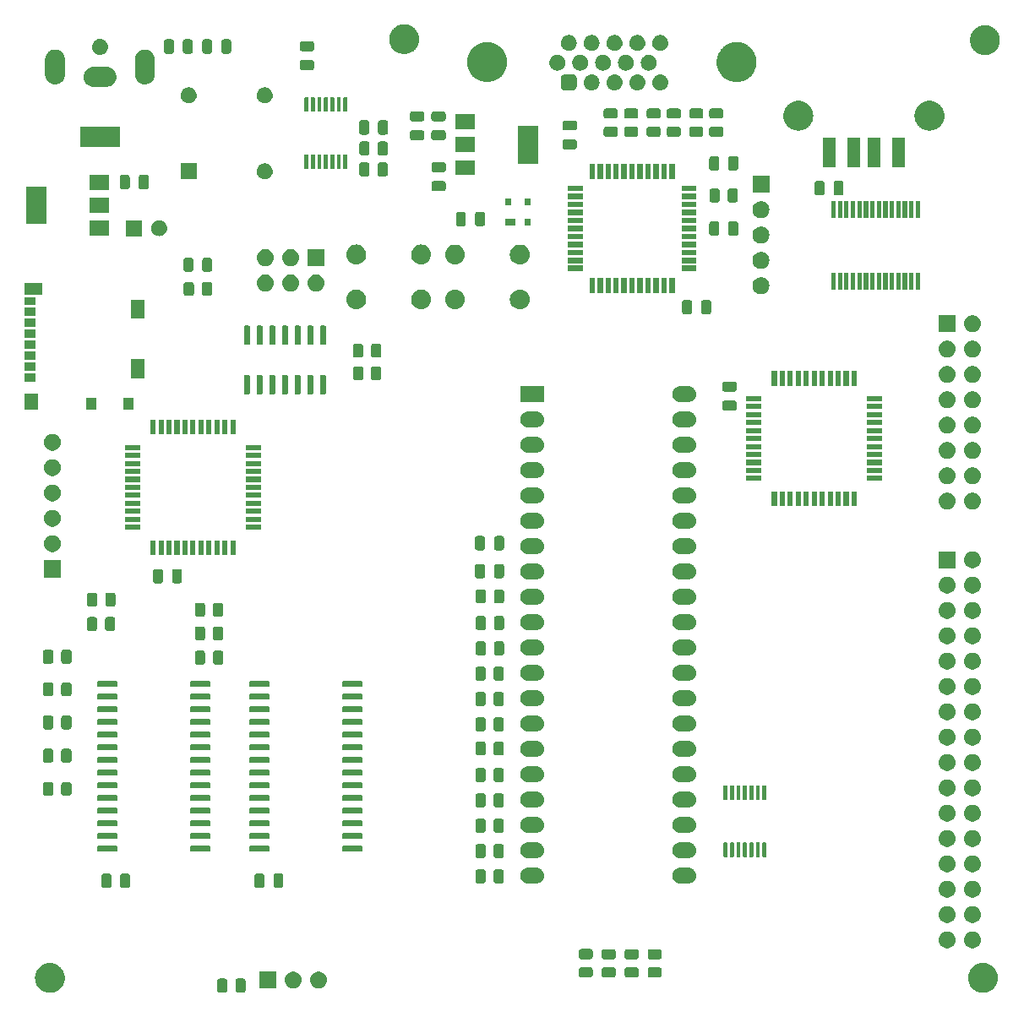
<source format=gts>
G04 #@! TF.GenerationSoftware,KiCad,Pcbnew,7.0.7*
G04 #@! TF.CreationDate,2023-08-20T18:16:15+05:30*
G04 #@! TF.ProjectId,8puter,38707574-6572-42e6-9b69-6361645f7063,rev?*
G04 #@! TF.SameCoordinates,Original*
G04 #@! TF.FileFunction,Soldermask,Top*
G04 #@! TF.FilePolarity,Negative*
%FSLAX46Y46*%
G04 Gerber Fmt 4.6, Leading zero omitted, Abs format (unit mm)*
G04 Created by KiCad (PCBNEW 7.0.7) date 2023-08-20 18:16:15*
%MOMM*%
%LPD*%
G01*
G04 APERTURE LIST*
G04 APERTURE END LIST*
G36*
X107965530Y-130460123D02*
G01*
X108025869Y-130460123D01*
X108079727Y-130469110D01*
X108136632Y-130473589D01*
X108205170Y-130490043D01*
X108270228Y-130500900D01*
X108316368Y-130516739D01*
X108365490Y-130528533D01*
X108436987Y-130558148D01*
X108504543Y-130581340D01*
X108542278Y-130601761D01*
X108582928Y-130618599D01*
X108654973Y-130662748D01*
X108722422Y-130699250D01*
X108751609Y-130721967D01*
X108783604Y-130741574D01*
X108853519Y-130801287D01*
X108917922Y-130851414D01*
X108938930Y-130874235D01*
X108962572Y-130894427D01*
X109027490Y-130970436D01*
X109085711Y-131033681D01*
X109099396Y-131054627D01*
X109115425Y-131073395D01*
X109172389Y-131166352D01*
X109221211Y-131241079D01*
X109228838Y-131258468D01*
X109238400Y-131274071D01*
X109284483Y-131385327D01*
X109320726Y-131467951D01*
X109323900Y-131480487D01*
X109328466Y-131491509D01*
X109360846Y-131626382D01*
X109381542Y-131708108D01*
X109382108Y-131714946D01*
X109383410Y-131720367D01*
X109399531Y-131925212D01*
X109402000Y-131955000D01*
X109399528Y-131984822D01*
X109383410Y-132189632D01*
X109382108Y-132195051D01*
X109381542Y-132201892D01*
X109360841Y-132283635D01*
X109328466Y-132418490D01*
X109323901Y-132429510D01*
X109320726Y-132442049D01*
X109284476Y-132524689D01*
X109238400Y-132635928D01*
X109228840Y-132651528D01*
X109221211Y-132668921D01*
X109172379Y-132743662D01*
X109115425Y-132836604D01*
X109099398Y-132855368D01*
X109085711Y-132876319D01*
X109027478Y-132939576D01*
X108962572Y-133015572D01*
X108938934Y-133035760D01*
X108917922Y-133058586D01*
X108853506Y-133108722D01*
X108783604Y-133168425D01*
X108751615Y-133188027D01*
X108722422Y-133210750D01*
X108654959Y-133247258D01*
X108582928Y-133291400D01*
X108542286Y-133308234D01*
X108504543Y-133328660D01*
X108436973Y-133351856D01*
X108365490Y-133381466D01*
X108316378Y-133393256D01*
X108270228Y-133409100D01*
X108205156Y-133419958D01*
X108136632Y-133436410D01*
X108079738Y-133440887D01*
X108025869Y-133449877D01*
X107965517Y-133449877D01*
X107901999Y-133454876D01*
X107838481Y-133449877D01*
X107778131Y-133449877D01*
X107724262Y-133440887D01*
X107667367Y-133436410D01*
X107598840Y-133419958D01*
X107533772Y-133409100D01*
X107487624Y-133393257D01*
X107438509Y-133381466D01*
X107367020Y-133351854D01*
X107299457Y-133328660D01*
X107261716Y-133308236D01*
X107221071Y-133291400D01*
X107149031Y-133247254D01*
X107081578Y-133210750D01*
X107052387Y-133188030D01*
X107020395Y-133168425D01*
X106950482Y-133108713D01*
X106886078Y-133058586D01*
X106865068Y-133035764D01*
X106841427Y-133015572D01*
X106776507Y-132939561D01*
X106718289Y-132876319D01*
X106704604Y-132855373D01*
X106688574Y-132836604D01*
X106631603Y-132743637D01*
X106582789Y-132668921D01*
X106575162Y-132651533D01*
X106565599Y-132635928D01*
X106519505Y-132524648D01*
X106483274Y-132442049D01*
X106480100Y-132429516D01*
X106475533Y-132418490D01*
X106443139Y-132283559D01*
X106422458Y-132201892D01*
X106421891Y-132195058D01*
X106420589Y-132189632D01*
X106404451Y-131984582D01*
X106402000Y-131955000D01*
X106404448Y-131925452D01*
X106420589Y-131720367D01*
X106421891Y-131714940D01*
X106422458Y-131708108D01*
X106443134Y-131626458D01*
X106475533Y-131491509D01*
X106480100Y-131480480D01*
X106483274Y-131467951D01*
X106519498Y-131385368D01*
X106565599Y-131274071D01*
X106575163Y-131258462D01*
X106582789Y-131241079D01*
X106631594Y-131166377D01*
X106688574Y-131073395D01*
X106704607Y-131054622D01*
X106718289Y-131033681D01*
X106776495Y-130970451D01*
X106841427Y-130894427D01*
X106865073Y-130874231D01*
X106886078Y-130851414D01*
X106950469Y-130801296D01*
X107020395Y-130741574D01*
X107052393Y-130721965D01*
X107081578Y-130699250D01*
X107149017Y-130662753D01*
X107221071Y-130618599D01*
X107261724Y-130601759D01*
X107299457Y-130581340D01*
X107367006Y-130558150D01*
X107438509Y-130528533D01*
X107487633Y-130516739D01*
X107533772Y-130500900D01*
X107598826Y-130490044D01*
X107667367Y-130473589D01*
X107724273Y-130469110D01*
X107778131Y-130460123D01*
X107838468Y-130460123D01*
X107901999Y-130455123D01*
X107965530Y-130460123D01*
G37*
G36*
X201465531Y-130460123D02*
G01*
X201525869Y-130460123D01*
X201579727Y-130469110D01*
X201636632Y-130473589D01*
X201705170Y-130490043D01*
X201770228Y-130500900D01*
X201816368Y-130516739D01*
X201865490Y-130528533D01*
X201936987Y-130558148D01*
X202004543Y-130581340D01*
X202042278Y-130601761D01*
X202082928Y-130618599D01*
X202154973Y-130662748D01*
X202222422Y-130699250D01*
X202251609Y-130721967D01*
X202283604Y-130741574D01*
X202353519Y-130801287D01*
X202417922Y-130851414D01*
X202438930Y-130874235D01*
X202462572Y-130894427D01*
X202527490Y-130970436D01*
X202585711Y-131033681D01*
X202599396Y-131054627D01*
X202615425Y-131073395D01*
X202672389Y-131166352D01*
X202721211Y-131241079D01*
X202728838Y-131258468D01*
X202738400Y-131274071D01*
X202784483Y-131385327D01*
X202820726Y-131467951D01*
X202823900Y-131480487D01*
X202828466Y-131491509D01*
X202860846Y-131626382D01*
X202881542Y-131708108D01*
X202882108Y-131714946D01*
X202883410Y-131720367D01*
X202899531Y-131925212D01*
X202902000Y-131955000D01*
X202899528Y-131984822D01*
X202883410Y-132189632D01*
X202882108Y-132195051D01*
X202881542Y-132201892D01*
X202860841Y-132283635D01*
X202828466Y-132418490D01*
X202823901Y-132429510D01*
X202820726Y-132442049D01*
X202784476Y-132524689D01*
X202738400Y-132635928D01*
X202728840Y-132651528D01*
X202721211Y-132668921D01*
X202672379Y-132743662D01*
X202615425Y-132836604D01*
X202599398Y-132855368D01*
X202585711Y-132876319D01*
X202527478Y-132939576D01*
X202462572Y-133015572D01*
X202438934Y-133035760D01*
X202417922Y-133058586D01*
X202353506Y-133108722D01*
X202283604Y-133168425D01*
X202251615Y-133188027D01*
X202222422Y-133210750D01*
X202154959Y-133247258D01*
X202082928Y-133291400D01*
X202042286Y-133308234D01*
X202004543Y-133328660D01*
X201936973Y-133351856D01*
X201865490Y-133381466D01*
X201816378Y-133393256D01*
X201770228Y-133409100D01*
X201705156Y-133419958D01*
X201636632Y-133436410D01*
X201579738Y-133440887D01*
X201525869Y-133449877D01*
X201465518Y-133449877D01*
X201402000Y-133454876D01*
X201338482Y-133449877D01*
X201278131Y-133449877D01*
X201224262Y-133440887D01*
X201167367Y-133436410D01*
X201098840Y-133419958D01*
X201033772Y-133409100D01*
X200987624Y-133393257D01*
X200938509Y-133381466D01*
X200867020Y-133351854D01*
X200799457Y-133328660D01*
X200761716Y-133308236D01*
X200721071Y-133291400D01*
X200649031Y-133247254D01*
X200581578Y-133210750D01*
X200552387Y-133188030D01*
X200520395Y-133168425D01*
X200450482Y-133108713D01*
X200386078Y-133058586D01*
X200365068Y-133035764D01*
X200341427Y-133015572D01*
X200276507Y-132939561D01*
X200218289Y-132876319D01*
X200204604Y-132855373D01*
X200188574Y-132836604D01*
X200131603Y-132743637D01*
X200082789Y-132668921D01*
X200075162Y-132651533D01*
X200065599Y-132635928D01*
X200019505Y-132524648D01*
X199983274Y-132442049D01*
X199980100Y-132429516D01*
X199975533Y-132418490D01*
X199943139Y-132283559D01*
X199922458Y-132201892D01*
X199921891Y-132195058D01*
X199920589Y-132189632D01*
X199904451Y-131984582D01*
X199902000Y-131955000D01*
X199904448Y-131925452D01*
X199920589Y-131720367D01*
X199921891Y-131714940D01*
X199922458Y-131708108D01*
X199943134Y-131626458D01*
X199975533Y-131491509D01*
X199980100Y-131480480D01*
X199983274Y-131467951D01*
X200019498Y-131385368D01*
X200065599Y-131274071D01*
X200075163Y-131258462D01*
X200082789Y-131241079D01*
X200131594Y-131166377D01*
X200188574Y-131073395D01*
X200204607Y-131054622D01*
X200218289Y-131033681D01*
X200276495Y-130970451D01*
X200341427Y-130894427D01*
X200365073Y-130874231D01*
X200386078Y-130851414D01*
X200450469Y-130801296D01*
X200520395Y-130741574D01*
X200552393Y-130721965D01*
X200581578Y-130699250D01*
X200649017Y-130662753D01*
X200721071Y-130618599D01*
X200761724Y-130601759D01*
X200799457Y-130581340D01*
X200867006Y-130558150D01*
X200938509Y-130528533D01*
X200987633Y-130516739D01*
X201033772Y-130500900D01*
X201098826Y-130490044D01*
X201167367Y-130473589D01*
X201224273Y-130469110D01*
X201278131Y-130460123D01*
X201338469Y-130460123D01*
X201402000Y-130455123D01*
X201465531Y-130460123D01*
G37*
G36*
X125438231Y-132030642D02*
G01*
X125490772Y-132036738D01*
X125508723Y-132044664D01*
X125530671Y-132049030D01*
X125554166Y-132064729D01*
X125575890Y-132074321D01*
X125590726Y-132089157D01*
X125611777Y-132103223D01*
X125625842Y-132124273D01*
X125640678Y-132139109D01*
X125650269Y-132160830D01*
X125665970Y-132184329D01*
X125670335Y-132206277D01*
X125678260Y-132224224D01*
X125684352Y-132276747D01*
X125685000Y-132280000D01*
X125685000Y-133180000D01*
X125684354Y-133183243D01*
X125678261Y-133235772D01*
X125670336Y-133253719D01*
X125665970Y-133275671D01*
X125650267Y-133299171D01*
X125640678Y-133320890D01*
X125625844Y-133335723D01*
X125611777Y-133356777D01*
X125590723Y-133370844D01*
X125575890Y-133385678D01*
X125554170Y-133395267D01*
X125530671Y-133410970D01*
X125508720Y-133415336D01*
X125490775Y-133423260D01*
X125438254Y-133429352D01*
X125435000Y-133430000D01*
X124910000Y-133430000D01*
X124906758Y-133429355D01*
X124854227Y-133423261D01*
X124836278Y-133415335D01*
X124814329Y-133410970D01*
X124790830Y-133395268D01*
X124769109Y-133385678D01*
X124754273Y-133370842D01*
X124733223Y-133356777D01*
X124719157Y-133335726D01*
X124704321Y-133320890D01*
X124694729Y-133299166D01*
X124679030Y-133275671D01*
X124674664Y-133253724D01*
X124666739Y-133235775D01*
X124660644Y-133183242D01*
X124660000Y-133180000D01*
X124660000Y-132280000D01*
X124660642Y-132276770D01*
X124666738Y-132224227D01*
X124674664Y-132206274D01*
X124679030Y-132184329D01*
X124694728Y-132160835D01*
X124704321Y-132139109D01*
X124719159Y-132124270D01*
X124733223Y-132103223D01*
X124754270Y-132089159D01*
X124769109Y-132074321D01*
X124790835Y-132064727D01*
X124814329Y-132049030D01*
X124836273Y-132044665D01*
X124854224Y-132036739D01*
X124906759Y-132030644D01*
X124910000Y-132030000D01*
X125435000Y-132030000D01*
X125438231Y-132030642D01*
G37*
G36*
X127263231Y-132030642D02*
G01*
X127315772Y-132036738D01*
X127333723Y-132044664D01*
X127355671Y-132049030D01*
X127379166Y-132064729D01*
X127400890Y-132074321D01*
X127415726Y-132089157D01*
X127436777Y-132103223D01*
X127450842Y-132124273D01*
X127465678Y-132139109D01*
X127475269Y-132160830D01*
X127490970Y-132184329D01*
X127495335Y-132206277D01*
X127503260Y-132224224D01*
X127509352Y-132276747D01*
X127510000Y-132280000D01*
X127510000Y-133180000D01*
X127509354Y-133183243D01*
X127503261Y-133235772D01*
X127495336Y-133253719D01*
X127490970Y-133275671D01*
X127475267Y-133299171D01*
X127465678Y-133320890D01*
X127450844Y-133335723D01*
X127436777Y-133356777D01*
X127415723Y-133370844D01*
X127400890Y-133385678D01*
X127379170Y-133395267D01*
X127355671Y-133410970D01*
X127333720Y-133415336D01*
X127315775Y-133423260D01*
X127263254Y-133429352D01*
X127260000Y-133430000D01*
X126735000Y-133430000D01*
X126731758Y-133429355D01*
X126679227Y-133423261D01*
X126661278Y-133415335D01*
X126639329Y-133410970D01*
X126615830Y-133395268D01*
X126594109Y-133385678D01*
X126579273Y-133370842D01*
X126558223Y-133356777D01*
X126544157Y-133335726D01*
X126529321Y-133320890D01*
X126519729Y-133299166D01*
X126504030Y-133275671D01*
X126499664Y-133253724D01*
X126491739Y-133235775D01*
X126485644Y-133183242D01*
X126485000Y-133180000D01*
X126485000Y-132280000D01*
X126485642Y-132276770D01*
X126491738Y-132224227D01*
X126499664Y-132206274D01*
X126504030Y-132184329D01*
X126519728Y-132160835D01*
X126529321Y-132139109D01*
X126544159Y-132124270D01*
X126558223Y-132103223D01*
X126579270Y-132089159D01*
X126594109Y-132074321D01*
X126615835Y-132064727D01*
X126639329Y-132049030D01*
X126661273Y-132044665D01*
X126679224Y-132036739D01*
X126731759Y-132030644D01*
X126735000Y-132030000D01*
X127260000Y-132030000D01*
X127263231Y-132030642D01*
G37*
G36*
X130585000Y-133030000D02*
G01*
X128885000Y-133030000D01*
X128885000Y-131330000D01*
X130585000Y-131330000D01*
X130585000Y-133030000D01*
G37*
G36*
X132537664Y-131371602D02*
G01*
X132700000Y-131443878D01*
X132843761Y-131548327D01*
X132962664Y-131680383D01*
X133051514Y-131834274D01*
X133106425Y-132003275D01*
X133125000Y-132180000D01*
X133106425Y-132356725D01*
X133051514Y-132525726D01*
X132962664Y-132679617D01*
X132843761Y-132811673D01*
X132700000Y-132916122D01*
X132537664Y-132988398D01*
X132363849Y-133025344D01*
X132186151Y-133025344D01*
X132012336Y-132988398D01*
X131850000Y-132916122D01*
X131706239Y-132811673D01*
X131587336Y-132679617D01*
X131498486Y-132525726D01*
X131443575Y-132356725D01*
X131425000Y-132180000D01*
X131443575Y-132003275D01*
X131498486Y-131834274D01*
X131587336Y-131680383D01*
X131706239Y-131548327D01*
X131850000Y-131443878D01*
X132012336Y-131371602D01*
X132186151Y-131334656D01*
X132363849Y-131334656D01*
X132537664Y-131371602D01*
G37*
G36*
X135077664Y-131371602D02*
G01*
X135240000Y-131443878D01*
X135383761Y-131548327D01*
X135502664Y-131680383D01*
X135591514Y-131834274D01*
X135646425Y-132003275D01*
X135665000Y-132180000D01*
X135646425Y-132356725D01*
X135591514Y-132525726D01*
X135502664Y-132679617D01*
X135383761Y-132811673D01*
X135240000Y-132916122D01*
X135077664Y-132988398D01*
X134903849Y-133025344D01*
X134726151Y-133025344D01*
X134552336Y-132988398D01*
X134390000Y-132916122D01*
X134246239Y-132811673D01*
X134127336Y-132679617D01*
X134038486Y-132525726D01*
X133983575Y-132356725D01*
X133965000Y-132180000D01*
X133983575Y-132003275D01*
X134038486Y-131834274D01*
X134127336Y-131680383D01*
X134246239Y-131548327D01*
X134390000Y-131443878D01*
X134552336Y-131371602D01*
X134726151Y-131334656D01*
X134903849Y-131334656D01*
X135077664Y-131371602D01*
G37*
G36*
X164353231Y-130900642D02*
G01*
X164405772Y-130906738D01*
X164423723Y-130914664D01*
X164445671Y-130919030D01*
X164469166Y-130934729D01*
X164490890Y-130944321D01*
X164505726Y-130959157D01*
X164526777Y-130973223D01*
X164540842Y-130994273D01*
X164555678Y-131009109D01*
X164565269Y-131030830D01*
X164580970Y-131054329D01*
X164585335Y-131076277D01*
X164593260Y-131094224D01*
X164599352Y-131146747D01*
X164600000Y-131150000D01*
X164600000Y-131675000D01*
X164599354Y-131678243D01*
X164593261Y-131730772D01*
X164585336Y-131748719D01*
X164580970Y-131770671D01*
X164565267Y-131794171D01*
X164555678Y-131815890D01*
X164540844Y-131830723D01*
X164526777Y-131851777D01*
X164505723Y-131865844D01*
X164490890Y-131880678D01*
X164469170Y-131890267D01*
X164445671Y-131905970D01*
X164423720Y-131910336D01*
X164405775Y-131918260D01*
X164353254Y-131924352D01*
X164350000Y-131925000D01*
X163450000Y-131925000D01*
X163446758Y-131924355D01*
X163394227Y-131918261D01*
X163376278Y-131910335D01*
X163354329Y-131905970D01*
X163330830Y-131890268D01*
X163309109Y-131880678D01*
X163294273Y-131865842D01*
X163273223Y-131851777D01*
X163259157Y-131830726D01*
X163244321Y-131815890D01*
X163234729Y-131794166D01*
X163219030Y-131770671D01*
X163214664Y-131748724D01*
X163206739Y-131730775D01*
X163200644Y-131678242D01*
X163200000Y-131675000D01*
X163200000Y-131150000D01*
X163200642Y-131146770D01*
X163206738Y-131094227D01*
X163214664Y-131076274D01*
X163219030Y-131054329D01*
X163234728Y-131030835D01*
X163244321Y-131009109D01*
X163259159Y-130994270D01*
X163273223Y-130973223D01*
X163294270Y-130959159D01*
X163309109Y-130944321D01*
X163330835Y-130934727D01*
X163354329Y-130919030D01*
X163376273Y-130914665D01*
X163394224Y-130906739D01*
X163446759Y-130900644D01*
X163450000Y-130900000D01*
X164350000Y-130900000D01*
X164353231Y-130900642D01*
G37*
G36*
X166653231Y-130900642D02*
G01*
X166705772Y-130906738D01*
X166723723Y-130914664D01*
X166745671Y-130919030D01*
X166769166Y-130934729D01*
X166790890Y-130944321D01*
X166805726Y-130959157D01*
X166826777Y-130973223D01*
X166840842Y-130994273D01*
X166855678Y-131009109D01*
X166865269Y-131030830D01*
X166880970Y-131054329D01*
X166885335Y-131076277D01*
X166893260Y-131094224D01*
X166899352Y-131146747D01*
X166900000Y-131150000D01*
X166900000Y-131675000D01*
X166899354Y-131678243D01*
X166893261Y-131730772D01*
X166885336Y-131748719D01*
X166880970Y-131770671D01*
X166865267Y-131794171D01*
X166855678Y-131815890D01*
X166840844Y-131830723D01*
X166826777Y-131851777D01*
X166805723Y-131865844D01*
X166790890Y-131880678D01*
X166769170Y-131890267D01*
X166745671Y-131905970D01*
X166723720Y-131910336D01*
X166705775Y-131918260D01*
X166653254Y-131924352D01*
X166650000Y-131925000D01*
X165750000Y-131925000D01*
X165746758Y-131924355D01*
X165694227Y-131918261D01*
X165676278Y-131910335D01*
X165654329Y-131905970D01*
X165630830Y-131890268D01*
X165609109Y-131880678D01*
X165594273Y-131865842D01*
X165573223Y-131851777D01*
X165559157Y-131830726D01*
X165544321Y-131815890D01*
X165534729Y-131794166D01*
X165519030Y-131770671D01*
X165514664Y-131748724D01*
X165506739Y-131730775D01*
X165500644Y-131678242D01*
X165500000Y-131675000D01*
X165500000Y-131150000D01*
X165500642Y-131146770D01*
X165506738Y-131094227D01*
X165514664Y-131076274D01*
X165519030Y-131054329D01*
X165534728Y-131030835D01*
X165544321Y-131009109D01*
X165559159Y-130994270D01*
X165573223Y-130973223D01*
X165594270Y-130959159D01*
X165609109Y-130944321D01*
X165630835Y-130934727D01*
X165654329Y-130919030D01*
X165676273Y-130914665D01*
X165694224Y-130906739D01*
X165746759Y-130900644D01*
X165750000Y-130900000D01*
X166650000Y-130900000D01*
X166653231Y-130900642D01*
G37*
G36*
X168953231Y-130900642D02*
G01*
X169005772Y-130906738D01*
X169023723Y-130914664D01*
X169045671Y-130919030D01*
X169069166Y-130934729D01*
X169090890Y-130944321D01*
X169105726Y-130959157D01*
X169126777Y-130973223D01*
X169140842Y-130994273D01*
X169155678Y-131009109D01*
X169165269Y-131030830D01*
X169180970Y-131054329D01*
X169185335Y-131076277D01*
X169193260Y-131094224D01*
X169199352Y-131146747D01*
X169200000Y-131150000D01*
X169200000Y-131675000D01*
X169199354Y-131678243D01*
X169193261Y-131730772D01*
X169185336Y-131748719D01*
X169180970Y-131770671D01*
X169165267Y-131794171D01*
X169155678Y-131815890D01*
X169140844Y-131830723D01*
X169126777Y-131851777D01*
X169105723Y-131865844D01*
X169090890Y-131880678D01*
X169069170Y-131890267D01*
X169045671Y-131905970D01*
X169023720Y-131910336D01*
X169005775Y-131918260D01*
X168953254Y-131924352D01*
X168950000Y-131925000D01*
X168050000Y-131925000D01*
X168046758Y-131924355D01*
X167994227Y-131918261D01*
X167976278Y-131910335D01*
X167954329Y-131905970D01*
X167930830Y-131890268D01*
X167909109Y-131880678D01*
X167894273Y-131865842D01*
X167873223Y-131851777D01*
X167859157Y-131830726D01*
X167844321Y-131815890D01*
X167834729Y-131794166D01*
X167819030Y-131770671D01*
X167814664Y-131748724D01*
X167806739Y-131730775D01*
X167800644Y-131678242D01*
X167800000Y-131675000D01*
X167800000Y-131150000D01*
X167800642Y-131146770D01*
X167806738Y-131094227D01*
X167814664Y-131076274D01*
X167819030Y-131054329D01*
X167834728Y-131030835D01*
X167844321Y-131009109D01*
X167859159Y-130994270D01*
X167873223Y-130973223D01*
X167894270Y-130959159D01*
X167909109Y-130944321D01*
X167930835Y-130934727D01*
X167954329Y-130919030D01*
X167976273Y-130914665D01*
X167994224Y-130906739D01*
X168046759Y-130900644D01*
X168050000Y-130900000D01*
X168950000Y-130900000D01*
X168953231Y-130900642D01*
G37*
G36*
X162053231Y-130888142D02*
G01*
X162105772Y-130894238D01*
X162123723Y-130902164D01*
X162145671Y-130906530D01*
X162169166Y-130922229D01*
X162190890Y-130931821D01*
X162205726Y-130946657D01*
X162226777Y-130960723D01*
X162240842Y-130981773D01*
X162255678Y-130996609D01*
X162265269Y-131018330D01*
X162280970Y-131041829D01*
X162285335Y-131063777D01*
X162293260Y-131081724D01*
X162299352Y-131134247D01*
X162300000Y-131137500D01*
X162300000Y-131662500D01*
X162299354Y-131665743D01*
X162293261Y-131718272D01*
X162285336Y-131736219D01*
X162280970Y-131758171D01*
X162265267Y-131781671D01*
X162255678Y-131803390D01*
X162240844Y-131818223D01*
X162226777Y-131839277D01*
X162205723Y-131853344D01*
X162190890Y-131868178D01*
X162169170Y-131877767D01*
X162145671Y-131893470D01*
X162123720Y-131897836D01*
X162105775Y-131905760D01*
X162053254Y-131911852D01*
X162050000Y-131912500D01*
X161150000Y-131912500D01*
X161146758Y-131911855D01*
X161094227Y-131905761D01*
X161076278Y-131897835D01*
X161054329Y-131893470D01*
X161030830Y-131877768D01*
X161009109Y-131868178D01*
X160994273Y-131853342D01*
X160973223Y-131839277D01*
X160959157Y-131818226D01*
X160944321Y-131803390D01*
X160934729Y-131781666D01*
X160919030Y-131758171D01*
X160914664Y-131736224D01*
X160906739Y-131718275D01*
X160900644Y-131665742D01*
X160900000Y-131662500D01*
X160900000Y-131137500D01*
X160900642Y-131134270D01*
X160906738Y-131081727D01*
X160914664Y-131063774D01*
X160919030Y-131041829D01*
X160934728Y-131018335D01*
X160944321Y-130996609D01*
X160959159Y-130981770D01*
X160973223Y-130960723D01*
X160994270Y-130946659D01*
X161009109Y-130931821D01*
X161030835Y-130922227D01*
X161054329Y-130906530D01*
X161076273Y-130902165D01*
X161094224Y-130894239D01*
X161146759Y-130888144D01*
X161150000Y-130887500D01*
X162050000Y-130887500D01*
X162053231Y-130888142D01*
G37*
G36*
X164353231Y-129075642D02*
G01*
X164405772Y-129081738D01*
X164423723Y-129089664D01*
X164445671Y-129094030D01*
X164469166Y-129109729D01*
X164490890Y-129119321D01*
X164505726Y-129134157D01*
X164526777Y-129148223D01*
X164540842Y-129169273D01*
X164555678Y-129184109D01*
X164565269Y-129205830D01*
X164580970Y-129229329D01*
X164585335Y-129251277D01*
X164593260Y-129269224D01*
X164599352Y-129321747D01*
X164600000Y-129325000D01*
X164600000Y-129850000D01*
X164599354Y-129853243D01*
X164593261Y-129905772D01*
X164585336Y-129923719D01*
X164580970Y-129945671D01*
X164565267Y-129969171D01*
X164555678Y-129990890D01*
X164540844Y-130005723D01*
X164526777Y-130026777D01*
X164505723Y-130040844D01*
X164490890Y-130055678D01*
X164469170Y-130065267D01*
X164445671Y-130080970D01*
X164423720Y-130085336D01*
X164405775Y-130093260D01*
X164353254Y-130099352D01*
X164350000Y-130100000D01*
X163450000Y-130100000D01*
X163446758Y-130099355D01*
X163394227Y-130093261D01*
X163376278Y-130085335D01*
X163354329Y-130080970D01*
X163330830Y-130065268D01*
X163309109Y-130055678D01*
X163294273Y-130040842D01*
X163273223Y-130026777D01*
X163259157Y-130005726D01*
X163244321Y-129990890D01*
X163234729Y-129969166D01*
X163219030Y-129945671D01*
X163214664Y-129923724D01*
X163206739Y-129905775D01*
X163200644Y-129853242D01*
X163200000Y-129850000D01*
X163200000Y-129325000D01*
X163200642Y-129321770D01*
X163206738Y-129269227D01*
X163214664Y-129251274D01*
X163219030Y-129229329D01*
X163234728Y-129205835D01*
X163244321Y-129184109D01*
X163259159Y-129169270D01*
X163273223Y-129148223D01*
X163294270Y-129134159D01*
X163309109Y-129119321D01*
X163330835Y-129109727D01*
X163354329Y-129094030D01*
X163376273Y-129089665D01*
X163394224Y-129081739D01*
X163446759Y-129075644D01*
X163450000Y-129075000D01*
X164350000Y-129075000D01*
X164353231Y-129075642D01*
G37*
G36*
X166653231Y-129075642D02*
G01*
X166705772Y-129081738D01*
X166723723Y-129089664D01*
X166745671Y-129094030D01*
X166769166Y-129109729D01*
X166790890Y-129119321D01*
X166805726Y-129134157D01*
X166826777Y-129148223D01*
X166840842Y-129169273D01*
X166855678Y-129184109D01*
X166865269Y-129205830D01*
X166880970Y-129229329D01*
X166885335Y-129251277D01*
X166893260Y-129269224D01*
X166899352Y-129321747D01*
X166900000Y-129325000D01*
X166900000Y-129850000D01*
X166899354Y-129853243D01*
X166893261Y-129905772D01*
X166885336Y-129923719D01*
X166880970Y-129945671D01*
X166865267Y-129969171D01*
X166855678Y-129990890D01*
X166840844Y-130005723D01*
X166826777Y-130026777D01*
X166805723Y-130040844D01*
X166790890Y-130055678D01*
X166769170Y-130065267D01*
X166745671Y-130080970D01*
X166723720Y-130085336D01*
X166705775Y-130093260D01*
X166653254Y-130099352D01*
X166650000Y-130100000D01*
X165750000Y-130100000D01*
X165746758Y-130099355D01*
X165694227Y-130093261D01*
X165676278Y-130085335D01*
X165654329Y-130080970D01*
X165630830Y-130065268D01*
X165609109Y-130055678D01*
X165594273Y-130040842D01*
X165573223Y-130026777D01*
X165559157Y-130005726D01*
X165544321Y-129990890D01*
X165534729Y-129969166D01*
X165519030Y-129945671D01*
X165514664Y-129923724D01*
X165506739Y-129905775D01*
X165500644Y-129853242D01*
X165500000Y-129850000D01*
X165500000Y-129325000D01*
X165500642Y-129321770D01*
X165506738Y-129269227D01*
X165514664Y-129251274D01*
X165519030Y-129229329D01*
X165534728Y-129205835D01*
X165544321Y-129184109D01*
X165559159Y-129169270D01*
X165573223Y-129148223D01*
X165594270Y-129134159D01*
X165609109Y-129119321D01*
X165630835Y-129109727D01*
X165654329Y-129094030D01*
X165676273Y-129089665D01*
X165694224Y-129081739D01*
X165746759Y-129075644D01*
X165750000Y-129075000D01*
X166650000Y-129075000D01*
X166653231Y-129075642D01*
G37*
G36*
X168953231Y-129075642D02*
G01*
X169005772Y-129081738D01*
X169023723Y-129089664D01*
X169045671Y-129094030D01*
X169069166Y-129109729D01*
X169090890Y-129119321D01*
X169105726Y-129134157D01*
X169126777Y-129148223D01*
X169140842Y-129169273D01*
X169155678Y-129184109D01*
X169165269Y-129205830D01*
X169180970Y-129229329D01*
X169185335Y-129251277D01*
X169193260Y-129269224D01*
X169199352Y-129321747D01*
X169200000Y-129325000D01*
X169200000Y-129850000D01*
X169199354Y-129853243D01*
X169193261Y-129905772D01*
X169185336Y-129923719D01*
X169180970Y-129945671D01*
X169165267Y-129969171D01*
X169155678Y-129990890D01*
X169140844Y-130005723D01*
X169126777Y-130026777D01*
X169105723Y-130040844D01*
X169090890Y-130055678D01*
X169069170Y-130065267D01*
X169045671Y-130080970D01*
X169023720Y-130085336D01*
X169005775Y-130093260D01*
X168953254Y-130099352D01*
X168950000Y-130100000D01*
X168050000Y-130100000D01*
X168046758Y-130099355D01*
X167994227Y-130093261D01*
X167976278Y-130085335D01*
X167954329Y-130080970D01*
X167930830Y-130065268D01*
X167909109Y-130055678D01*
X167894273Y-130040842D01*
X167873223Y-130026777D01*
X167859157Y-130005726D01*
X167844321Y-129990890D01*
X167834729Y-129969166D01*
X167819030Y-129945671D01*
X167814664Y-129923724D01*
X167806739Y-129905775D01*
X167800644Y-129853242D01*
X167800000Y-129850000D01*
X167800000Y-129325000D01*
X167800642Y-129321770D01*
X167806738Y-129269227D01*
X167814664Y-129251274D01*
X167819030Y-129229329D01*
X167834728Y-129205835D01*
X167844321Y-129184109D01*
X167859159Y-129169270D01*
X167873223Y-129148223D01*
X167894270Y-129134159D01*
X167909109Y-129119321D01*
X167930835Y-129109727D01*
X167954329Y-129094030D01*
X167976273Y-129089665D01*
X167994224Y-129081739D01*
X168046759Y-129075644D01*
X168050000Y-129075000D01*
X168950000Y-129075000D01*
X168953231Y-129075642D01*
G37*
G36*
X162053231Y-129063142D02*
G01*
X162105772Y-129069238D01*
X162123723Y-129077164D01*
X162145671Y-129081530D01*
X162169166Y-129097229D01*
X162190890Y-129106821D01*
X162205726Y-129121657D01*
X162226777Y-129135723D01*
X162240842Y-129156773D01*
X162255678Y-129171609D01*
X162265269Y-129193330D01*
X162280970Y-129216829D01*
X162285335Y-129238777D01*
X162293260Y-129256724D01*
X162299352Y-129309247D01*
X162300000Y-129312500D01*
X162300000Y-129837500D01*
X162299354Y-129840743D01*
X162293261Y-129893272D01*
X162285336Y-129911219D01*
X162280970Y-129933171D01*
X162265267Y-129956671D01*
X162255678Y-129978390D01*
X162240844Y-129993223D01*
X162226777Y-130014277D01*
X162205723Y-130028344D01*
X162190890Y-130043178D01*
X162169170Y-130052767D01*
X162145671Y-130068470D01*
X162123720Y-130072836D01*
X162105775Y-130080760D01*
X162053254Y-130086852D01*
X162050000Y-130087500D01*
X161150000Y-130087500D01*
X161146758Y-130086855D01*
X161094227Y-130080761D01*
X161076278Y-130072835D01*
X161054329Y-130068470D01*
X161030830Y-130052768D01*
X161009109Y-130043178D01*
X160994273Y-130028342D01*
X160973223Y-130014277D01*
X160959157Y-129993226D01*
X160944321Y-129978390D01*
X160934729Y-129956666D01*
X160919030Y-129933171D01*
X160914664Y-129911224D01*
X160906739Y-129893275D01*
X160900644Y-129840742D01*
X160900000Y-129837500D01*
X160900000Y-129312500D01*
X160900642Y-129309270D01*
X160906738Y-129256727D01*
X160914664Y-129238774D01*
X160919030Y-129216829D01*
X160934728Y-129193335D01*
X160944321Y-129171609D01*
X160959159Y-129156770D01*
X160973223Y-129135723D01*
X160994270Y-129121659D01*
X161009109Y-129106821D01*
X161030835Y-129097227D01*
X161054329Y-129081530D01*
X161076273Y-129077165D01*
X161094224Y-129069239D01*
X161146759Y-129063144D01*
X161150000Y-129062500D01*
X162050000Y-129062500D01*
X162053231Y-129063142D01*
G37*
G36*
X198062664Y-127341602D02*
G01*
X198225000Y-127413878D01*
X198368761Y-127518327D01*
X198487664Y-127650383D01*
X198576514Y-127804274D01*
X198631425Y-127973275D01*
X198650000Y-128150000D01*
X198631425Y-128326725D01*
X198576514Y-128495726D01*
X198487664Y-128649617D01*
X198368761Y-128781673D01*
X198225000Y-128886122D01*
X198062664Y-128958398D01*
X197888849Y-128995344D01*
X197711151Y-128995344D01*
X197537336Y-128958398D01*
X197375000Y-128886122D01*
X197231239Y-128781673D01*
X197112336Y-128649617D01*
X197023486Y-128495726D01*
X196968575Y-128326725D01*
X196950000Y-128150000D01*
X196968575Y-127973275D01*
X197023486Y-127804274D01*
X197112336Y-127650383D01*
X197231239Y-127518327D01*
X197375000Y-127413878D01*
X197537336Y-127341602D01*
X197711151Y-127304656D01*
X197888849Y-127304656D01*
X198062664Y-127341602D01*
G37*
G36*
X200602664Y-127341602D02*
G01*
X200765000Y-127413878D01*
X200908761Y-127518327D01*
X201027664Y-127650383D01*
X201116514Y-127804274D01*
X201171425Y-127973275D01*
X201190000Y-128150000D01*
X201171425Y-128326725D01*
X201116514Y-128495726D01*
X201027664Y-128649617D01*
X200908761Y-128781673D01*
X200765000Y-128886122D01*
X200602664Y-128958398D01*
X200428849Y-128995344D01*
X200251151Y-128995344D01*
X200077336Y-128958398D01*
X199915000Y-128886122D01*
X199771239Y-128781673D01*
X199652336Y-128649617D01*
X199563486Y-128495726D01*
X199508575Y-128326725D01*
X199490000Y-128150000D01*
X199508575Y-127973275D01*
X199563486Y-127804274D01*
X199652336Y-127650383D01*
X199771239Y-127518327D01*
X199915000Y-127413878D01*
X200077336Y-127341602D01*
X200251151Y-127304656D01*
X200428849Y-127304656D01*
X200602664Y-127341602D01*
G37*
G36*
X198062664Y-124801602D02*
G01*
X198225000Y-124873878D01*
X198368761Y-124978327D01*
X198487664Y-125110383D01*
X198576514Y-125264274D01*
X198631425Y-125433275D01*
X198650000Y-125610000D01*
X198631425Y-125786725D01*
X198576514Y-125955726D01*
X198487664Y-126109617D01*
X198368761Y-126241673D01*
X198225000Y-126346122D01*
X198062664Y-126418398D01*
X197888849Y-126455344D01*
X197711151Y-126455344D01*
X197537336Y-126418398D01*
X197375000Y-126346122D01*
X197231239Y-126241673D01*
X197112336Y-126109617D01*
X197023486Y-125955726D01*
X196968575Y-125786725D01*
X196950000Y-125610000D01*
X196968575Y-125433275D01*
X197023486Y-125264274D01*
X197112336Y-125110383D01*
X197231239Y-124978327D01*
X197375000Y-124873878D01*
X197537336Y-124801602D01*
X197711151Y-124764656D01*
X197888849Y-124764656D01*
X198062664Y-124801602D01*
G37*
G36*
X200602664Y-124801602D02*
G01*
X200765000Y-124873878D01*
X200908761Y-124978327D01*
X201027664Y-125110383D01*
X201116514Y-125264274D01*
X201171425Y-125433275D01*
X201190000Y-125610000D01*
X201171425Y-125786725D01*
X201116514Y-125955726D01*
X201027664Y-126109617D01*
X200908761Y-126241673D01*
X200765000Y-126346122D01*
X200602664Y-126418398D01*
X200428849Y-126455344D01*
X200251151Y-126455344D01*
X200077336Y-126418398D01*
X199915000Y-126346122D01*
X199771239Y-126241673D01*
X199652336Y-126109617D01*
X199563486Y-125955726D01*
X199508575Y-125786725D01*
X199490000Y-125610000D01*
X199508575Y-125433275D01*
X199563486Y-125264274D01*
X199652336Y-125110383D01*
X199771239Y-124978327D01*
X199915000Y-124873878D01*
X200077336Y-124801602D01*
X200251151Y-124764656D01*
X200428849Y-124764656D01*
X200602664Y-124801602D01*
G37*
G36*
X198062664Y-122261602D02*
G01*
X198225000Y-122333878D01*
X198368761Y-122438327D01*
X198487664Y-122570383D01*
X198576514Y-122724274D01*
X198631425Y-122893275D01*
X198650000Y-123070000D01*
X198631425Y-123246725D01*
X198576514Y-123415726D01*
X198487664Y-123569617D01*
X198368761Y-123701673D01*
X198225000Y-123806122D01*
X198062664Y-123878398D01*
X197888849Y-123915344D01*
X197711151Y-123915344D01*
X197537336Y-123878398D01*
X197375000Y-123806122D01*
X197231239Y-123701673D01*
X197112336Y-123569617D01*
X197023486Y-123415726D01*
X196968575Y-123246725D01*
X196950000Y-123070000D01*
X196968575Y-122893275D01*
X197023486Y-122724274D01*
X197112336Y-122570383D01*
X197231239Y-122438327D01*
X197375000Y-122333878D01*
X197537336Y-122261602D01*
X197711151Y-122224656D01*
X197888849Y-122224656D01*
X198062664Y-122261602D01*
G37*
G36*
X200602664Y-122261602D02*
G01*
X200765000Y-122333878D01*
X200908761Y-122438327D01*
X201027664Y-122570383D01*
X201116514Y-122724274D01*
X201171425Y-122893275D01*
X201190000Y-123070000D01*
X201171425Y-123246725D01*
X201116514Y-123415726D01*
X201027664Y-123569617D01*
X200908761Y-123701673D01*
X200765000Y-123806122D01*
X200602664Y-123878398D01*
X200428849Y-123915344D01*
X200251151Y-123915344D01*
X200077336Y-123878398D01*
X199915000Y-123806122D01*
X199771239Y-123701673D01*
X199652336Y-123569617D01*
X199563486Y-123415726D01*
X199508575Y-123246725D01*
X199490000Y-123070000D01*
X199508575Y-122893275D01*
X199563486Y-122724274D01*
X199652336Y-122570383D01*
X199771239Y-122438327D01*
X199915000Y-122333878D01*
X200077336Y-122261602D01*
X200251151Y-122224656D01*
X200428849Y-122224656D01*
X200602664Y-122261602D01*
G37*
G36*
X113805231Y-121510642D02*
G01*
X113857772Y-121516738D01*
X113875723Y-121524664D01*
X113897671Y-121529030D01*
X113921166Y-121544729D01*
X113942890Y-121554321D01*
X113957726Y-121569157D01*
X113978777Y-121583223D01*
X113992842Y-121604273D01*
X114007678Y-121619109D01*
X114017269Y-121640830D01*
X114032970Y-121664329D01*
X114037335Y-121686277D01*
X114045260Y-121704224D01*
X114051352Y-121756747D01*
X114052000Y-121760000D01*
X114052000Y-122710000D01*
X114051354Y-122713243D01*
X114045261Y-122765772D01*
X114037336Y-122783719D01*
X114032970Y-122805671D01*
X114017267Y-122829171D01*
X114007678Y-122850890D01*
X113992844Y-122865723D01*
X113978777Y-122886777D01*
X113957723Y-122900844D01*
X113942890Y-122915678D01*
X113921170Y-122925267D01*
X113897671Y-122940970D01*
X113875720Y-122945336D01*
X113857775Y-122953260D01*
X113805254Y-122959352D01*
X113802000Y-122960000D01*
X113302000Y-122960000D01*
X113298758Y-122959355D01*
X113246227Y-122953261D01*
X113228278Y-122945335D01*
X113206329Y-122940970D01*
X113182830Y-122925268D01*
X113161109Y-122915678D01*
X113146273Y-122900842D01*
X113125223Y-122886777D01*
X113111157Y-122865726D01*
X113096321Y-122850890D01*
X113086729Y-122829166D01*
X113071030Y-122805671D01*
X113066664Y-122783724D01*
X113058739Y-122765775D01*
X113052644Y-122713242D01*
X113052000Y-122710000D01*
X113052000Y-121760000D01*
X113052642Y-121756770D01*
X113058738Y-121704227D01*
X113066664Y-121686274D01*
X113071030Y-121664329D01*
X113086728Y-121640835D01*
X113096321Y-121619109D01*
X113111159Y-121604270D01*
X113125223Y-121583223D01*
X113146270Y-121569159D01*
X113161109Y-121554321D01*
X113182835Y-121544727D01*
X113206329Y-121529030D01*
X113228273Y-121524665D01*
X113246224Y-121516739D01*
X113298759Y-121510644D01*
X113302000Y-121510000D01*
X113802000Y-121510000D01*
X113805231Y-121510642D01*
G37*
G36*
X115705231Y-121510642D02*
G01*
X115757772Y-121516738D01*
X115775723Y-121524664D01*
X115797671Y-121529030D01*
X115821166Y-121544729D01*
X115842890Y-121554321D01*
X115857726Y-121569157D01*
X115878777Y-121583223D01*
X115892842Y-121604273D01*
X115907678Y-121619109D01*
X115917269Y-121640830D01*
X115932970Y-121664329D01*
X115937335Y-121686277D01*
X115945260Y-121704224D01*
X115951352Y-121756747D01*
X115952000Y-121760000D01*
X115952000Y-122710000D01*
X115951354Y-122713243D01*
X115945261Y-122765772D01*
X115937336Y-122783719D01*
X115932970Y-122805671D01*
X115917267Y-122829171D01*
X115907678Y-122850890D01*
X115892844Y-122865723D01*
X115878777Y-122886777D01*
X115857723Y-122900844D01*
X115842890Y-122915678D01*
X115821170Y-122925267D01*
X115797671Y-122940970D01*
X115775720Y-122945336D01*
X115757775Y-122953260D01*
X115705254Y-122959352D01*
X115702000Y-122960000D01*
X115202000Y-122960000D01*
X115198758Y-122959355D01*
X115146227Y-122953261D01*
X115128278Y-122945335D01*
X115106329Y-122940970D01*
X115082830Y-122925268D01*
X115061109Y-122915678D01*
X115046273Y-122900842D01*
X115025223Y-122886777D01*
X115011157Y-122865726D01*
X114996321Y-122850890D01*
X114986729Y-122829166D01*
X114971030Y-122805671D01*
X114966664Y-122783724D01*
X114958739Y-122765775D01*
X114952644Y-122713242D01*
X114952000Y-122710000D01*
X114952000Y-121760000D01*
X114952642Y-121756770D01*
X114958738Y-121704227D01*
X114966664Y-121686274D01*
X114971030Y-121664329D01*
X114986728Y-121640835D01*
X114996321Y-121619109D01*
X115011159Y-121604270D01*
X115025223Y-121583223D01*
X115046270Y-121569159D01*
X115061109Y-121554321D01*
X115082835Y-121544727D01*
X115106329Y-121529030D01*
X115128273Y-121524665D01*
X115146224Y-121516739D01*
X115198759Y-121510644D01*
X115202000Y-121510000D01*
X115702000Y-121510000D01*
X115705231Y-121510642D01*
G37*
G36*
X129155231Y-121490642D02*
G01*
X129207772Y-121496738D01*
X129225723Y-121504664D01*
X129247671Y-121509030D01*
X129271166Y-121524729D01*
X129292890Y-121534321D01*
X129307726Y-121549157D01*
X129328777Y-121563223D01*
X129342842Y-121584273D01*
X129357678Y-121599109D01*
X129367269Y-121620830D01*
X129382970Y-121644329D01*
X129387335Y-121666277D01*
X129395260Y-121684224D01*
X129401352Y-121736747D01*
X129402000Y-121740000D01*
X129402000Y-122690000D01*
X129401354Y-122693243D01*
X129395261Y-122745772D01*
X129387336Y-122763719D01*
X129382970Y-122785671D01*
X129367267Y-122809171D01*
X129357678Y-122830890D01*
X129342844Y-122845723D01*
X129328777Y-122866777D01*
X129307723Y-122880844D01*
X129292890Y-122895678D01*
X129271170Y-122905267D01*
X129247671Y-122920970D01*
X129225720Y-122925336D01*
X129207775Y-122933260D01*
X129155254Y-122939352D01*
X129152000Y-122940000D01*
X128652000Y-122940000D01*
X128648758Y-122939355D01*
X128596227Y-122933261D01*
X128578278Y-122925335D01*
X128556329Y-122920970D01*
X128532830Y-122905268D01*
X128511109Y-122895678D01*
X128496273Y-122880842D01*
X128475223Y-122866777D01*
X128461157Y-122845726D01*
X128446321Y-122830890D01*
X128436729Y-122809166D01*
X128421030Y-122785671D01*
X128416664Y-122763724D01*
X128408739Y-122745775D01*
X128402644Y-122693242D01*
X128402000Y-122690000D01*
X128402000Y-121740000D01*
X128402642Y-121736770D01*
X128408738Y-121684227D01*
X128416664Y-121666274D01*
X128421030Y-121644329D01*
X128436728Y-121620835D01*
X128446321Y-121599109D01*
X128461159Y-121584270D01*
X128475223Y-121563223D01*
X128496270Y-121549159D01*
X128511109Y-121534321D01*
X128532835Y-121524727D01*
X128556329Y-121509030D01*
X128578273Y-121504665D01*
X128596224Y-121496739D01*
X128648759Y-121490644D01*
X128652000Y-121490000D01*
X129152000Y-121490000D01*
X129155231Y-121490642D01*
G37*
G36*
X131055231Y-121490642D02*
G01*
X131107772Y-121496738D01*
X131125723Y-121504664D01*
X131147671Y-121509030D01*
X131171166Y-121524729D01*
X131192890Y-121534321D01*
X131207726Y-121549157D01*
X131228777Y-121563223D01*
X131242842Y-121584273D01*
X131257678Y-121599109D01*
X131267269Y-121620830D01*
X131282970Y-121644329D01*
X131287335Y-121666277D01*
X131295260Y-121684224D01*
X131301352Y-121736747D01*
X131302000Y-121740000D01*
X131302000Y-122690000D01*
X131301354Y-122693243D01*
X131295261Y-122745772D01*
X131287336Y-122763719D01*
X131282970Y-122785671D01*
X131267267Y-122809171D01*
X131257678Y-122830890D01*
X131242844Y-122845723D01*
X131228777Y-122866777D01*
X131207723Y-122880844D01*
X131192890Y-122895678D01*
X131171170Y-122905267D01*
X131147671Y-122920970D01*
X131125720Y-122925336D01*
X131107775Y-122933260D01*
X131055254Y-122939352D01*
X131052000Y-122940000D01*
X130552000Y-122940000D01*
X130548758Y-122939355D01*
X130496227Y-122933261D01*
X130478278Y-122925335D01*
X130456329Y-122920970D01*
X130432830Y-122905268D01*
X130411109Y-122895678D01*
X130396273Y-122880842D01*
X130375223Y-122866777D01*
X130361157Y-122845726D01*
X130346321Y-122830890D01*
X130336729Y-122809166D01*
X130321030Y-122785671D01*
X130316664Y-122763724D01*
X130308739Y-122745775D01*
X130302644Y-122693242D01*
X130302000Y-122690000D01*
X130302000Y-121740000D01*
X130302642Y-121736770D01*
X130308738Y-121684227D01*
X130316664Y-121666274D01*
X130321030Y-121644329D01*
X130336728Y-121620835D01*
X130346321Y-121599109D01*
X130361159Y-121584270D01*
X130375223Y-121563223D01*
X130396270Y-121549159D01*
X130411109Y-121534321D01*
X130432835Y-121524727D01*
X130456329Y-121509030D01*
X130478273Y-121504665D01*
X130496224Y-121496739D01*
X130548759Y-121490644D01*
X130552000Y-121490000D01*
X131052000Y-121490000D01*
X131055231Y-121490642D01*
G37*
G36*
X156622998Y-120905112D02*
G01*
X156707398Y-120909688D01*
X156753322Y-120919796D01*
X156800017Y-120925058D01*
X156838669Y-120938582D01*
X156877367Y-120947101D01*
X156921920Y-120967713D01*
X156969107Y-120984225D01*
X157001212Y-121004398D01*
X157034321Y-121019716D01*
X157075930Y-121051346D01*
X157120792Y-121079535D01*
X157145454Y-121104197D01*
X157171995Y-121124373D01*
X157207897Y-121166640D01*
X157247465Y-121206208D01*
X157264400Y-121233160D01*
X157283955Y-121256182D01*
X157311439Y-121308022D01*
X157342775Y-121357893D01*
X157352278Y-121385053D01*
X157364963Y-121408978D01*
X157381530Y-121468650D01*
X157401942Y-121526983D01*
X157404821Y-121552538D01*
X157411228Y-121575613D01*
X157414758Y-121640734D01*
X157422000Y-121705000D01*
X157419463Y-121727508D01*
X157420591Y-121748297D01*
X157409496Y-121815969D01*
X157401942Y-121883017D01*
X157395474Y-121901500D01*
X157392612Y-121918960D01*
X157365951Y-121985872D01*
X157342775Y-122052107D01*
X157333990Y-122066087D01*
X157328601Y-122079614D01*
X157286155Y-122142216D01*
X157247465Y-122203792D01*
X157237965Y-122213291D01*
X157231547Y-122222758D01*
X157173758Y-122277498D01*
X157120792Y-122330465D01*
X157112032Y-122335969D01*
X157105997Y-122341686D01*
X157033825Y-122385109D01*
X156969107Y-122425775D01*
X156962251Y-122428173D01*
X156957812Y-122430845D01*
X156871625Y-122459885D01*
X156800017Y-122484942D01*
X156795876Y-122485408D01*
X156793928Y-122486065D01*
X156682351Y-122498199D01*
X156622000Y-122505000D01*
X156619827Y-122505000D01*
X155823077Y-122505000D01*
X155822000Y-122505000D01*
X155821000Y-122504887D01*
X155736601Y-122500311D01*
X155690685Y-122490204D01*
X155643983Y-122484942D01*
X155605324Y-122471414D01*
X155566632Y-122462898D01*
X155522084Y-122442287D01*
X155474893Y-122425775D01*
X155442783Y-122405599D01*
X155409678Y-122390283D01*
X155368071Y-122358654D01*
X155323208Y-122330465D01*
X155298544Y-122305801D01*
X155272004Y-122285626D01*
X155236101Y-122243358D01*
X155196535Y-122203792D01*
X155179599Y-122176839D01*
X155160044Y-122153817D01*
X155132557Y-122101972D01*
X155101225Y-122052107D01*
X155091722Y-122024949D01*
X155079036Y-122001021D01*
X155062465Y-121941339D01*
X155042058Y-121883017D01*
X155039179Y-121857466D01*
X155032771Y-121834386D01*
X155029239Y-121769249D01*
X155022000Y-121705000D01*
X155024535Y-121682497D01*
X155023408Y-121661702D01*
X155034506Y-121594007D01*
X155042058Y-121526983D01*
X155048523Y-121508505D01*
X155051387Y-121491039D01*
X155078058Y-121424099D01*
X155101225Y-121357893D01*
X155110005Y-121343918D01*
X155115398Y-121330385D01*
X155157866Y-121267749D01*
X155196535Y-121206208D01*
X155206029Y-121196713D01*
X155212452Y-121187241D01*
X155270278Y-121132464D01*
X155323208Y-121079535D01*
X155331961Y-121074034D01*
X155338002Y-121068313D01*
X155410235Y-121024852D01*
X155474893Y-120984225D01*
X155481742Y-120981828D01*
X155486187Y-120979154D01*
X155572477Y-120950078D01*
X155643983Y-120925058D01*
X155648117Y-120924592D01*
X155650071Y-120923934D01*
X155761749Y-120911788D01*
X155822000Y-120905000D01*
X156622000Y-120905000D01*
X156622998Y-120905112D01*
G37*
G36*
X171862998Y-120905112D02*
G01*
X171947398Y-120909688D01*
X171993322Y-120919796D01*
X172040017Y-120925058D01*
X172078669Y-120938582D01*
X172117367Y-120947101D01*
X172161920Y-120967713D01*
X172209107Y-120984225D01*
X172241212Y-121004398D01*
X172274321Y-121019716D01*
X172315930Y-121051346D01*
X172360792Y-121079535D01*
X172385454Y-121104197D01*
X172411995Y-121124373D01*
X172447897Y-121166640D01*
X172487465Y-121206208D01*
X172504400Y-121233160D01*
X172523955Y-121256182D01*
X172551439Y-121308022D01*
X172582775Y-121357893D01*
X172592278Y-121385053D01*
X172604963Y-121408978D01*
X172621530Y-121468650D01*
X172641942Y-121526983D01*
X172644821Y-121552538D01*
X172651228Y-121575613D01*
X172654758Y-121640734D01*
X172662000Y-121705000D01*
X172659463Y-121727508D01*
X172660591Y-121748297D01*
X172649496Y-121815969D01*
X172641942Y-121883017D01*
X172635474Y-121901500D01*
X172632612Y-121918960D01*
X172605951Y-121985872D01*
X172582775Y-122052107D01*
X172573990Y-122066087D01*
X172568601Y-122079614D01*
X172526155Y-122142216D01*
X172487465Y-122203792D01*
X172477965Y-122213291D01*
X172471547Y-122222758D01*
X172413758Y-122277498D01*
X172360792Y-122330465D01*
X172352032Y-122335969D01*
X172345997Y-122341686D01*
X172273825Y-122385109D01*
X172209107Y-122425775D01*
X172202251Y-122428173D01*
X172197812Y-122430845D01*
X172111625Y-122459885D01*
X172040017Y-122484942D01*
X172035876Y-122485408D01*
X172033928Y-122486065D01*
X171922351Y-122498199D01*
X171862000Y-122505000D01*
X171859827Y-122505000D01*
X171063077Y-122505000D01*
X171062000Y-122505000D01*
X171061000Y-122504887D01*
X170976601Y-122500311D01*
X170930685Y-122490204D01*
X170883983Y-122484942D01*
X170845324Y-122471414D01*
X170806632Y-122462898D01*
X170762084Y-122442287D01*
X170714893Y-122425775D01*
X170682783Y-122405599D01*
X170649678Y-122390283D01*
X170608071Y-122358654D01*
X170563208Y-122330465D01*
X170538544Y-122305801D01*
X170512004Y-122285626D01*
X170476101Y-122243358D01*
X170436535Y-122203792D01*
X170419599Y-122176839D01*
X170400044Y-122153817D01*
X170372557Y-122101972D01*
X170341225Y-122052107D01*
X170331722Y-122024949D01*
X170319036Y-122001021D01*
X170302465Y-121941339D01*
X170282058Y-121883017D01*
X170279179Y-121857466D01*
X170272771Y-121834386D01*
X170269239Y-121769249D01*
X170262000Y-121705000D01*
X170264535Y-121682497D01*
X170263408Y-121661702D01*
X170274506Y-121594007D01*
X170282058Y-121526983D01*
X170288523Y-121508505D01*
X170291387Y-121491039D01*
X170318058Y-121424099D01*
X170341225Y-121357893D01*
X170350005Y-121343918D01*
X170355398Y-121330385D01*
X170397866Y-121267749D01*
X170436535Y-121206208D01*
X170446029Y-121196713D01*
X170452452Y-121187241D01*
X170510278Y-121132464D01*
X170563208Y-121079535D01*
X170571961Y-121074034D01*
X170578002Y-121068313D01*
X170650235Y-121024852D01*
X170714893Y-120984225D01*
X170721742Y-120981828D01*
X170726187Y-120979154D01*
X170812477Y-120950078D01*
X170883983Y-120925058D01*
X170888117Y-120924592D01*
X170890071Y-120923934D01*
X171001749Y-120911788D01*
X171062000Y-120905000D01*
X171862000Y-120905000D01*
X171862998Y-120905112D01*
G37*
G36*
X151328512Y-121093642D02*
G01*
X151381053Y-121099738D01*
X151399004Y-121107664D01*
X151420952Y-121112030D01*
X151444447Y-121127729D01*
X151466171Y-121137321D01*
X151481007Y-121152157D01*
X151502058Y-121166223D01*
X151516123Y-121187273D01*
X151530959Y-121202109D01*
X151540550Y-121223830D01*
X151556251Y-121247329D01*
X151560616Y-121269277D01*
X151568541Y-121287224D01*
X151574633Y-121339747D01*
X151575281Y-121343000D01*
X151575281Y-122243000D01*
X151574635Y-122246243D01*
X151568542Y-122298772D01*
X151560617Y-122316719D01*
X151556251Y-122338671D01*
X151540548Y-122362171D01*
X151530959Y-122383890D01*
X151516125Y-122398723D01*
X151502058Y-122419777D01*
X151481004Y-122433844D01*
X151466171Y-122448678D01*
X151444451Y-122458267D01*
X151420952Y-122473970D01*
X151399001Y-122478336D01*
X151381056Y-122486260D01*
X151328535Y-122492352D01*
X151325281Y-122493000D01*
X150800281Y-122493000D01*
X150797039Y-122492355D01*
X150744508Y-122486261D01*
X150726559Y-122478335D01*
X150704610Y-122473970D01*
X150681111Y-122458268D01*
X150659390Y-122448678D01*
X150644554Y-122433842D01*
X150623504Y-122419777D01*
X150609438Y-122398726D01*
X150594602Y-122383890D01*
X150585010Y-122362166D01*
X150569311Y-122338671D01*
X150564945Y-122316724D01*
X150557020Y-122298775D01*
X150550925Y-122246242D01*
X150550281Y-122243000D01*
X150550281Y-121343000D01*
X150550923Y-121339770D01*
X150557019Y-121287227D01*
X150564945Y-121269274D01*
X150569311Y-121247329D01*
X150585009Y-121223835D01*
X150594602Y-121202109D01*
X150609440Y-121187270D01*
X150623504Y-121166223D01*
X150644551Y-121152159D01*
X150659390Y-121137321D01*
X150681116Y-121127727D01*
X150704610Y-121112030D01*
X150726554Y-121107665D01*
X150744505Y-121099739D01*
X150797040Y-121093644D01*
X150800281Y-121093000D01*
X151325281Y-121093000D01*
X151328512Y-121093642D01*
G37*
G36*
X153153512Y-121093642D02*
G01*
X153206053Y-121099738D01*
X153224004Y-121107664D01*
X153245952Y-121112030D01*
X153269447Y-121127729D01*
X153291171Y-121137321D01*
X153306007Y-121152157D01*
X153327058Y-121166223D01*
X153341123Y-121187273D01*
X153355959Y-121202109D01*
X153365550Y-121223830D01*
X153381251Y-121247329D01*
X153385616Y-121269277D01*
X153393541Y-121287224D01*
X153399633Y-121339747D01*
X153400281Y-121343000D01*
X153400281Y-122243000D01*
X153399635Y-122246243D01*
X153393542Y-122298772D01*
X153385617Y-122316719D01*
X153381251Y-122338671D01*
X153365548Y-122362171D01*
X153355959Y-122383890D01*
X153341125Y-122398723D01*
X153327058Y-122419777D01*
X153306004Y-122433844D01*
X153291171Y-122448678D01*
X153269451Y-122458267D01*
X153245952Y-122473970D01*
X153224001Y-122478336D01*
X153206056Y-122486260D01*
X153153535Y-122492352D01*
X153150281Y-122493000D01*
X152625281Y-122493000D01*
X152622039Y-122492355D01*
X152569508Y-122486261D01*
X152551559Y-122478335D01*
X152529610Y-122473970D01*
X152506111Y-122458268D01*
X152484390Y-122448678D01*
X152469554Y-122433842D01*
X152448504Y-122419777D01*
X152434438Y-122398726D01*
X152419602Y-122383890D01*
X152410010Y-122362166D01*
X152394311Y-122338671D01*
X152389945Y-122316724D01*
X152382020Y-122298775D01*
X152375925Y-122246242D01*
X152375281Y-122243000D01*
X152375281Y-121343000D01*
X152375923Y-121339770D01*
X152382019Y-121287227D01*
X152389945Y-121269274D01*
X152394311Y-121247329D01*
X152410009Y-121223835D01*
X152419602Y-121202109D01*
X152434440Y-121187270D01*
X152448504Y-121166223D01*
X152469551Y-121152159D01*
X152484390Y-121137321D01*
X152506116Y-121127727D01*
X152529610Y-121112030D01*
X152551554Y-121107665D01*
X152569505Y-121099739D01*
X152622040Y-121093644D01*
X152625281Y-121093000D01*
X153150281Y-121093000D01*
X153153512Y-121093642D01*
G37*
G36*
X198062664Y-119721602D02*
G01*
X198225000Y-119793878D01*
X198368761Y-119898327D01*
X198487664Y-120030383D01*
X198576514Y-120184274D01*
X198631425Y-120353275D01*
X198650000Y-120530000D01*
X198631425Y-120706725D01*
X198576514Y-120875726D01*
X198487664Y-121029617D01*
X198368761Y-121161673D01*
X198225000Y-121266122D01*
X198062664Y-121338398D01*
X197888849Y-121375344D01*
X197711151Y-121375344D01*
X197537336Y-121338398D01*
X197375000Y-121266122D01*
X197231239Y-121161673D01*
X197112336Y-121029617D01*
X197023486Y-120875726D01*
X196968575Y-120706725D01*
X196950000Y-120530000D01*
X196968575Y-120353275D01*
X197023486Y-120184274D01*
X197112336Y-120030383D01*
X197231239Y-119898327D01*
X197375000Y-119793878D01*
X197537336Y-119721602D01*
X197711151Y-119684656D01*
X197888849Y-119684656D01*
X198062664Y-119721602D01*
G37*
G36*
X200602664Y-119721602D02*
G01*
X200765000Y-119793878D01*
X200908761Y-119898327D01*
X201027664Y-120030383D01*
X201116514Y-120184274D01*
X201171425Y-120353275D01*
X201190000Y-120530000D01*
X201171425Y-120706725D01*
X201116514Y-120875726D01*
X201027664Y-121029617D01*
X200908761Y-121161673D01*
X200765000Y-121266122D01*
X200602664Y-121338398D01*
X200428849Y-121375344D01*
X200251151Y-121375344D01*
X200077336Y-121338398D01*
X199915000Y-121266122D01*
X199771239Y-121161673D01*
X199652336Y-121029617D01*
X199563486Y-120875726D01*
X199508575Y-120706725D01*
X199490000Y-120530000D01*
X199508575Y-120353275D01*
X199563486Y-120184274D01*
X199652336Y-120030383D01*
X199771239Y-119898327D01*
X199915000Y-119793878D01*
X200077336Y-119721602D01*
X200251151Y-119684656D01*
X200428849Y-119684656D01*
X200602664Y-119721602D01*
G37*
G36*
X156622998Y-118365112D02*
G01*
X156707398Y-118369688D01*
X156753322Y-118379796D01*
X156800017Y-118385058D01*
X156838669Y-118398582D01*
X156877367Y-118407101D01*
X156921920Y-118427713D01*
X156969107Y-118444225D01*
X157001212Y-118464398D01*
X157034321Y-118479716D01*
X157075930Y-118511346D01*
X157120792Y-118539535D01*
X157145454Y-118564197D01*
X157171995Y-118584373D01*
X157207897Y-118626640D01*
X157247465Y-118666208D01*
X157264400Y-118693160D01*
X157283955Y-118716182D01*
X157311439Y-118768022D01*
X157342775Y-118817893D01*
X157352278Y-118845053D01*
X157364963Y-118868978D01*
X157381530Y-118928650D01*
X157401942Y-118986983D01*
X157404821Y-119012538D01*
X157411228Y-119035613D01*
X157414758Y-119100734D01*
X157422000Y-119165000D01*
X157419463Y-119187508D01*
X157420591Y-119208297D01*
X157409496Y-119275969D01*
X157401942Y-119343017D01*
X157395474Y-119361500D01*
X157392612Y-119378960D01*
X157365951Y-119445872D01*
X157342775Y-119512107D01*
X157333990Y-119526087D01*
X157328601Y-119539614D01*
X157286155Y-119602216D01*
X157247465Y-119663792D01*
X157237965Y-119673291D01*
X157231547Y-119682758D01*
X157173758Y-119737498D01*
X157120792Y-119790465D01*
X157112032Y-119795969D01*
X157105997Y-119801686D01*
X157033825Y-119845109D01*
X156969107Y-119885775D01*
X156962251Y-119888173D01*
X156957812Y-119890845D01*
X156871625Y-119919885D01*
X156800017Y-119944942D01*
X156795876Y-119945408D01*
X156793928Y-119946065D01*
X156682351Y-119958199D01*
X156622000Y-119965000D01*
X156619827Y-119965000D01*
X155823077Y-119965000D01*
X155822000Y-119965000D01*
X155821000Y-119964887D01*
X155736601Y-119960311D01*
X155690685Y-119950204D01*
X155643983Y-119944942D01*
X155605324Y-119931414D01*
X155566632Y-119922898D01*
X155522084Y-119902287D01*
X155474893Y-119885775D01*
X155442783Y-119865599D01*
X155409678Y-119850283D01*
X155368071Y-119818654D01*
X155323208Y-119790465D01*
X155298544Y-119765801D01*
X155272004Y-119745626D01*
X155236101Y-119703358D01*
X155196535Y-119663792D01*
X155179599Y-119636839D01*
X155160044Y-119613817D01*
X155132557Y-119561972D01*
X155101225Y-119512107D01*
X155091722Y-119484949D01*
X155079036Y-119461021D01*
X155062465Y-119401339D01*
X155042058Y-119343017D01*
X155039179Y-119317466D01*
X155032771Y-119294386D01*
X155029239Y-119229249D01*
X155022000Y-119165000D01*
X155024535Y-119142497D01*
X155023408Y-119121702D01*
X155034506Y-119054007D01*
X155042058Y-118986983D01*
X155048523Y-118968505D01*
X155051387Y-118951039D01*
X155078058Y-118884099D01*
X155101225Y-118817893D01*
X155110005Y-118803918D01*
X155115398Y-118790385D01*
X155157866Y-118727749D01*
X155196535Y-118666208D01*
X155206029Y-118656713D01*
X155212452Y-118647241D01*
X155270278Y-118592464D01*
X155323208Y-118539535D01*
X155331961Y-118534034D01*
X155338002Y-118528313D01*
X155410235Y-118484852D01*
X155474893Y-118444225D01*
X155481742Y-118441828D01*
X155486187Y-118439154D01*
X155572477Y-118410078D01*
X155643983Y-118385058D01*
X155648117Y-118384592D01*
X155650071Y-118383934D01*
X155761749Y-118371788D01*
X155822000Y-118365000D01*
X156622000Y-118365000D01*
X156622998Y-118365112D01*
G37*
G36*
X171862998Y-118365112D02*
G01*
X171947398Y-118369688D01*
X171993322Y-118379796D01*
X172040017Y-118385058D01*
X172078669Y-118398582D01*
X172117367Y-118407101D01*
X172161920Y-118427713D01*
X172209107Y-118444225D01*
X172241212Y-118464398D01*
X172274321Y-118479716D01*
X172315930Y-118511346D01*
X172360792Y-118539535D01*
X172385454Y-118564197D01*
X172411995Y-118584373D01*
X172447897Y-118626640D01*
X172487465Y-118666208D01*
X172504400Y-118693160D01*
X172523955Y-118716182D01*
X172551439Y-118768022D01*
X172582775Y-118817893D01*
X172592278Y-118845053D01*
X172604963Y-118868978D01*
X172621530Y-118928650D01*
X172641942Y-118986983D01*
X172644821Y-119012538D01*
X172651228Y-119035613D01*
X172654758Y-119100734D01*
X172662000Y-119165000D01*
X172659463Y-119187508D01*
X172660591Y-119208297D01*
X172649496Y-119275969D01*
X172641942Y-119343017D01*
X172635474Y-119361500D01*
X172632612Y-119378960D01*
X172605951Y-119445872D01*
X172582775Y-119512107D01*
X172573990Y-119526087D01*
X172568601Y-119539614D01*
X172526155Y-119602216D01*
X172487465Y-119663792D01*
X172477965Y-119673291D01*
X172471547Y-119682758D01*
X172413758Y-119737498D01*
X172360792Y-119790465D01*
X172352032Y-119795969D01*
X172345997Y-119801686D01*
X172273825Y-119845109D01*
X172209107Y-119885775D01*
X172202251Y-119888173D01*
X172197812Y-119890845D01*
X172111625Y-119919885D01*
X172040017Y-119944942D01*
X172035876Y-119945408D01*
X172033928Y-119946065D01*
X171922351Y-119958199D01*
X171862000Y-119965000D01*
X171859827Y-119965000D01*
X171063077Y-119965000D01*
X171062000Y-119965000D01*
X171061000Y-119964887D01*
X170976601Y-119960311D01*
X170930685Y-119950204D01*
X170883983Y-119944942D01*
X170845324Y-119931414D01*
X170806632Y-119922898D01*
X170762084Y-119902287D01*
X170714893Y-119885775D01*
X170682783Y-119865599D01*
X170649678Y-119850283D01*
X170608071Y-119818654D01*
X170563208Y-119790465D01*
X170538544Y-119765801D01*
X170512004Y-119745626D01*
X170476101Y-119703358D01*
X170436535Y-119663792D01*
X170419599Y-119636839D01*
X170400044Y-119613817D01*
X170372557Y-119561972D01*
X170341225Y-119512107D01*
X170331722Y-119484949D01*
X170319036Y-119461021D01*
X170302465Y-119401339D01*
X170282058Y-119343017D01*
X170279179Y-119317466D01*
X170272771Y-119294386D01*
X170269239Y-119229249D01*
X170262000Y-119165000D01*
X170264535Y-119142497D01*
X170263408Y-119121702D01*
X170274506Y-119054007D01*
X170282058Y-118986983D01*
X170288523Y-118968505D01*
X170291387Y-118951039D01*
X170318058Y-118884099D01*
X170341225Y-118817893D01*
X170350005Y-118803918D01*
X170355398Y-118790385D01*
X170397866Y-118727749D01*
X170436535Y-118666208D01*
X170446029Y-118656713D01*
X170452452Y-118647241D01*
X170510278Y-118592464D01*
X170563208Y-118539535D01*
X170571961Y-118534034D01*
X170578002Y-118528313D01*
X170650235Y-118484852D01*
X170714893Y-118444225D01*
X170721742Y-118441828D01*
X170726187Y-118439154D01*
X170812477Y-118410078D01*
X170883983Y-118385058D01*
X170888117Y-118384592D01*
X170890071Y-118383934D01*
X171001749Y-118371788D01*
X171062000Y-118365000D01*
X171862000Y-118365000D01*
X171862998Y-118365112D01*
G37*
G36*
X151328512Y-118553642D02*
G01*
X151381053Y-118559738D01*
X151399004Y-118567664D01*
X151420952Y-118572030D01*
X151444447Y-118587729D01*
X151466171Y-118597321D01*
X151481007Y-118612157D01*
X151502058Y-118626223D01*
X151516123Y-118647273D01*
X151530959Y-118662109D01*
X151540550Y-118683830D01*
X151556251Y-118707329D01*
X151560616Y-118729277D01*
X151568541Y-118747224D01*
X151574633Y-118799747D01*
X151575281Y-118803000D01*
X151575281Y-119703000D01*
X151574635Y-119706243D01*
X151568542Y-119758772D01*
X151560617Y-119776719D01*
X151556251Y-119798671D01*
X151540548Y-119822171D01*
X151530959Y-119843890D01*
X151516125Y-119858723D01*
X151502058Y-119879777D01*
X151481004Y-119893844D01*
X151466171Y-119908678D01*
X151444451Y-119918267D01*
X151420952Y-119933970D01*
X151399001Y-119938336D01*
X151381056Y-119946260D01*
X151328535Y-119952352D01*
X151325281Y-119953000D01*
X150800281Y-119953000D01*
X150797039Y-119952355D01*
X150744508Y-119946261D01*
X150726559Y-119938335D01*
X150704610Y-119933970D01*
X150681111Y-119918268D01*
X150659390Y-119908678D01*
X150644554Y-119893842D01*
X150623504Y-119879777D01*
X150609438Y-119858726D01*
X150594602Y-119843890D01*
X150585010Y-119822166D01*
X150569311Y-119798671D01*
X150564945Y-119776724D01*
X150557020Y-119758775D01*
X150550925Y-119706242D01*
X150550281Y-119703000D01*
X150550281Y-118803000D01*
X150550923Y-118799770D01*
X150557019Y-118747227D01*
X150564945Y-118729274D01*
X150569311Y-118707329D01*
X150585009Y-118683835D01*
X150594602Y-118662109D01*
X150609440Y-118647270D01*
X150623504Y-118626223D01*
X150644551Y-118612159D01*
X150659390Y-118597321D01*
X150681116Y-118587727D01*
X150704610Y-118572030D01*
X150726554Y-118567665D01*
X150744505Y-118559739D01*
X150797040Y-118553644D01*
X150800281Y-118553000D01*
X151325281Y-118553000D01*
X151328512Y-118553642D01*
G37*
G36*
X153153512Y-118553642D02*
G01*
X153206053Y-118559738D01*
X153224004Y-118567664D01*
X153245952Y-118572030D01*
X153269447Y-118587729D01*
X153291171Y-118597321D01*
X153306007Y-118612157D01*
X153327058Y-118626223D01*
X153341123Y-118647273D01*
X153355959Y-118662109D01*
X153365550Y-118683830D01*
X153381251Y-118707329D01*
X153385616Y-118729277D01*
X153393541Y-118747224D01*
X153399633Y-118799747D01*
X153400281Y-118803000D01*
X153400281Y-119703000D01*
X153399635Y-119706243D01*
X153393542Y-119758772D01*
X153385617Y-119776719D01*
X153381251Y-119798671D01*
X153365548Y-119822171D01*
X153355959Y-119843890D01*
X153341125Y-119858723D01*
X153327058Y-119879777D01*
X153306004Y-119893844D01*
X153291171Y-119908678D01*
X153269451Y-119918267D01*
X153245952Y-119933970D01*
X153224001Y-119938336D01*
X153206056Y-119946260D01*
X153153535Y-119952352D01*
X153150281Y-119953000D01*
X152625281Y-119953000D01*
X152622039Y-119952355D01*
X152569508Y-119946261D01*
X152551559Y-119938335D01*
X152529610Y-119933970D01*
X152506111Y-119918268D01*
X152484390Y-119908678D01*
X152469554Y-119893842D01*
X152448504Y-119879777D01*
X152434438Y-119858726D01*
X152419602Y-119843890D01*
X152410010Y-119822166D01*
X152394311Y-119798671D01*
X152389945Y-119776724D01*
X152382020Y-119758775D01*
X152375925Y-119706242D01*
X152375281Y-119703000D01*
X152375281Y-118803000D01*
X152375923Y-118799770D01*
X152382019Y-118747227D01*
X152389945Y-118729274D01*
X152394311Y-118707329D01*
X152410009Y-118683835D01*
X152419602Y-118662109D01*
X152434440Y-118647270D01*
X152448504Y-118626223D01*
X152469551Y-118612159D01*
X152484390Y-118597321D01*
X152506116Y-118587727D01*
X152529610Y-118572030D01*
X152551554Y-118567665D01*
X152569505Y-118559739D01*
X152622040Y-118553644D01*
X152625281Y-118553000D01*
X153150281Y-118553000D01*
X153153512Y-118553642D01*
G37*
G36*
X175738268Y-118382612D02*
G01*
X175770711Y-118404289D01*
X175792388Y-118436732D01*
X175800000Y-118475000D01*
X175800000Y-119750000D01*
X175792388Y-119788268D01*
X175770711Y-119820711D01*
X175738268Y-119842388D01*
X175700000Y-119850000D01*
X175500000Y-119850000D01*
X175461732Y-119842388D01*
X175429289Y-119820711D01*
X175407612Y-119788268D01*
X175400000Y-119750000D01*
X175400000Y-118475000D01*
X175407612Y-118436732D01*
X175429289Y-118404289D01*
X175461732Y-118382612D01*
X175500000Y-118375000D01*
X175700000Y-118375000D01*
X175738268Y-118382612D01*
G37*
G36*
X176388268Y-118382612D02*
G01*
X176420711Y-118404289D01*
X176442388Y-118436732D01*
X176450000Y-118475000D01*
X176450000Y-119750000D01*
X176442388Y-119788268D01*
X176420711Y-119820711D01*
X176388268Y-119842388D01*
X176350000Y-119850000D01*
X176150000Y-119850000D01*
X176111732Y-119842388D01*
X176079289Y-119820711D01*
X176057612Y-119788268D01*
X176050000Y-119750000D01*
X176050000Y-118475000D01*
X176057612Y-118436732D01*
X176079289Y-118404289D01*
X176111732Y-118382612D01*
X176150000Y-118375000D01*
X176350000Y-118375000D01*
X176388268Y-118382612D01*
G37*
G36*
X177038268Y-118382612D02*
G01*
X177070711Y-118404289D01*
X177092388Y-118436732D01*
X177100000Y-118475000D01*
X177100000Y-119750000D01*
X177092388Y-119788268D01*
X177070711Y-119820711D01*
X177038268Y-119842388D01*
X177000000Y-119850000D01*
X176800000Y-119850000D01*
X176761732Y-119842388D01*
X176729289Y-119820711D01*
X176707612Y-119788268D01*
X176700000Y-119750000D01*
X176700000Y-118475000D01*
X176707612Y-118436732D01*
X176729289Y-118404289D01*
X176761732Y-118382612D01*
X176800000Y-118375000D01*
X177000000Y-118375000D01*
X177038268Y-118382612D01*
G37*
G36*
X177688268Y-118382612D02*
G01*
X177720711Y-118404289D01*
X177742388Y-118436732D01*
X177750000Y-118475000D01*
X177750000Y-119750000D01*
X177742388Y-119788268D01*
X177720711Y-119820711D01*
X177688268Y-119842388D01*
X177650000Y-119850000D01*
X177450000Y-119850000D01*
X177411732Y-119842388D01*
X177379289Y-119820711D01*
X177357612Y-119788268D01*
X177350000Y-119750000D01*
X177350000Y-118475000D01*
X177357612Y-118436732D01*
X177379289Y-118404289D01*
X177411732Y-118382612D01*
X177450000Y-118375000D01*
X177650000Y-118375000D01*
X177688268Y-118382612D01*
G37*
G36*
X178338268Y-118382612D02*
G01*
X178370711Y-118404289D01*
X178392388Y-118436732D01*
X178400000Y-118475000D01*
X178400000Y-119750000D01*
X178392388Y-119788268D01*
X178370711Y-119820711D01*
X178338268Y-119842388D01*
X178300000Y-119850000D01*
X178100000Y-119850000D01*
X178061732Y-119842388D01*
X178029289Y-119820711D01*
X178007612Y-119788268D01*
X178000000Y-119750000D01*
X178000000Y-118475000D01*
X178007612Y-118436732D01*
X178029289Y-118404289D01*
X178061732Y-118382612D01*
X178100000Y-118375000D01*
X178300000Y-118375000D01*
X178338268Y-118382612D01*
G37*
G36*
X178988268Y-118382612D02*
G01*
X179020711Y-118404289D01*
X179042388Y-118436732D01*
X179050000Y-118475000D01*
X179050000Y-119750000D01*
X179042388Y-119788268D01*
X179020711Y-119820711D01*
X178988268Y-119842388D01*
X178950000Y-119850000D01*
X178750000Y-119850000D01*
X178711732Y-119842388D01*
X178679289Y-119820711D01*
X178657612Y-119788268D01*
X178650000Y-119750000D01*
X178650000Y-118475000D01*
X178657612Y-118436732D01*
X178679289Y-118404289D01*
X178711732Y-118382612D01*
X178750000Y-118375000D01*
X178950000Y-118375000D01*
X178988268Y-118382612D01*
G37*
G36*
X179638268Y-118382612D02*
G01*
X179670711Y-118404289D01*
X179692388Y-118436732D01*
X179700000Y-118475000D01*
X179700000Y-119750000D01*
X179692388Y-119788268D01*
X179670711Y-119820711D01*
X179638268Y-119842388D01*
X179600000Y-119850000D01*
X179400000Y-119850000D01*
X179361732Y-119842388D01*
X179329289Y-119820711D01*
X179307612Y-119788268D01*
X179300000Y-119750000D01*
X179300000Y-118475000D01*
X179307612Y-118436732D01*
X179329289Y-118404289D01*
X179361732Y-118382612D01*
X179400000Y-118375000D01*
X179600000Y-118375000D01*
X179638268Y-118382612D01*
G37*
G36*
X114584403Y-118716418D02*
G01*
X114633066Y-118748934D01*
X114665582Y-118797597D01*
X114677000Y-118855000D01*
X114677000Y-119155000D01*
X114665582Y-119212403D01*
X114633066Y-119261066D01*
X114584403Y-119293582D01*
X114527000Y-119305000D01*
X112777000Y-119305000D01*
X112719597Y-119293582D01*
X112670934Y-119261066D01*
X112638418Y-119212403D01*
X112627000Y-119155000D01*
X112627000Y-118855000D01*
X112638418Y-118797597D01*
X112670934Y-118748934D01*
X112719597Y-118716418D01*
X112777000Y-118705000D01*
X114527000Y-118705000D01*
X114584403Y-118716418D01*
G37*
G36*
X123884403Y-118716418D02*
G01*
X123933066Y-118748934D01*
X123965582Y-118797597D01*
X123977000Y-118855000D01*
X123977000Y-119155000D01*
X123965582Y-119212403D01*
X123933066Y-119261066D01*
X123884403Y-119293582D01*
X123827000Y-119305000D01*
X122077000Y-119305000D01*
X122019597Y-119293582D01*
X121970934Y-119261066D01*
X121938418Y-119212403D01*
X121927000Y-119155000D01*
X121927000Y-118855000D01*
X121938418Y-118797597D01*
X121970934Y-118748934D01*
X122019597Y-118716418D01*
X122077000Y-118705000D01*
X123827000Y-118705000D01*
X123884403Y-118716418D01*
G37*
G36*
X129834403Y-118711418D02*
G01*
X129883066Y-118743934D01*
X129915582Y-118792597D01*
X129927000Y-118850000D01*
X129927000Y-119150000D01*
X129915582Y-119207403D01*
X129883066Y-119256066D01*
X129834403Y-119288582D01*
X129777000Y-119300000D01*
X128027000Y-119300000D01*
X127969597Y-119288582D01*
X127920934Y-119256066D01*
X127888418Y-119207403D01*
X127877000Y-119150000D01*
X127877000Y-118850000D01*
X127888418Y-118792597D01*
X127920934Y-118743934D01*
X127969597Y-118711418D01*
X128027000Y-118700000D01*
X129777000Y-118700000D01*
X129834403Y-118711418D01*
G37*
G36*
X139134403Y-118711418D02*
G01*
X139183066Y-118743934D01*
X139215582Y-118792597D01*
X139227000Y-118850000D01*
X139227000Y-119150000D01*
X139215582Y-119207403D01*
X139183066Y-119256066D01*
X139134403Y-119288582D01*
X139077000Y-119300000D01*
X137327000Y-119300000D01*
X137269597Y-119288582D01*
X137220934Y-119256066D01*
X137188418Y-119207403D01*
X137177000Y-119150000D01*
X137177000Y-118850000D01*
X137188418Y-118792597D01*
X137220934Y-118743934D01*
X137269597Y-118711418D01*
X137327000Y-118700000D01*
X139077000Y-118700000D01*
X139134403Y-118711418D01*
G37*
G36*
X198062664Y-117181602D02*
G01*
X198225000Y-117253878D01*
X198368761Y-117358327D01*
X198487664Y-117490383D01*
X198576514Y-117644274D01*
X198631425Y-117813275D01*
X198650000Y-117990000D01*
X198631425Y-118166725D01*
X198576514Y-118335726D01*
X198487664Y-118489617D01*
X198368761Y-118621673D01*
X198225000Y-118726122D01*
X198062664Y-118798398D01*
X197888849Y-118835344D01*
X197711151Y-118835344D01*
X197537336Y-118798398D01*
X197375000Y-118726122D01*
X197231239Y-118621673D01*
X197112336Y-118489617D01*
X197023486Y-118335726D01*
X196968575Y-118166725D01*
X196950000Y-117990000D01*
X196968575Y-117813275D01*
X197023486Y-117644274D01*
X197112336Y-117490383D01*
X197231239Y-117358327D01*
X197375000Y-117253878D01*
X197537336Y-117181602D01*
X197711151Y-117144656D01*
X197888849Y-117144656D01*
X198062664Y-117181602D01*
G37*
G36*
X200602664Y-117181602D02*
G01*
X200765000Y-117253878D01*
X200908761Y-117358327D01*
X201027664Y-117490383D01*
X201116514Y-117644274D01*
X201171425Y-117813275D01*
X201190000Y-117990000D01*
X201171425Y-118166725D01*
X201116514Y-118335726D01*
X201027664Y-118489617D01*
X200908761Y-118621673D01*
X200765000Y-118726122D01*
X200602664Y-118798398D01*
X200428849Y-118835344D01*
X200251151Y-118835344D01*
X200077336Y-118798398D01*
X199915000Y-118726122D01*
X199771239Y-118621673D01*
X199652336Y-118489617D01*
X199563486Y-118335726D01*
X199508575Y-118166725D01*
X199490000Y-117990000D01*
X199508575Y-117813275D01*
X199563486Y-117644274D01*
X199652336Y-117490383D01*
X199771239Y-117358327D01*
X199915000Y-117253878D01*
X200077336Y-117181602D01*
X200251151Y-117144656D01*
X200428849Y-117144656D01*
X200602664Y-117181602D01*
G37*
G36*
X114584403Y-117446418D02*
G01*
X114633066Y-117478934D01*
X114665582Y-117527597D01*
X114677000Y-117585000D01*
X114677000Y-117885000D01*
X114665582Y-117942403D01*
X114633066Y-117991066D01*
X114584403Y-118023582D01*
X114527000Y-118035000D01*
X112777000Y-118035000D01*
X112719597Y-118023582D01*
X112670934Y-117991066D01*
X112638418Y-117942403D01*
X112627000Y-117885000D01*
X112627000Y-117585000D01*
X112638418Y-117527597D01*
X112670934Y-117478934D01*
X112719597Y-117446418D01*
X112777000Y-117435000D01*
X114527000Y-117435000D01*
X114584403Y-117446418D01*
G37*
G36*
X123884403Y-117446418D02*
G01*
X123933066Y-117478934D01*
X123965582Y-117527597D01*
X123977000Y-117585000D01*
X123977000Y-117885000D01*
X123965582Y-117942403D01*
X123933066Y-117991066D01*
X123884403Y-118023582D01*
X123827000Y-118035000D01*
X122077000Y-118035000D01*
X122019597Y-118023582D01*
X121970934Y-117991066D01*
X121938418Y-117942403D01*
X121927000Y-117885000D01*
X121927000Y-117585000D01*
X121938418Y-117527597D01*
X121970934Y-117478934D01*
X122019597Y-117446418D01*
X122077000Y-117435000D01*
X123827000Y-117435000D01*
X123884403Y-117446418D01*
G37*
G36*
X129834403Y-117441418D02*
G01*
X129883066Y-117473934D01*
X129915582Y-117522597D01*
X129927000Y-117580000D01*
X129927000Y-117880000D01*
X129915582Y-117937403D01*
X129883066Y-117986066D01*
X129834403Y-118018582D01*
X129777000Y-118030000D01*
X128027000Y-118030000D01*
X127969597Y-118018582D01*
X127920934Y-117986066D01*
X127888418Y-117937403D01*
X127877000Y-117880000D01*
X127877000Y-117580000D01*
X127888418Y-117522597D01*
X127920934Y-117473934D01*
X127969597Y-117441418D01*
X128027000Y-117430000D01*
X129777000Y-117430000D01*
X129834403Y-117441418D01*
G37*
G36*
X139134403Y-117441418D02*
G01*
X139183066Y-117473934D01*
X139215582Y-117522597D01*
X139227000Y-117580000D01*
X139227000Y-117880000D01*
X139215582Y-117937403D01*
X139183066Y-117986066D01*
X139134403Y-118018582D01*
X139077000Y-118030000D01*
X137327000Y-118030000D01*
X137269597Y-118018582D01*
X137220934Y-117986066D01*
X137188418Y-117937403D01*
X137177000Y-117880000D01*
X137177000Y-117580000D01*
X137188418Y-117522597D01*
X137220934Y-117473934D01*
X137269597Y-117441418D01*
X137327000Y-117430000D01*
X139077000Y-117430000D01*
X139134403Y-117441418D01*
G37*
G36*
X156622998Y-115825112D02*
G01*
X156707398Y-115829688D01*
X156753322Y-115839796D01*
X156800017Y-115845058D01*
X156838669Y-115858582D01*
X156877367Y-115867101D01*
X156921920Y-115887713D01*
X156969107Y-115904225D01*
X157001212Y-115924398D01*
X157034321Y-115939716D01*
X157075930Y-115971346D01*
X157120792Y-115999535D01*
X157145454Y-116024197D01*
X157171995Y-116044373D01*
X157207897Y-116086640D01*
X157247465Y-116126208D01*
X157264400Y-116153160D01*
X157283955Y-116176182D01*
X157311439Y-116228022D01*
X157342775Y-116277893D01*
X157352278Y-116305053D01*
X157364963Y-116328978D01*
X157381530Y-116388650D01*
X157401942Y-116446983D01*
X157404821Y-116472538D01*
X157411228Y-116495613D01*
X157414758Y-116560734D01*
X157422000Y-116625000D01*
X157419463Y-116647508D01*
X157420591Y-116668297D01*
X157409496Y-116735969D01*
X157401942Y-116803017D01*
X157395474Y-116821500D01*
X157392612Y-116838960D01*
X157365951Y-116905872D01*
X157342775Y-116972107D01*
X157333990Y-116986087D01*
X157328601Y-116999614D01*
X157286155Y-117062216D01*
X157247465Y-117123792D01*
X157237965Y-117133291D01*
X157231547Y-117142758D01*
X157173758Y-117197498D01*
X157120792Y-117250465D01*
X157112032Y-117255969D01*
X157105997Y-117261686D01*
X157033825Y-117305109D01*
X156969107Y-117345775D01*
X156962251Y-117348173D01*
X156957812Y-117350845D01*
X156871625Y-117379885D01*
X156800017Y-117404942D01*
X156795876Y-117405408D01*
X156793928Y-117406065D01*
X156682351Y-117418199D01*
X156622000Y-117425000D01*
X156619827Y-117425000D01*
X155823077Y-117425000D01*
X155822000Y-117425000D01*
X155821000Y-117424887D01*
X155736601Y-117420311D01*
X155690685Y-117410204D01*
X155643983Y-117404942D01*
X155605324Y-117391414D01*
X155566632Y-117382898D01*
X155522084Y-117362287D01*
X155474893Y-117345775D01*
X155442783Y-117325599D01*
X155409678Y-117310283D01*
X155368071Y-117278654D01*
X155323208Y-117250465D01*
X155298544Y-117225801D01*
X155272004Y-117205626D01*
X155236101Y-117163358D01*
X155196535Y-117123792D01*
X155179599Y-117096839D01*
X155160044Y-117073817D01*
X155132557Y-117021972D01*
X155101225Y-116972107D01*
X155091722Y-116944949D01*
X155079036Y-116921021D01*
X155062465Y-116861339D01*
X155042058Y-116803017D01*
X155039179Y-116777466D01*
X155032771Y-116754386D01*
X155029239Y-116689249D01*
X155022000Y-116625000D01*
X155024535Y-116602497D01*
X155023408Y-116581702D01*
X155034506Y-116514007D01*
X155042058Y-116446983D01*
X155048523Y-116428505D01*
X155051387Y-116411039D01*
X155078058Y-116344099D01*
X155101225Y-116277893D01*
X155110005Y-116263918D01*
X155115398Y-116250385D01*
X155157866Y-116187749D01*
X155196535Y-116126208D01*
X155206029Y-116116713D01*
X155212452Y-116107241D01*
X155270278Y-116052464D01*
X155323208Y-115999535D01*
X155331961Y-115994034D01*
X155338002Y-115988313D01*
X155410235Y-115944852D01*
X155474893Y-115904225D01*
X155481742Y-115901828D01*
X155486187Y-115899154D01*
X155572477Y-115870078D01*
X155643983Y-115845058D01*
X155648117Y-115844592D01*
X155650071Y-115843934D01*
X155761749Y-115831788D01*
X155822000Y-115825000D01*
X156622000Y-115825000D01*
X156622998Y-115825112D01*
G37*
G36*
X171862998Y-115825112D02*
G01*
X171947398Y-115829688D01*
X171993322Y-115839796D01*
X172040017Y-115845058D01*
X172078669Y-115858582D01*
X172117367Y-115867101D01*
X172161920Y-115887713D01*
X172209107Y-115904225D01*
X172241212Y-115924398D01*
X172274321Y-115939716D01*
X172315930Y-115971346D01*
X172360792Y-115999535D01*
X172385454Y-116024197D01*
X172411995Y-116044373D01*
X172447897Y-116086640D01*
X172487465Y-116126208D01*
X172504400Y-116153160D01*
X172523955Y-116176182D01*
X172551439Y-116228022D01*
X172582775Y-116277893D01*
X172592278Y-116305053D01*
X172604963Y-116328978D01*
X172621530Y-116388650D01*
X172641942Y-116446983D01*
X172644821Y-116472538D01*
X172651228Y-116495613D01*
X172654758Y-116560734D01*
X172662000Y-116625000D01*
X172659463Y-116647508D01*
X172660591Y-116668297D01*
X172649496Y-116735969D01*
X172641942Y-116803017D01*
X172635474Y-116821500D01*
X172632612Y-116838960D01*
X172605951Y-116905872D01*
X172582775Y-116972107D01*
X172573990Y-116986087D01*
X172568601Y-116999614D01*
X172526155Y-117062216D01*
X172487465Y-117123792D01*
X172477965Y-117133291D01*
X172471547Y-117142758D01*
X172413758Y-117197498D01*
X172360792Y-117250465D01*
X172352032Y-117255969D01*
X172345997Y-117261686D01*
X172273825Y-117305109D01*
X172209107Y-117345775D01*
X172202251Y-117348173D01*
X172197812Y-117350845D01*
X172111625Y-117379885D01*
X172040017Y-117404942D01*
X172035876Y-117405408D01*
X172033928Y-117406065D01*
X171922351Y-117418199D01*
X171862000Y-117425000D01*
X171859827Y-117425000D01*
X171063077Y-117425000D01*
X171062000Y-117425000D01*
X171061000Y-117424887D01*
X170976601Y-117420311D01*
X170930685Y-117410204D01*
X170883983Y-117404942D01*
X170845324Y-117391414D01*
X170806632Y-117382898D01*
X170762084Y-117362287D01*
X170714893Y-117345775D01*
X170682783Y-117325599D01*
X170649678Y-117310283D01*
X170608071Y-117278654D01*
X170563208Y-117250465D01*
X170538544Y-117225801D01*
X170512004Y-117205626D01*
X170476101Y-117163358D01*
X170436535Y-117123792D01*
X170419599Y-117096839D01*
X170400044Y-117073817D01*
X170372557Y-117021972D01*
X170341225Y-116972107D01*
X170331722Y-116944949D01*
X170319036Y-116921021D01*
X170302465Y-116861339D01*
X170282058Y-116803017D01*
X170279179Y-116777466D01*
X170272771Y-116754386D01*
X170269239Y-116689249D01*
X170262000Y-116625000D01*
X170264535Y-116602497D01*
X170263408Y-116581702D01*
X170274506Y-116514007D01*
X170282058Y-116446983D01*
X170288523Y-116428505D01*
X170291387Y-116411039D01*
X170318058Y-116344099D01*
X170341225Y-116277893D01*
X170350005Y-116263918D01*
X170355398Y-116250385D01*
X170397866Y-116187749D01*
X170436535Y-116126208D01*
X170446029Y-116116713D01*
X170452452Y-116107241D01*
X170510278Y-116052464D01*
X170563208Y-115999535D01*
X170571961Y-115994034D01*
X170578002Y-115988313D01*
X170650235Y-115944852D01*
X170714893Y-115904225D01*
X170721742Y-115901828D01*
X170726187Y-115899154D01*
X170812477Y-115870078D01*
X170883983Y-115845058D01*
X170888117Y-115844592D01*
X170890071Y-115843934D01*
X171001749Y-115831788D01*
X171062000Y-115825000D01*
X171862000Y-115825000D01*
X171862998Y-115825112D01*
G37*
G36*
X151328512Y-116013642D02*
G01*
X151381053Y-116019738D01*
X151399004Y-116027664D01*
X151420952Y-116032030D01*
X151444447Y-116047729D01*
X151466171Y-116057321D01*
X151481007Y-116072157D01*
X151502058Y-116086223D01*
X151516123Y-116107273D01*
X151530959Y-116122109D01*
X151540550Y-116143830D01*
X151556251Y-116167329D01*
X151560616Y-116189277D01*
X151568541Y-116207224D01*
X151574633Y-116259747D01*
X151575281Y-116263000D01*
X151575281Y-117163000D01*
X151574635Y-117166243D01*
X151568542Y-117218772D01*
X151560617Y-117236719D01*
X151556251Y-117258671D01*
X151540548Y-117282171D01*
X151530959Y-117303890D01*
X151516125Y-117318723D01*
X151502058Y-117339777D01*
X151481004Y-117353844D01*
X151466171Y-117368678D01*
X151444451Y-117378267D01*
X151420952Y-117393970D01*
X151399001Y-117398336D01*
X151381056Y-117406260D01*
X151328535Y-117412352D01*
X151325281Y-117413000D01*
X150800281Y-117413000D01*
X150797039Y-117412355D01*
X150744508Y-117406261D01*
X150726559Y-117398335D01*
X150704610Y-117393970D01*
X150681111Y-117378268D01*
X150659390Y-117368678D01*
X150644554Y-117353842D01*
X150623504Y-117339777D01*
X150609438Y-117318726D01*
X150594602Y-117303890D01*
X150585010Y-117282166D01*
X150569311Y-117258671D01*
X150564945Y-117236724D01*
X150557020Y-117218775D01*
X150550925Y-117166242D01*
X150550281Y-117163000D01*
X150550281Y-116263000D01*
X150550923Y-116259770D01*
X150557019Y-116207227D01*
X150564945Y-116189274D01*
X150569311Y-116167329D01*
X150585009Y-116143835D01*
X150594602Y-116122109D01*
X150609440Y-116107270D01*
X150623504Y-116086223D01*
X150644551Y-116072159D01*
X150659390Y-116057321D01*
X150681116Y-116047727D01*
X150704610Y-116032030D01*
X150726554Y-116027665D01*
X150744505Y-116019739D01*
X150797040Y-116013644D01*
X150800281Y-116013000D01*
X151325281Y-116013000D01*
X151328512Y-116013642D01*
G37*
G36*
X153153512Y-116013642D02*
G01*
X153206053Y-116019738D01*
X153224004Y-116027664D01*
X153245952Y-116032030D01*
X153269447Y-116047729D01*
X153291171Y-116057321D01*
X153306007Y-116072157D01*
X153327058Y-116086223D01*
X153341123Y-116107273D01*
X153355959Y-116122109D01*
X153365550Y-116143830D01*
X153381251Y-116167329D01*
X153385616Y-116189277D01*
X153393541Y-116207224D01*
X153399633Y-116259747D01*
X153400281Y-116263000D01*
X153400281Y-117163000D01*
X153399635Y-117166243D01*
X153393542Y-117218772D01*
X153385617Y-117236719D01*
X153381251Y-117258671D01*
X153365548Y-117282171D01*
X153355959Y-117303890D01*
X153341125Y-117318723D01*
X153327058Y-117339777D01*
X153306004Y-117353844D01*
X153291171Y-117368678D01*
X153269451Y-117378267D01*
X153245952Y-117393970D01*
X153224001Y-117398336D01*
X153206056Y-117406260D01*
X153153535Y-117412352D01*
X153150281Y-117413000D01*
X152625281Y-117413000D01*
X152622039Y-117412355D01*
X152569508Y-117406261D01*
X152551559Y-117398335D01*
X152529610Y-117393970D01*
X152506111Y-117378268D01*
X152484390Y-117368678D01*
X152469554Y-117353842D01*
X152448504Y-117339777D01*
X152434438Y-117318726D01*
X152419602Y-117303890D01*
X152410010Y-117282166D01*
X152394311Y-117258671D01*
X152389945Y-117236724D01*
X152382020Y-117218775D01*
X152375925Y-117166242D01*
X152375281Y-117163000D01*
X152375281Y-116263000D01*
X152375923Y-116259770D01*
X152382019Y-116207227D01*
X152389945Y-116189274D01*
X152394311Y-116167329D01*
X152410009Y-116143835D01*
X152419602Y-116122109D01*
X152434440Y-116107270D01*
X152448504Y-116086223D01*
X152469551Y-116072159D01*
X152484390Y-116057321D01*
X152506116Y-116047727D01*
X152529610Y-116032030D01*
X152551554Y-116027665D01*
X152569505Y-116019739D01*
X152622040Y-116013644D01*
X152625281Y-116013000D01*
X153150281Y-116013000D01*
X153153512Y-116013642D01*
G37*
G36*
X114584403Y-116176418D02*
G01*
X114633066Y-116208934D01*
X114665582Y-116257597D01*
X114677000Y-116315000D01*
X114677000Y-116615000D01*
X114665582Y-116672403D01*
X114633066Y-116721066D01*
X114584403Y-116753582D01*
X114527000Y-116765000D01*
X112777000Y-116765000D01*
X112719597Y-116753582D01*
X112670934Y-116721066D01*
X112638418Y-116672403D01*
X112627000Y-116615000D01*
X112627000Y-116315000D01*
X112638418Y-116257597D01*
X112670934Y-116208934D01*
X112719597Y-116176418D01*
X112777000Y-116165000D01*
X114527000Y-116165000D01*
X114584403Y-116176418D01*
G37*
G36*
X123884403Y-116176418D02*
G01*
X123933066Y-116208934D01*
X123965582Y-116257597D01*
X123977000Y-116315000D01*
X123977000Y-116615000D01*
X123965582Y-116672403D01*
X123933066Y-116721066D01*
X123884403Y-116753582D01*
X123827000Y-116765000D01*
X122077000Y-116765000D01*
X122019597Y-116753582D01*
X121970934Y-116721066D01*
X121938418Y-116672403D01*
X121927000Y-116615000D01*
X121927000Y-116315000D01*
X121938418Y-116257597D01*
X121970934Y-116208934D01*
X122019597Y-116176418D01*
X122077000Y-116165000D01*
X123827000Y-116165000D01*
X123884403Y-116176418D01*
G37*
G36*
X129834403Y-116171418D02*
G01*
X129883066Y-116203934D01*
X129915582Y-116252597D01*
X129927000Y-116310000D01*
X129927000Y-116610000D01*
X129915582Y-116667403D01*
X129883066Y-116716066D01*
X129834403Y-116748582D01*
X129777000Y-116760000D01*
X128027000Y-116760000D01*
X127969597Y-116748582D01*
X127920934Y-116716066D01*
X127888418Y-116667403D01*
X127877000Y-116610000D01*
X127877000Y-116310000D01*
X127888418Y-116252597D01*
X127920934Y-116203934D01*
X127969597Y-116171418D01*
X128027000Y-116160000D01*
X129777000Y-116160000D01*
X129834403Y-116171418D01*
G37*
G36*
X139134403Y-116171418D02*
G01*
X139183066Y-116203934D01*
X139215582Y-116252597D01*
X139227000Y-116310000D01*
X139227000Y-116610000D01*
X139215582Y-116667403D01*
X139183066Y-116716066D01*
X139134403Y-116748582D01*
X139077000Y-116760000D01*
X137327000Y-116760000D01*
X137269597Y-116748582D01*
X137220934Y-116716066D01*
X137188418Y-116667403D01*
X137177000Y-116610000D01*
X137177000Y-116310000D01*
X137188418Y-116252597D01*
X137220934Y-116203934D01*
X137269597Y-116171418D01*
X137327000Y-116160000D01*
X139077000Y-116160000D01*
X139134403Y-116171418D01*
G37*
G36*
X198062664Y-114641602D02*
G01*
X198225000Y-114713878D01*
X198368761Y-114818327D01*
X198487664Y-114950383D01*
X198576514Y-115104274D01*
X198631425Y-115273275D01*
X198650000Y-115450000D01*
X198631425Y-115626725D01*
X198576514Y-115795726D01*
X198487664Y-115949617D01*
X198368761Y-116081673D01*
X198225000Y-116186122D01*
X198062664Y-116258398D01*
X197888849Y-116295344D01*
X197711151Y-116295344D01*
X197537336Y-116258398D01*
X197375000Y-116186122D01*
X197231239Y-116081673D01*
X197112336Y-115949617D01*
X197023486Y-115795726D01*
X196968575Y-115626725D01*
X196950000Y-115450000D01*
X196968575Y-115273275D01*
X197023486Y-115104274D01*
X197112336Y-114950383D01*
X197231239Y-114818327D01*
X197375000Y-114713878D01*
X197537336Y-114641602D01*
X197711151Y-114604656D01*
X197888849Y-114604656D01*
X198062664Y-114641602D01*
G37*
G36*
X200602664Y-114641602D02*
G01*
X200765000Y-114713878D01*
X200908761Y-114818327D01*
X201027664Y-114950383D01*
X201116514Y-115104274D01*
X201171425Y-115273275D01*
X201190000Y-115450000D01*
X201171425Y-115626725D01*
X201116514Y-115795726D01*
X201027664Y-115949617D01*
X200908761Y-116081673D01*
X200765000Y-116186122D01*
X200602664Y-116258398D01*
X200428849Y-116295344D01*
X200251151Y-116295344D01*
X200077336Y-116258398D01*
X199915000Y-116186122D01*
X199771239Y-116081673D01*
X199652336Y-115949617D01*
X199563486Y-115795726D01*
X199508575Y-115626725D01*
X199490000Y-115450000D01*
X199508575Y-115273275D01*
X199563486Y-115104274D01*
X199652336Y-114950383D01*
X199771239Y-114818327D01*
X199915000Y-114713878D01*
X200077336Y-114641602D01*
X200251151Y-114604656D01*
X200428849Y-114604656D01*
X200602664Y-114641602D01*
G37*
G36*
X114584403Y-114906418D02*
G01*
X114633066Y-114938934D01*
X114665582Y-114987597D01*
X114677000Y-115045000D01*
X114677000Y-115345000D01*
X114665582Y-115402403D01*
X114633066Y-115451066D01*
X114584403Y-115483582D01*
X114527000Y-115495000D01*
X112777000Y-115495000D01*
X112719597Y-115483582D01*
X112670934Y-115451066D01*
X112638418Y-115402403D01*
X112627000Y-115345000D01*
X112627000Y-115045000D01*
X112638418Y-114987597D01*
X112670934Y-114938934D01*
X112719597Y-114906418D01*
X112777000Y-114895000D01*
X114527000Y-114895000D01*
X114584403Y-114906418D01*
G37*
G36*
X123884403Y-114906418D02*
G01*
X123933066Y-114938934D01*
X123965582Y-114987597D01*
X123977000Y-115045000D01*
X123977000Y-115345000D01*
X123965582Y-115402403D01*
X123933066Y-115451066D01*
X123884403Y-115483582D01*
X123827000Y-115495000D01*
X122077000Y-115495000D01*
X122019597Y-115483582D01*
X121970934Y-115451066D01*
X121938418Y-115402403D01*
X121927000Y-115345000D01*
X121927000Y-115045000D01*
X121938418Y-114987597D01*
X121970934Y-114938934D01*
X122019597Y-114906418D01*
X122077000Y-114895000D01*
X123827000Y-114895000D01*
X123884403Y-114906418D01*
G37*
G36*
X129834403Y-114901418D02*
G01*
X129883066Y-114933934D01*
X129915582Y-114982597D01*
X129927000Y-115040000D01*
X129927000Y-115340000D01*
X129915582Y-115397403D01*
X129883066Y-115446066D01*
X129834403Y-115478582D01*
X129777000Y-115490000D01*
X128027000Y-115490000D01*
X127969597Y-115478582D01*
X127920934Y-115446066D01*
X127888418Y-115397403D01*
X127877000Y-115340000D01*
X127877000Y-115040000D01*
X127888418Y-114982597D01*
X127920934Y-114933934D01*
X127969597Y-114901418D01*
X128027000Y-114890000D01*
X129777000Y-114890000D01*
X129834403Y-114901418D01*
G37*
G36*
X139134403Y-114901418D02*
G01*
X139183066Y-114933934D01*
X139215582Y-114982597D01*
X139227000Y-115040000D01*
X139227000Y-115340000D01*
X139215582Y-115397403D01*
X139183066Y-115446066D01*
X139134403Y-115478582D01*
X139077000Y-115490000D01*
X137327000Y-115490000D01*
X137269597Y-115478582D01*
X137220934Y-115446066D01*
X137188418Y-115397403D01*
X137177000Y-115340000D01*
X137177000Y-115040000D01*
X137188418Y-114982597D01*
X137220934Y-114933934D01*
X137269597Y-114901418D01*
X137327000Y-114890000D01*
X139077000Y-114890000D01*
X139134403Y-114901418D01*
G37*
G36*
X156622998Y-113285112D02*
G01*
X156707398Y-113289688D01*
X156753322Y-113299796D01*
X156800017Y-113305058D01*
X156838669Y-113318582D01*
X156877367Y-113327101D01*
X156921920Y-113347713D01*
X156969107Y-113364225D01*
X157001212Y-113384398D01*
X157034321Y-113399716D01*
X157075930Y-113431346D01*
X157120792Y-113459535D01*
X157145454Y-113484197D01*
X157171995Y-113504373D01*
X157207897Y-113546640D01*
X157247465Y-113586208D01*
X157264400Y-113613160D01*
X157283955Y-113636182D01*
X157311439Y-113688022D01*
X157342775Y-113737893D01*
X157352278Y-113765053D01*
X157364963Y-113788978D01*
X157381530Y-113848650D01*
X157401942Y-113906983D01*
X157404821Y-113932538D01*
X157411228Y-113955613D01*
X157414758Y-114020734D01*
X157422000Y-114085000D01*
X157419463Y-114107508D01*
X157420591Y-114128297D01*
X157409496Y-114195969D01*
X157401942Y-114263017D01*
X157395474Y-114281500D01*
X157392612Y-114298960D01*
X157365951Y-114365872D01*
X157342775Y-114432107D01*
X157333990Y-114446087D01*
X157328601Y-114459614D01*
X157286155Y-114522216D01*
X157247465Y-114583792D01*
X157237965Y-114593291D01*
X157231547Y-114602758D01*
X157173758Y-114657498D01*
X157120792Y-114710465D01*
X157112032Y-114715969D01*
X157105997Y-114721686D01*
X157033825Y-114765109D01*
X156969107Y-114805775D01*
X156962251Y-114808173D01*
X156957812Y-114810845D01*
X156871625Y-114839885D01*
X156800017Y-114864942D01*
X156795876Y-114865408D01*
X156793928Y-114866065D01*
X156682351Y-114878199D01*
X156622000Y-114885000D01*
X156619827Y-114885000D01*
X155823077Y-114885000D01*
X155822000Y-114885000D01*
X155821000Y-114884887D01*
X155736601Y-114880311D01*
X155690685Y-114870204D01*
X155643983Y-114864942D01*
X155605324Y-114851414D01*
X155566632Y-114842898D01*
X155522084Y-114822287D01*
X155474893Y-114805775D01*
X155442783Y-114785599D01*
X155409678Y-114770283D01*
X155368071Y-114738654D01*
X155323208Y-114710465D01*
X155298544Y-114685801D01*
X155272004Y-114665626D01*
X155236101Y-114623358D01*
X155196535Y-114583792D01*
X155179599Y-114556839D01*
X155160044Y-114533817D01*
X155132557Y-114481972D01*
X155101225Y-114432107D01*
X155091722Y-114404949D01*
X155079036Y-114381021D01*
X155062465Y-114321339D01*
X155042058Y-114263017D01*
X155039179Y-114237466D01*
X155032771Y-114214386D01*
X155029239Y-114149249D01*
X155022000Y-114085000D01*
X155024535Y-114062497D01*
X155023408Y-114041702D01*
X155034506Y-113974007D01*
X155042058Y-113906983D01*
X155048523Y-113888505D01*
X155051387Y-113871039D01*
X155078058Y-113804099D01*
X155101225Y-113737893D01*
X155110005Y-113723918D01*
X155115398Y-113710385D01*
X155157866Y-113647749D01*
X155196535Y-113586208D01*
X155206029Y-113576713D01*
X155212452Y-113567241D01*
X155270278Y-113512464D01*
X155323208Y-113459535D01*
X155331961Y-113454034D01*
X155338002Y-113448313D01*
X155410235Y-113404852D01*
X155474893Y-113364225D01*
X155481742Y-113361828D01*
X155486187Y-113359154D01*
X155572477Y-113330078D01*
X155643983Y-113305058D01*
X155648117Y-113304592D01*
X155650071Y-113303934D01*
X155761749Y-113291788D01*
X155822000Y-113285000D01*
X156622000Y-113285000D01*
X156622998Y-113285112D01*
G37*
G36*
X171862998Y-113285112D02*
G01*
X171947398Y-113289688D01*
X171993322Y-113299796D01*
X172040017Y-113305058D01*
X172078669Y-113318582D01*
X172117367Y-113327101D01*
X172161920Y-113347713D01*
X172209107Y-113364225D01*
X172241212Y-113384398D01*
X172274321Y-113399716D01*
X172315930Y-113431346D01*
X172360792Y-113459535D01*
X172385454Y-113484197D01*
X172411995Y-113504373D01*
X172447897Y-113546640D01*
X172487465Y-113586208D01*
X172504400Y-113613160D01*
X172523955Y-113636182D01*
X172551439Y-113688022D01*
X172582775Y-113737893D01*
X172592278Y-113765053D01*
X172604963Y-113788978D01*
X172621530Y-113848650D01*
X172641942Y-113906983D01*
X172644821Y-113932538D01*
X172651228Y-113955613D01*
X172654758Y-114020734D01*
X172662000Y-114085000D01*
X172659463Y-114107508D01*
X172660591Y-114128297D01*
X172649496Y-114195969D01*
X172641942Y-114263017D01*
X172635474Y-114281500D01*
X172632612Y-114298960D01*
X172605951Y-114365872D01*
X172582775Y-114432107D01*
X172573990Y-114446087D01*
X172568601Y-114459614D01*
X172526155Y-114522216D01*
X172487465Y-114583792D01*
X172477965Y-114593291D01*
X172471547Y-114602758D01*
X172413758Y-114657498D01*
X172360792Y-114710465D01*
X172352032Y-114715969D01*
X172345997Y-114721686D01*
X172273825Y-114765109D01*
X172209107Y-114805775D01*
X172202251Y-114808173D01*
X172197812Y-114810845D01*
X172111625Y-114839885D01*
X172040017Y-114864942D01*
X172035876Y-114865408D01*
X172033928Y-114866065D01*
X171922351Y-114878199D01*
X171862000Y-114885000D01*
X171859827Y-114885000D01*
X171063077Y-114885000D01*
X171062000Y-114885000D01*
X171061000Y-114884887D01*
X170976601Y-114880311D01*
X170930685Y-114870204D01*
X170883983Y-114864942D01*
X170845324Y-114851414D01*
X170806632Y-114842898D01*
X170762084Y-114822287D01*
X170714893Y-114805775D01*
X170682783Y-114785599D01*
X170649678Y-114770283D01*
X170608071Y-114738654D01*
X170563208Y-114710465D01*
X170538544Y-114685801D01*
X170512004Y-114665626D01*
X170476101Y-114623358D01*
X170436535Y-114583792D01*
X170419599Y-114556839D01*
X170400044Y-114533817D01*
X170372557Y-114481972D01*
X170341225Y-114432107D01*
X170331722Y-114404949D01*
X170319036Y-114381021D01*
X170302465Y-114321339D01*
X170282058Y-114263017D01*
X170279179Y-114237466D01*
X170272771Y-114214386D01*
X170269239Y-114149249D01*
X170262000Y-114085000D01*
X170264535Y-114062497D01*
X170263408Y-114041702D01*
X170274506Y-113974007D01*
X170282058Y-113906983D01*
X170288523Y-113888505D01*
X170291387Y-113871039D01*
X170318058Y-113804099D01*
X170341225Y-113737893D01*
X170350005Y-113723918D01*
X170355398Y-113710385D01*
X170397866Y-113647749D01*
X170436535Y-113586208D01*
X170446029Y-113576713D01*
X170452452Y-113567241D01*
X170510278Y-113512464D01*
X170563208Y-113459535D01*
X170571961Y-113454034D01*
X170578002Y-113448313D01*
X170650235Y-113404852D01*
X170714893Y-113364225D01*
X170721742Y-113361828D01*
X170726187Y-113359154D01*
X170812477Y-113330078D01*
X170883983Y-113305058D01*
X170888117Y-113304592D01*
X170890071Y-113303934D01*
X171001749Y-113291788D01*
X171062000Y-113285000D01*
X171862000Y-113285000D01*
X171862998Y-113285112D01*
G37*
G36*
X151328512Y-113473642D02*
G01*
X151381053Y-113479738D01*
X151399004Y-113487664D01*
X151420952Y-113492030D01*
X151444447Y-113507729D01*
X151466171Y-113517321D01*
X151481007Y-113532157D01*
X151502058Y-113546223D01*
X151516123Y-113567273D01*
X151530959Y-113582109D01*
X151540550Y-113603830D01*
X151556251Y-113627329D01*
X151560616Y-113649277D01*
X151568541Y-113667224D01*
X151574633Y-113719747D01*
X151575281Y-113723000D01*
X151575281Y-114623000D01*
X151574635Y-114626243D01*
X151568542Y-114678772D01*
X151560617Y-114696719D01*
X151556251Y-114718671D01*
X151540548Y-114742171D01*
X151530959Y-114763890D01*
X151516125Y-114778723D01*
X151502058Y-114799777D01*
X151481004Y-114813844D01*
X151466171Y-114828678D01*
X151444451Y-114838267D01*
X151420952Y-114853970D01*
X151399001Y-114858336D01*
X151381056Y-114866260D01*
X151328535Y-114872352D01*
X151325281Y-114873000D01*
X150800281Y-114873000D01*
X150797039Y-114872355D01*
X150744508Y-114866261D01*
X150726559Y-114858335D01*
X150704610Y-114853970D01*
X150681111Y-114838268D01*
X150659390Y-114828678D01*
X150644554Y-114813842D01*
X150623504Y-114799777D01*
X150609438Y-114778726D01*
X150594602Y-114763890D01*
X150585010Y-114742166D01*
X150569311Y-114718671D01*
X150564945Y-114696724D01*
X150557020Y-114678775D01*
X150550925Y-114626242D01*
X150550281Y-114623000D01*
X150550281Y-113723000D01*
X150550923Y-113719770D01*
X150557019Y-113667227D01*
X150564945Y-113649274D01*
X150569311Y-113627329D01*
X150585009Y-113603835D01*
X150594602Y-113582109D01*
X150609440Y-113567270D01*
X150623504Y-113546223D01*
X150644551Y-113532159D01*
X150659390Y-113517321D01*
X150681116Y-113507727D01*
X150704610Y-113492030D01*
X150726554Y-113487665D01*
X150744505Y-113479739D01*
X150797040Y-113473644D01*
X150800281Y-113473000D01*
X151325281Y-113473000D01*
X151328512Y-113473642D01*
G37*
G36*
X153153512Y-113473642D02*
G01*
X153206053Y-113479738D01*
X153224004Y-113487664D01*
X153245952Y-113492030D01*
X153269447Y-113507729D01*
X153291171Y-113517321D01*
X153306007Y-113532157D01*
X153327058Y-113546223D01*
X153341123Y-113567273D01*
X153355959Y-113582109D01*
X153365550Y-113603830D01*
X153381251Y-113627329D01*
X153385616Y-113649277D01*
X153393541Y-113667224D01*
X153399633Y-113719747D01*
X153400281Y-113723000D01*
X153400281Y-114623000D01*
X153399635Y-114626243D01*
X153393542Y-114678772D01*
X153385617Y-114696719D01*
X153381251Y-114718671D01*
X153365548Y-114742171D01*
X153355959Y-114763890D01*
X153341125Y-114778723D01*
X153327058Y-114799777D01*
X153306004Y-114813844D01*
X153291171Y-114828678D01*
X153269451Y-114838267D01*
X153245952Y-114853970D01*
X153224001Y-114858336D01*
X153206056Y-114866260D01*
X153153535Y-114872352D01*
X153150281Y-114873000D01*
X152625281Y-114873000D01*
X152622039Y-114872355D01*
X152569508Y-114866261D01*
X152551559Y-114858335D01*
X152529610Y-114853970D01*
X152506111Y-114838268D01*
X152484390Y-114828678D01*
X152469554Y-114813842D01*
X152448504Y-114799777D01*
X152434438Y-114778726D01*
X152419602Y-114763890D01*
X152410010Y-114742166D01*
X152394311Y-114718671D01*
X152389945Y-114696724D01*
X152382020Y-114678775D01*
X152375925Y-114626242D01*
X152375281Y-114623000D01*
X152375281Y-113723000D01*
X152375923Y-113719770D01*
X152382019Y-113667227D01*
X152389945Y-113649274D01*
X152394311Y-113627329D01*
X152410009Y-113603835D01*
X152419602Y-113582109D01*
X152434440Y-113567270D01*
X152448504Y-113546223D01*
X152469551Y-113532159D01*
X152484390Y-113517321D01*
X152506116Y-113507727D01*
X152529610Y-113492030D01*
X152551554Y-113487665D01*
X152569505Y-113479739D01*
X152622040Y-113473644D01*
X152625281Y-113473000D01*
X153150281Y-113473000D01*
X153153512Y-113473642D01*
G37*
G36*
X114584403Y-113636418D02*
G01*
X114633066Y-113668934D01*
X114665582Y-113717597D01*
X114677000Y-113775000D01*
X114677000Y-114075000D01*
X114665582Y-114132403D01*
X114633066Y-114181066D01*
X114584403Y-114213582D01*
X114527000Y-114225000D01*
X112777000Y-114225000D01*
X112719597Y-114213582D01*
X112670934Y-114181066D01*
X112638418Y-114132403D01*
X112627000Y-114075000D01*
X112627000Y-113775000D01*
X112638418Y-113717597D01*
X112670934Y-113668934D01*
X112719597Y-113636418D01*
X112777000Y-113625000D01*
X114527000Y-113625000D01*
X114584403Y-113636418D01*
G37*
G36*
X123884403Y-113636418D02*
G01*
X123933066Y-113668934D01*
X123965582Y-113717597D01*
X123977000Y-113775000D01*
X123977000Y-114075000D01*
X123965582Y-114132403D01*
X123933066Y-114181066D01*
X123884403Y-114213582D01*
X123827000Y-114225000D01*
X122077000Y-114225000D01*
X122019597Y-114213582D01*
X121970934Y-114181066D01*
X121938418Y-114132403D01*
X121927000Y-114075000D01*
X121927000Y-113775000D01*
X121938418Y-113717597D01*
X121970934Y-113668934D01*
X122019597Y-113636418D01*
X122077000Y-113625000D01*
X123827000Y-113625000D01*
X123884403Y-113636418D01*
G37*
G36*
X129834403Y-113631418D02*
G01*
X129883066Y-113663934D01*
X129915582Y-113712597D01*
X129927000Y-113770000D01*
X129927000Y-114070000D01*
X129915582Y-114127403D01*
X129883066Y-114176066D01*
X129834403Y-114208582D01*
X129777000Y-114220000D01*
X128027000Y-114220000D01*
X127969597Y-114208582D01*
X127920934Y-114176066D01*
X127888418Y-114127403D01*
X127877000Y-114070000D01*
X127877000Y-113770000D01*
X127888418Y-113712597D01*
X127920934Y-113663934D01*
X127969597Y-113631418D01*
X128027000Y-113620000D01*
X129777000Y-113620000D01*
X129834403Y-113631418D01*
G37*
G36*
X139134403Y-113631418D02*
G01*
X139183066Y-113663934D01*
X139215582Y-113712597D01*
X139227000Y-113770000D01*
X139227000Y-114070000D01*
X139215582Y-114127403D01*
X139183066Y-114176066D01*
X139134403Y-114208582D01*
X139077000Y-114220000D01*
X137327000Y-114220000D01*
X137269597Y-114208582D01*
X137220934Y-114176066D01*
X137188418Y-114127403D01*
X137177000Y-114070000D01*
X137177000Y-113770000D01*
X137188418Y-113712597D01*
X137220934Y-113663934D01*
X137269597Y-113631418D01*
X137327000Y-113620000D01*
X139077000Y-113620000D01*
X139134403Y-113631418D01*
G37*
G36*
X175738268Y-112657612D02*
G01*
X175770711Y-112679289D01*
X175792388Y-112711732D01*
X175800000Y-112750000D01*
X175800000Y-114025000D01*
X175792388Y-114063268D01*
X175770711Y-114095711D01*
X175738268Y-114117388D01*
X175700000Y-114125000D01*
X175500000Y-114125000D01*
X175461732Y-114117388D01*
X175429289Y-114095711D01*
X175407612Y-114063268D01*
X175400000Y-114025000D01*
X175400000Y-112750000D01*
X175407612Y-112711732D01*
X175429289Y-112679289D01*
X175461732Y-112657612D01*
X175500000Y-112650000D01*
X175700000Y-112650000D01*
X175738268Y-112657612D01*
G37*
G36*
X176388268Y-112657612D02*
G01*
X176420711Y-112679289D01*
X176442388Y-112711732D01*
X176450000Y-112750000D01*
X176450000Y-114025000D01*
X176442388Y-114063268D01*
X176420711Y-114095711D01*
X176388268Y-114117388D01*
X176350000Y-114125000D01*
X176150000Y-114125000D01*
X176111732Y-114117388D01*
X176079289Y-114095711D01*
X176057612Y-114063268D01*
X176050000Y-114025000D01*
X176050000Y-112750000D01*
X176057612Y-112711732D01*
X176079289Y-112679289D01*
X176111732Y-112657612D01*
X176150000Y-112650000D01*
X176350000Y-112650000D01*
X176388268Y-112657612D01*
G37*
G36*
X177038268Y-112657612D02*
G01*
X177070711Y-112679289D01*
X177092388Y-112711732D01*
X177100000Y-112750000D01*
X177100000Y-114025000D01*
X177092388Y-114063268D01*
X177070711Y-114095711D01*
X177038268Y-114117388D01*
X177000000Y-114125000D01*
X176800000Y-114125000D01*
X176761732Y-114117388D01*
X176729289Y-114095711D01*
X176707612Y-114063268D01*
X176700000Y-114025000D01*
X176700000Y-112750000D01*
X176707612Y-112711732D01*
X176729289Y-112679289D01*
X176761732Y-112657612D01*
X176800000Y-112650000D01*
X177000000Y-112650000D01*
X177038268Y-112657612D01*
G37*
G36*
X177688268Y-112657612D02*
G01*
X177720711Y-112679289D01*
X177742388Y-112711732D01*
X177750000Y-112750000D01*
X177750000Y-114025000D01*
X177742388Y-114063268D01*
X177720711Y-114095711D01*
X177688268Y-114117388D01*
X177650000Y-114125000D01*
X177450000Y-114125000D01*
X177411732Y-114117388D01*
X177379289Y-114095711D01*
X177357612Y-114063268D01*
X177350000Y-114025000D01*
X177350000Y-112750000D01*
X177357612Y-112711732D01*
X177379289Y-112679289D01*
X177411732Y-112657612D01*
X177450000Y-112650000D01*
X177650000Y-112650000D01*
X177688268Y-112657612D01*
G37*
G36*
X178338268Y-112657612D02*
G01*
X178370711Y-112679289D01*
X178392388Y-112711732D01*
X178400000Y-112750000D01*
X178400000Y-114025000D01*
X178392388Y-114063268D01*
X178370711Y-114095711D01*
X178338268Y-114117388D01*
X178300000Y-114125000D01*
X178100000Y-114125000D01*
X178061732Y-114117388D01*
X178029289Y-114095711D01*
X178007612Y-114063268D01*
X178000000Y-114025000D01*
X178000000Y-112750000D01*
X178007612Y-112711732D01*
X178029289Y-112679289D01*
X178061732Y-112657612D01*
X178100000Y-112650000D01*
X178300000Y-112650000D01*
X178338268Y-112657612D01*
G37*
G36*
X178988268Y-112657612D02*
G01*
X179020711Y-112679289D01*
X179042388Y-112711732D01*
X179050000Y-112750000D01*
X179050000Y-114025000D01*
X179042388Y-114063268D01*
X179020711Y-114095711D01*
X178988268Y-114117388D01*
X178950000Y-114125000D01*
X178750000Y-114125000D01*
X178711732Y-114117388D01*
X178679289Y-114095711D01*
X178657612Y-114063268D01*
X178650000Y-114025000D01*
X178650000Y-112750000D01*
X178657612Y-112711732D01*
X178679289Y-112679289D01*
X178711732Y-112657612D01*
X178750000Y-112650000D01*
X178950000Y-112650000D01*
X178988268Y-112657612D01*
G37*
G36*
X179638268Y-112657612D02*
G01*
X179670711Y-112679289D01*
X179692388Y-112711732D01*
X179700000Y-112750000D01*
X179700000Y-114025000D01*
X179692388Y-114063268D01*
X179670711Y-114095711D01*
X179638268Y-114117388D01*
X179600000Y-114125000D01*
X179400000Y-114125000D01*
X179361732Y-114117388D01*
X179329289Y-114095711D01*
X179307612Y-114063268D01*
X179300000Y-114025000D01*
X179300000Y-112750000D01*
X179307612Y-112711732D01*
X179329289Y-112679289D01*
X179361732Y-112657612D01*
X179400000Y-112650000D01*
X179600000Y-112650000D01*
X179638268Y-112657612D01*
G37*
G36*
X198062664Y-112101602D02*
G01*
X198225000Y-112173878D01*
X198368761Y-112278327D01*
X198487664Y-112410383D01*
X198576514Y-112564274D01*
X198631425Y-112733275D01*
X198650000Y-112910000D01*
X198631425Y-113086725D01*
X198576514Y-113255726D01*
X198487664Y-113409617D01*
X198368761Y-113541673D01*
X198225000Y-113646122D01*
X198062664Y-113718398D01*
X197888849Y-113755344D01*
X197711151Y-113755344D01*
X197537336Y-113718398D01*
X197375000Y-113646122D01*
X197231239Y-113541673D01*
X197112336Y-113409617D01*
X197023486Y-113255726D01*
X196968575Y-113086725D01*
X196950000Y-112910000D01*
X196968575Y-112733275D01*
X197023486Y-112564274D01*
X197112336Y-112410383D01*
X197231239Y-112278327D01*
X197375000Y-112173878D01*
X197537336Y-112101602D01*
X197711151Y-112064656D01*
X197888849Y-112064656D01*
X198062664Y-112101602D01*
G37*
G36*
X200602664Y-112101602D02*
G01*
X200765000Y-112173878D01*
X200908761Y-112278327D01*
X201027664Y-112410383D01*
X201116514Y-112564274D01*
X201171425Y-112733275D01*
X201190000Y-112910000D01*
X201171425Y-113086725D01*
X201116514Y-113255726D01*
X201027664Y-113409617D01*
X200908761Y-113541673D01*
X200765000Y-113646122D01*
X200602664Y-113718398D01*
X200428849Y-113755344D01*
X200251151Y-113755344D01*
X200077336Y-113718398D01*
X199915000Y-113646122D01*
X199771239Y-113541673D01*
X199652336Y-113409617D01*
X199563486Y-113255726D01*
X199508575Y-113086725D01*
X199490000Y-112910000D01*
X199508575Y-112733275D01*
X199563486Y-112564274D01*
X199652336Y-112410383D01*
X199771239Y-112278327D01*
X199915000Y-112173878D01*
X200077336Y-112101602D01*
X200251151Y-112064656D01*
X200428849Y-112064656D01*
X200602664Y-112101602D01*
G37*
G36*
X107993231Y-112316396D02*
G01*
X108045772Y-112322492D01*
X108063723Y-112330418D01*
X108085671Y-112334784D01*
X108109166Y-112350483D01*
X108130890Y-112360075D01*
X108145726Y-112374911D01*
X108166777Y-112388977D01*
X108180842Y-112410027D01*
X108195678Y-112424863D01*
X108205269Y-112446584D01*
X108220970Y-112470083D01*
X108225335Y-112492031D01*
X108233260Y-112509978D01*
X108239352Y-112562501D01*
X108240000Y-112565754D01*
X108240000Y-113465754D01*
X108239354Y-113468997D01*
X108233261Y-113521526D01*
X108225336Y-113539473D01*
X108220970Y-113561425D01*
X108205267Y-113584925D01*
X108195678Y-113606644D01*
X108180844Y-113621477D01*
X108166777Y-113642531D01*
X108145723Y-113656598D01*
X108130890Y-113671432D01*
X108109170Y-113681021D01*
X108085671Y-113696724D01*
X108063720Y-113701090D01*
X108045775Y-113709014D01*
X107993254Y-113715106D01*
X107990000Y-113715754D01*
X107465000Y-113715754D01*
X107461758Y-113715109D01*
X107409227Y-113709015D01*
X107391278Y-113701089D01*
X107369329Y-113696724D01*
X107345830Y-113681022D01*
X107324109Y-113671432D01*
X107309273Y-113656596D01*
X107288223Y-113642531D01*
X107274157Y-113621480D01*
X107259321Y-113606644D01*
X107249729Y-113584920D01*
X107234030Y-113561425D01*
X107229664Y-113539478D01*
X107221739Y-113521529D01*
X107215644Y-113468996D01*
X107215000Y-113465754D01*
X107215000Y-112565754D01*
X107215642Y-112562524D01*
X107221738Y-112509981D01*
X107229664Y-112492028D01*
X107234030Y-112470083D01*
X107249728Y-112446589D01*
X107259321Y-112424863D01*
X107274159Y-112410024D01*
X107288223Y-112388977D01*
X107309270Y-112374913D01*
X107324109Y-112360075D01*
X107345835Y-112350481D01*
X107369329Y-112334784D01*
X107391273Y-112330419D01*
X107409224Y-112322493D01*
X107461759Y-112316398D01*
X107465000Y-112315754D01*
X107990000Y-112315754D01*
X107993231Y-112316396D01*
G37*
G36*
X109818231Y-112316396D02*
G01*
X109870772Y-112322492D01*
X109888723Y-112330418D01*
X109910671Y-112334784D01*
X109934166Y-112350483D01*
X109955890Y-112360075D01*
X109970726Y-112374911D01*
X109991777Y-112388977D01*
X110005842Y-112410027D01*
X110020678Y-112424863D01*
X110030269Y-112446584D01*
X110045970Y-112470083D01*
X110050335Y-112492031D01*
X110058260Y-112509978D01*
X110064352Y-112562501D01*
X110065000Y-112565754D01*
X110065000Y-113465754D01*
X110064354Y-113468997D01*
X110058261Y-113521526D01*
X110050336Y-113539473D01*
X110045970Y-113561425D01*
X110030267Y-113584925D01*
X110020678Y-113606644D01*
X110005844Y-113621477D01*
X109991777Y-113642531D01*
X109970723Y-113656598D01*
X109955890Y-113671432D01*
X109934170Y-113681021D01*
X109910671Y-113696724D01*
X109888720Y-113701090D01*
X109870775Y-113709014D01*
X109818254Y-113715106D01*
X109815000Y-113715754D01*
X109290000Y-113715754D01*
X109286758Y-113715109D01*
X109234227Y-113709015D01*
X109216278Y-113701089D01*
X109194329Y-113696724D01*
X109170830Y-113681022D01*
X109149109Y-113671432D01*
X109134273Y-113656596D01*
X109113223Y-113642531D01*
X109099157Y-113621480D01*
X109084321Y-113606644D01*
X109074729Y-113584920D01*
X109059030Y-113561425D01*
X109054664Y-113539478D01*
X109046739Y-113521529D01*
X109040644Y-113468996D01*
X109040000Y-113465754D01*
X109040000Y-112565754D01*
X109040642Y-112562524D01*
X109046738Y-112509981D01*
X109054664Y-112492028D01*
X109059030Y-112470083D01*
X109074728Y-112446589D01*
X109084321Y-112424863D01*
X109099159Y-112410024D01*
X109113223Y-112388977D01*
X109134270Y-112374913D01*
X109149109Y-112360075D01*
X109170835Y-112350481D01*
X109194329Y-112334784D01*
X109216273Y-112330419D01*
X109234224Y-112322493D01*
X109286759Y-112316398D01*
X109290000Y-112315754D01*
X109815000Y-112315754D01*
X109818231Y-112316396D01*
G37*
G36*
X114584403Y-112366418D02*
G01*
X114633066Y-112398934D01*
X114665582Y-112447597D01*
X114677000Y-112505000D01*
X114677000Y-112805000D01*
X114665582Y-112862403D01*
X114633066Y-112911066D01*
X114584403Y-112943582D01*
X114527000Y-112955000D01*
X112777000Y-112955000D01*
X112719597Y-112943582D01*
X112670934Y-112911066D01*
X112638418Y-112862403D01*
X112627000Y-112805000D01*
X112627000Y-112505000D01*
X112638418Y-112447597D01*
X112670934Y-112398934D01*
X112719597Y-112366418D01*
X112777000Y-112355000D01*
X114527000Y-112355000D01*
X114584403Y-112366418D01*
G37*
G36*
X123884403Y-112366418D02*
G01*
X123933066Y-112398934D01*
X123965582Y-112447597D01*
X123977000Y-112505000D01*
X123977000Y-112805000D01*
X123965582Y-112862403D01*
X123933066Y-112911066D01*
X123884403Y-112943582D01*
X123827000Y-112955000D01*
X122077000Y-112955000D01*
X122019597Y-112943582D01*
X121970934Y-112911066D01*
X121938418Y-112862403D01*
X121927000Y-112805000D01*
X121927000Y-112505000D01*
X121938418Y-112447597D01*
X121970934Y-112398934D01*
X122019597Y-112366418D01*
X122077000Y-112355000D01*
X123827000Y-112355000D01*
X123884403Y-112366418D01*
G37*
G36*
X129834403Y-112361418D02*
G01*
X129883066Y-112393934D01*
X129915582Y-112442597D01*
X129927000Y-112500000D01*
X129927000Y-112800000D01*
X129915582Y-112857403D01*
X129883066Y-112906066D01*
X129834403Y-112938582D01*
X129777000Y-112950000D01*
X128027000Y-112950000D01*
X127969597Y-112938582D01*
X127920934Y-112906066D01*
X127888418Y-112857403D01*
X127877000Y-112800000D01*
X127877000Y-112500000D01*
X127888418Y-112442597D01*
X127920934Y-112393934D01*
X127969597Y-112361418D01*
X128027000Y-112350000D01*
X129777000Y-112350000D01*
X129834403Y-112361418D01*
G37*
G36*
X139134403Y-112361418D02*
G01*
X139183066Y-112393934D01*
X139215582Y-112442597D01*
X139227000Y-112500000D01*
X139227000Y-112800000D01*
X139215582Y-112857403D01*
X139183066Y-112906066D01*
X139134403Y-112938582D01*
X139077000Y-112950000D01*
X137327000Y-112950000D01*
X137269597Y-112938582D01*
X137220934Y-112906066D01*
X137188418Y-112857403D01*
X137177000Y-112800000D01*
X137177000Y-112500000D01*
X137188418Y-112442597D01*
X137220934Y-112393934D01*
X137269597Y-112361418D01*
X137327000Y-112350000D01*
X139077000Y-112350000D01*
X139134403Y-112361418D01*
G37*
G36*
X156622998Y-110745112D02*
G01*
X156707398Y-110749688D01*
X156753322Y-110759796D01*
X156800017Y-110765058D01*
X156838669Y-110778582D01*
X156877367Y-110787101D01*
X156921920Y-110807713D01*
X156969107Y-110824225D01*
X157001212Y-110844398D01*
X157034321Y-110859716D01*
X157075930Y-110891346D01*
X157120792Y-110919535D01*
X157145454Y-110944197D01*
X157171995Y-110964373D01*
X157207897Y-111006640D01*
X157247465Y-111046208D01*
X157264400Y-111073160D01*
X157283955Y-111096182D01*
X157311439Y-111148022D01*
X157342775Y-111197893D01*
X157352278Y-111225053D01*
X157364963Y-111248978D01*
X157381530Y-111308650D01*
X157401942Y-111366983D01*
X157404821Y-111392538D01*
X157411228Y-111415613D01*
X157414758Y-111480734D01*
X157422000Y-111545000D01*
X157419463Y-111567508D01*
X157420591Y-111588297D01*
X157409496Y-111655969D01*
X157401942Y-111723017D01*
X157395474Y-111741500D01*
X157392612Y-111758960D01*
X157365951Y-111825872D01*
X157342775Y-111892107D01*
X157333990Y-111906087D01*
X157328601Y-111919614D01*
X157286155Y-111982216D01*
X157247465Y-112043792D01*
X157237965Y-112053291D01*
X157231547Y-112062758D01*
X157173758Y-112117498D01*
X157120792Y-112170465D01*
X157112032Y-112175969D01*
X157105997Y-112181686D01*
X157033825Y-112225109D01*
X156969107Y-112265775D01*
X156962251Y-112268173D01*
X156957812Y-112270845D01*
X156871625Y-112299885D01*
X156800017Y-112324942D01*
X156795876Y-112325408D01*
X156793928Y-112326065D01*
X156682351Y-112338199D01*
X156622000Y-112345000D01*
X156619827Y-112345000D01*
X155823077Y-112345000D01*
X155822000Y-112345000D01*
X155821000Y-112344887D01*
X155736601Y-112340311D01*
X155690685Y-112330204D01*
X155643983Y-112324942D01*
X155605324Y-112311414D01*
X155566632Y-112302898D01*
X155522084Y-112282287D01*
X155474893Y-112265775D01*
X155442783Y-112245599D01*
X155409678Y-112230283D01*
X155368071Y-112198654D01*
X155323208Y-112170465D01*
X155298544Y-112145801D01*
X155272004Y-112125626D01*
X155236101Y-112083358D01*
X155196535Y-112043792D01*
X155179599Y-112016839D01*
X155160044Y-111993817D01*
X155132557Y-111941972D01*
X155101225Y-111892107D01*
X155091722Y-111864949D01*
X155079036Y-111841021D01*
X155062465Y-111781339D01*
X155042058Y-111723017D01*
X155039179Y-111697466D01*
X155032771Y-111674386D01*
X155029239Y-111609249D01*
X155022000Y-111545000D01*
X155024535Y-111522497D01*
X155023408Y-111501702D01*
X155034506Y-111434007D01*
X155042058Y-111366983D01*
X155048523Y-111348505D01*
X155051387Y-111331039D01*
X155078058Y-111264099D01*
X155101225Y-111197893D01*
X155110005Y-111183918D01*
X155115398Y-111170385D01*
X155157866Y-111107749D01*
X155196535Y-111046208D01*
X155206029Y-111036713D01*
X155212452Y-111027241D01*
X155270278Y-110972464D01*
X155323208Y-110919535D01*
X155331961Y-110914034D01*
X155338002Y-110908313D01*
X155410235Y-110864852D01*
X155474893Y-110824225D01*
X155481742Y-110821828D01*
X155486187Y-110819154D01*
X155572477Y-110790078D01*
X155643983Y-110765058D01*
X155648117Y-110764592D01*
X155650071Y-110763934D01*
X155761749Y-110751788D01*
X155822000Y-110745000D01*
X156622000Y-110745000D01*
X156622998Y-110745112D01*
G37*
G36*
X171862998Y-110745112D02*
G01*
X171947398Y-110749688D01*
X171993322Y-110759796D01*
X172040017Y-110765058D01*
X172078669Y-110778582D01*
X172117367Y-110787101D01*
X172161920Y-110807713D01*
X172209107Y-110824225D01*
X172241212Y-110844398D01*
X172274321Y-110859716D01*
X172315930Y-110891346D01*
X172360792Y-110919535D01*
X172385454Y-110944197D01*
X172411995Y-110964373D01*
X172447897Y-111006640D01*
X172487465Y-111046208D01*
X172504400Y-111073160D01*
X172523955Y-111096182D01*
X172551439Y-111148022D01*
X172582775Y-111197893D01*
X172592278Y-111225053D01*
X172604963Y-111248978D01*
X172621530Y-111308650D01*
X172641942Y-111366983D01*
X172644821Y-111392538D01*
X172651228Y-111415613D01*
X172654758Y-111480734D01*
X172662000Y-111545000D01*
X172659463Y-111567508D01*
X172660591Y-111588297D01*
X172649496Y-111655969D01*
X172641942Y-111723017D01*
X172635474Y-111741500D01*
X172632612Y-111758960D01*
X172605951Y-111825872D01*
X172582775Y-111892107D01*
X172573990Y-111906087D01*
X172568601Y-111919614D01*
X172526155Y-111982216D01*
X172487465Y-112043792D01*
X172477965Y-112053291D01*
X172471547Y-112062758D01*
X172413758Y-112117498D01*
X172360792Y-112170465D01*
X172352032Y-112175969D01*
X172345997Y-112181686D01*
X172273825Y-112225109D01*
X172209107Y-112265775D01*
X172202251Y-112268173D01*
X172197812Y-112270845D01*
X172111625Y-112299885D01*
X172040017Y-112324942D01*
X172035876Y-112325408D01*
X172033928Y-112326065D01*
X171922351Y-112338199D01*
X171862000Y-112345000D01*
X171859827Y-112345000D01*
X171063077Y-112345000D01*
X171062000Y-112345000D01*
X171061000Y-112344887D01*
X170976601Y-112340311D01*
X170930685Y-112330204D01*
X170883983Y-112324942D01*
X170845324Y-112311414D01*
X170806632Y-112302898D01*
X170762084Y-112282287D01*
X170714893Y-112265775D01*
X170682783Y-112245599D01*
X170649678Y-112230283D01*
X170608071Y-112198654D01*
X170563208Y-112170465D01*
X170538544Y-112145801D01*
X170512004Y-112125626D01*
X170476101Y-112083358D01*
X170436535Y-112043792D01*
X170419599Y-112016839D01*
X170400044Y-111993817D01*
X170372557Y-111941972D01*
X170341225Y-111892107D01*
X170331722Y-111864949D01*
X170319036Y-111841021D01*
X170302465Y-111781339D01*
X170282058Y-111723017D01*
X170279179Y-111697466D01*
X170272771Y-111674386D01*
X170269239Y-111609249D01*
X170262000Y-111545000D01*
X170264535Y-111522497D01*
X170263408Y-111501702D01*
X170274506Y-111434007D01*
X170282058Y-111366983D01*
X170288523Y-111348505D01*
X170291387Y-111331039D01*
X170318058Y-111264099D01*
X170341225Y-111197893D01*
X170350005Y-111183918D01*
X170355398Y-111170385D01*
X170397866Y-111107749D01*
X170436535Y-111046208D01*
X170446029Y-111036713D01*
X170452452Y-111027241D01*
X170510278Y-110972464D01*
X170563208Y-110919535D01*
X170571961Y-110914034D01*
X170578002Y-110908313D01*
X170650235Y-110864852D01*
X170714893Y-110824225D01*
X170721742Y-110821828D01*
X170726187Y-110819154D01*
X170812477Y-110790078D01*
X170883983Y-110765058D01*
X170888117Y-110764592D01*
X170890071Y-110763934D01*
X171001749Y-110751788D01*
X171062000Y-110745000D01*
X171862000Y-110745000D01*
X171862998Y-110745112D01*
G37*
G36*
X151328512Y-110933642D02*
G01*
X151381053Y-110939738D01*
X151399004Y-110947664D01*
X151420952Y-110952030D01*
X151444447Y-110967729D01*
X151466171Y-110977321D01*
X151481007Y-110992157D01*
X151502058Y-111006223D01*
X151516123Y-111027273D01*
X151530959Y-111042109D01*
X151540550Y-111063830D01*
X151556251Y-111087329D01*
X151560616Y-111109277D01*
X151568541Y-111127224D01*
X151574633Y-111179747D01*
X151575281Y-111183000D01*
X151575281Y-112083000D01*
X151574635Y-112086243D01*
X151568542Y-112138772D01*
X151560617Y-112156719D01*
X151556251Y-112178671D01*
X151540548Y-112202171D01*
X151530959Y-112223890D01*
X151516125Y-112238723D01*
X151502058Y-112259777D01*
X151481004Y-112273844D01*
X151466171Y-112288678D01*
X151444451Y-112298267D01*
X151420952Y-112313970D01*
X151399001Y-112318336D01*
X151381056Y-112326260D01*
X151328535Y-112332352D01*
X151325281Y-112333000D01*
X150800281Y-112333000D01*
X150797039Y-112332355D01*
X150744508Y-112326261D01*
X150726559Y-112318335D01*
X150704610Y-112313970D01*
X150681111Y-112298268D01*
X150659390Y-112288678D01*
X150644554Y-112273842D01*
X150623504Y-112259777D01*
X150609438Y-112238726D01*
X150594602Y-112223890D01*
X150585010Y-112202166D01*
X150569311Y-112178671D01*
X150564945Y-112156724D01*
X150557020Y-112138775D01*
X150550925Y-112086242D01*
X150550281Y-112083000D01*
X150550281Y-111183000D01*
X150550923Y-111179770D01*
X150557019Y-111127227D01*
X150564945Y-111109274D01*
X150569311Y-111087329D01*
X150585009Y-111063835D01*
X150594602Y-111042109D01*
X150609440Y-111027270D01*
X150623504Y-111006223D01*
X150644551Y-110992159D01*
X150659390Y-110977321D01*
X150681116Y-110967727D01*
X150704610Y-110952030D01*
X150726554Y-110947665D01*
X150744505Y-110939739D01*
X150797040Y-110933644D01*
X150800281Y-110933000D01*
X151325281Y-110933000D01*
X151328512Y-110933642D01*
G37*
G36*
X153153512Y-110933642D02*
G01*
X153206053Y-110939738D01*
X153224004Y-110947664D01*
X153245952Y-110952030D01*
X153269447Y-110967729D01*
X153291171Y-110977321D01*
X153306007Y-110992157D01*
X153327058Y-111006223D01*
X153341123Y-111027273D01*
X153355959Y-111042109D01*
X153365550Y-111063830D01*
X153381251Y-111087329D01*
X153385616Y-111109277D01*
X153393541Y-111127224D01*
X153399633Y-111179747D01*
X153400281Y-111183000D01*
X153400281Y-112083000D01*
X153399635Y-112086243D01*
X153393542Y-112138772D01*
X153385617Y-112156719D01*
X153381251Y-112178671D01*
X153365548Y-112202171D01*
X153355959Y-112223890D01*
X153341125Y-112238723D01*
X153327058Y-112259777D01*
X153306004Y-112273844D01*
X153291171Y-112288678D01*
X153269451Y-112298267D01*
X153245952Y-112313970D01*
X153224001Y-112318336D01*
X153206056Y-112326260D01*
X153153535Y-112332352D01*
X153150281Y-112333000D01*
X152625281Y-112333000D01*
X152622039Y-112332355D01*
X152569508Y-112326261D01*
X152551559Y-112318335D01*
X152529610Y-112313970D01*
X152506111Y-112298268D01*
X152484390Y-112288678D01*
X152469554Y-112273842D01*
X152448504Y-112259777D01*
X152434438Y-112238726D01*
X152419602Y-112223890D01*
X152410010Y-112202166D01*
X152394311Y-112178671D01*
X152389945Y-112156724D01*
X152382020Y-112138775D01*
X152375925Y-112086242D01*
X152375281Y-112083000D01*
X152375281Y-111183000D01*
X152375923Y-111179770D01*
X152382019Y-111127227D01*
X152389945Y-111109274D01*
X152394311Y-111087329D01*
X152410009Y-111063835D01*
X152419602Y-111042109D01*
X152434440Y-111027270D01*
X152448504Y-111006223D01*
X152469551Y-110992159D01*
X152484390Y-110977321D01*
X152506116Y-110967727D01*
X152529610Y-110952030D01*
X152551554Y-110947665D01*
X152569505Y-110939739D01*
X152622040Y-110933644D01*
X152625281Y-110933000D01*
X153150281Y-110933000D01*
X153153512Y-110933642D01*
G37*
G36*
X114584403Y-111096418D02*
G01*
X114633066Y-111128934D01*
X114665582Y-111177597D01*
X114677000Y-111235000D01*
X114677000Y-111535000D01*
X114665582Y-111592403D01*
X114633066Y-111641066D01*
X114584403Y-111673582D01*
X114527000Y-111685000D01*
X112777000Y-111685000D01*
X112719597Y-111673582D01*
X112670934Y-111641066D01*
X112638418Y-111592403D01*
X112627000Y-111535000D01*
X112627000Y-111235000D01*
X112638418Y-111177597D01*
X112670934Y-111128934D01*
X112719597Y-111096418D01*
X112777000Y-111085000D01*
X114527000Y-111085000D01*
X114584403Y-111096418D01*
G37*
G36*
X123884403Y-111096418D02*
G01*
X123933066Y-111128934D01*
X123965582Y-111177597D01*
X123977000Y-111235000D01*
X123977000Y-111535000D01*
X123965582Y-111592403D01*
X123933066Y-111641066D01*
X123884403Y-111673582D01*
X123827000Y-111685000D01*
X122077000Y-111685000D01*
X122019597Y-111673582D01*
X121970934Y-111641066D01*
X121938418Y-111592403D01*
X121927000Y-111535000D01*
X121927000Y-111235000D01*
X121938418Y-111177597D01*
X121970934Y-111128934D01*
X122019597Y-111096418D01*
X122077000Y-111085000D01*
X123827000Y-111085000D01*
X123884403Y-111096418D01*
G37*
G36*
X129834403Y-111091418D02*
G01*
X129883066Y-111123934D01*
X129915582Y-111172597D01*
X129927000Y-111230000D01*
X129927000Y-111530000D01*
X129915582Y-111587403D01*
X129883066Y-111636066D01*
X129834403Y-111668582D01*
X129777000Y-111680000D01*
X128027000Y-111680000D01*
X127969597Y-111668582D01*
X127920934Y-111636066D01*
X127888418Y-111587403D01*
X127877000Y-111530000D01*
X127877000Y-111230000D01*
X127888418Y-111172597D01*
X127920934Y-111123934D01*
X127969597Y-111091418D01*
X128027000Y-111080000D01*
X129777000Y-111080000D01*
X129834403Y-111091418D01*
G37*
G36*
X139134403Y-111091418D02*
G01*
X139183066Y-111123934D01*
X139215582Y-111172597D01*
X139227000Y-111230000D01*
X139227000Y-111530000D01*
X139215582Y-111587403D01*
X139183066Y-111636066D01*
X139134403Y-111668582D01*
X139077000Y-111680000D01*
X137327000Y-111680000D01*
X137269597Y-111668582D01*
X137220934Y-111636066D01*
X137188418Y-111587403D01*
X137177000Y-111530000D01*
X137177000Y-111230000D01*
X137188418Y-111172597D01*
X137220934Y-111123934D01*
X137269597Y-111091418D01*
X137327000Y-111080000D01*
X139077000Y-111080000D01*
X139134403Y-111091418D01*
G37*
G36*
X198062664Y-109561602D02*
G01*
X198225000Y-109633878D01*
X198368761Y-109738327D01*
X198487664Y-109870383D01*
X198576514Y-110024274D01*
X198631425Y-110193275D01*
X198650000Y-110370000D01*
X198631425Y-110546725D01*
X198576514Y-110715726D01*
X198487664Y-110869617D01*
X198368761Y-111001673D01*
X198225000Y-111106122D01*
X198062664Y-111178398D01*
X197888849Y-111215344D01*
X197711151Y-111215344D01*
X197537336Y-111178398D01*
X197375000Y-111106122D01*
X197231239Y-111001673D01*
X197112336Y-110869617D01*
X197023486Y-110715726D01*
X196968575Y-110546725D01*
X196950000Y-110370000D01*
X196968575Y-110193275D01*
X197023486Y-110024274D01*
X197112336Y-109870383D01*
X197231239Y-109738327D01*
X197375000Y-109633878D01*
X197537336Y-109561602D01*
X197711151Y-109524656D01*
X197888849Y-109524656D01*
X198062664Y-109561602D01*
G37*
G36*
X200602664Y-109561602D02*
G01*
X200765000Y-109633878D01*
X200908761Y-109738327D01*
X201027664Y-109870383D01*
X201116514Y-110024274D01*
X201171425Y-110193275D01*
X201190000Y-110370000D01*
X201171425Y-110546725D01*
X201116514Y-110715726D01*
X201027664Y-110869617D01*
X200908761Y-111001673D01*
X200765000Y-111106122D01*
X200602664Y-111178398D01*
X200428849Y-111215344D01*
X200251151Y-111215344D01*
X200077336Y-111178398D01*
X199915000Y-111106122D01*
X199771239Y-111001673D01*
X199652336Y-110869617D01*
X199563486Y-110715726D01*
X199508575Y-110546725D01*
X199490000Y-110370000D01*
X199508575Y-110193275D01*
X199563486Y-110024274D01*
X199652336Y-109870383D01*
X199771239Y-109738327D01*
X199915000Y-109633878D01*
X200077336Y-109561602D01*
X200251151Y-109524656D01*
X200428849Y-109524656D01*
X200602664Y-109561602D01*
G37*
G36*
X114584403Y-109826418D02*
G01*
X114633066Y-109858934D01*
X114665582Y-109907597D01*
X114677000Y-109965000D01*
X114677000Y-110265000D01*
X114665582Y-110322403D01*
X114633066Y-110371066D01*
X114584403Y-110403582D01*
X114527000Y-110415000D01*
X112777000Y-110415000D01*
X112719597Y-110403582D01*
X112670934Y-110371066D01*
X112638418Y-110322403D01*
X112627000Y-110265000D01*
X112627000Y-109965000D01*
X112638418Y-109907597D01*
X112670934Y-109858934D01*
X112719597Y-109826418D01*
X112777000Y-109815000D01*
X114527000Y-109815000D01*
X114584403Y-109826418D01*
G37*
G36*
X123884403Y-109826418D02*
G01*
X123933066Y-109858934D01*
X123965582Y-109907597D01*
X123977000Y-109965000D01*
X123977000Y-110265000D01*
X123965582Y-110322403D01*
X123933066Y-110371066D01*
X123884403Y-110403582D01*
X123827000Y-110415000D01*
X122077000Y-110415000D01*
X122019597Y-110403582D01*
X121970934Y-110371066D01*
X121938418Y-110322403D01*
X121927000Y-110265000D01*
X121927000Y-109965000D01*
X121938418Y-109907597D01*
X121970934Y-109858934D01*
X122019597Y-109826418D01*
X122077000Y-109815000D01*
X123827000Y-109815000D01*
X123884403Y-109826418D01*
G37*
G36*
X129834403Y-109821418D02*
G01*
X129883066Y-109853934D01*
X129915582Y-109902597D01*
X129927000Y-109960000D01*
X129927000Y-110260000D01*
X129915582Y-110317403D01*
X129883066Y-110366066D01*
X129834403Y-110398582D01*
X129777000Y-110410000D01*
X128027000Y-110410000D01*
X127969597Y-110398582D01*
X127920934Y-110366066D01*
X127888418Y-110317403D01*
X127877000Y-110260000D01*
X127877000Y-109960000D01*
X127888418Y-109902597D01*
X127920934Y-109853934D01*
X127969597Y-109821418D01*
X128027000Y-109810000D01*
X129777000Y-109810000D01*
X129834403Y-109821418D01*
G37*
G36*
X139134403Y-109821418D02*
G01*
X139183066Y-109853934D01*
X139215582Y-109902597D01*
X139227000Y-109960000D01*
X139227000Y-110260000D01*
X139215582Y-110317403D01*
X139183066Y-110366066D01*
X139134403Y-110398582D01*
X139077000Y-110410000D01*
X137327000Y-110410000D01*
X137269597Y-110398582D01*
X137220934Y-110366066D01*
X137188418Y-110317403D01*
X137177000Y-110260000D01*
X137177000Y-109960000D01*
X137188418Y-109902597D01*
X137220934Y-109853934D01*
X137269597Y-109821418D01*
X137327000Y-109810000D01*
X139077000Y-109810000D01*
X139134403Y-109821418D01*
G37*
G36*
X107993231Y-108989842D02*
G01*
X108045772Y-108995938D01*
X108063723Y-109003864D01*
X108085671Y-109008230D01*
X108109166Y-109023929D01*
X108130890Y-109033521D01*
X108145726Y-109048357D01*
X108166777Y-109062423D01*
X108180842Y-109083473D01*
X108195678Y-109098309D01*
X108205269Y-109120030D01*
X108220970Y-109143529D01*
X108225335Y-109165477D01*
X108233260Y-109183424D01*
X108239352Y-109235947D01*
X108240000Y-109239200D01*
X108240000Y-110139200D01*
X108239354Y-110142443D01*
X108233261Y-110194972D01*
X108225336Y-110212919D01*
X108220970Y-110234871D01*
X108205267Y-110258371D01*
X108195678Y-110280090D01*
X108180844Y-110294923D01*
X108166777Y-110315977D01*
X108145723Y-110330044D01*
X108130890Y-110344878D01*
X108109170Y-110354467D01*
X108085671Y-110370170D01*
X108063720Y-110374536D01*
X108045775Y-110382460D01*
X107993254Y-110388552D01*
X107990000Y-110389200D01*
X107465000Y-110389200D01*
X107461758Y-110388555D01*
X107409227Y-110382461D01*
X107391278Y-110374535D01*
X107369329Y-110370170D01*
X107345830Y-110354468D01*
X107324109Y-110344878D01*
X107309273Y-110330042D01*
X107288223Y-110315977D01*
X107274157Y-110294926D01*
X107259321Y-110280090D01*
X107249729Y-110258366D01*
X107234030Y-110234871D01*
X107229664Y-110212924D01*
X107221739Y-110194975D01*
X107215644Y-110142442D01*
X107215000Y-110139200D01*
X107215000Y-109239200D01*
X107215642Y-109235970D01*
X107221738Y-109183427D01*
X107229664Y-109165474D01*
X107234030Y-109143529D01*
X107249728Y-109120035D01*
X107259321Y-109098309D01*
X107274159Y-109083470D01*
X107288223Y-109062423D01*
X107309270Y-109048359D01*
X107324109Y-109033521D01*
X107345835Y-109023927D01*
X107369329Y-109008230D01*
X107391273Y-109003865D01*
X107409224Y-108995939D01*
X107461759Y-108989844D01*
X107465000Y-108989200D01*
X107990000Y-108989200D01*
X107993231Y-108989842D01*
G37*
G36*
X109818231Y-108989842D02*
G01*
X109870772Y-108995938D01*
X109888723Y-109003864D01*
X109910671Y-109008230D01*
X109934166Y-109023929D01*
X109955890Y-109033521D01*
X109970726Y-109048357D01*
X109991777Y-109062423D01*
X110005842Y-109083473D01*
X110020678Y-109098309D01*
X110030269Y-109120030D01*
X110045970Y-109143529D01*
X110050335Y-109165477D01*
X110058260Y-109183424D01*
X110064352Y-109235947D01*
X110065000Y-109239200D01*
X110065000Y-110139200D01*
X110064354Y-110142443D01*
X110058261Y-110194972D01*
X110050336Y-110212919D01*
X110045970Y-110234871D01*
X110030267Y-110258371D01*
X110020678Y-110280090D01*
X110005844Y-110294923D01*
X109991777Y-110315977D01*
X109970723Y-110330044D01*
X109955890Y-110344878D01*
X109934170Y-110354467D01*
X109910671Y-110370170D01*
X109888720Y-110374536D01*
X109870775Y-110382460D01*
X109818254Y-110388552D01*
X109815000Y-110389200D01*
X109290000Y-110389200D01*
X109286758Y-110388555D01*
X109234227Y-110382461D01*
X109216278Y-110374535D01*
X109194329Y-110370170D01*
X109170830Y-110354468D01*
X109149109Y-110344878D01*
X109134273Y-110330042D01*
X109113223Y-110315977D01*
X109099157Y-110294926D01*
X109084321Y-110280090D01*
X109074729Y-110258366D01*
X109059030Y-110234871D01*
X109054664Y-110212924D01*
X109046739Y-110194975D01*
X109040644Y-110142442D01*
X109040000Y-110139200D01*
X109040000Y-109239200D01*
X109040642Y-109235970D01*
X109046738Y-109183427D01*
X109054664Y-109165474D01*
X109059030Y-109143529D01*
X109074728Y-109120035D01*
X109084321Y-109098309D01*
X109099159Y-109083470D01*
X109113223Y-109062423D01*
X109134270Y-109048359D01*
X109149109Y-109033521D01*
X109170835Y-109023927D01*
X109194329Y-109008230D01*
X109216273Y-109003865D01*
X109234224Y-108995939D01*
X109286759Y-108989844D01*
X109290000Y-108989200D01*
X109815000Y-108989200D01*
X109818231Y-108989842D01*
G37*
G36*
X156622998Y-108205112D02*
G01*
X156707398Y-108209688D01*
X156753322Y-108219796D01*
X156800017Y-108225058D01*
X156838669Y-108238582D01*
X156877367Y-108247101D01*
X156921920Y-108267713D01*
X156969107Y-108284225D01*
X157001212Y-108304398D01*
X157034321Y-108319716D01*
X157075930Y-108351346D01*
X157120792Y-108379535D01*
X157145454Y-108404197D01*
X157171995Y-108424373D01*
X157207897Y-108466640D01*
X157247465Y-108506208D01*
X157264400Y-108533160D01*
X157283955Y-108556182D01*
X157311439Y-108608022D01*
X157342775Y-108657893D01*
X157352278Y-108685053D01*
X157364963Y-108708978D01*
X157381530Y-108768650D01*
X157401942Y-108826983D01*
X157404821Y-108852538D01*
X157411228Y-108875613D01*
X157414758Y-108940734D01*
X157422000Y-109005000D01*
X157419463Y-109027508D01*
X157420591Y-109048297D01*
X157409496Y-109115969D01*
X157401942Y-109183017D01*
X157395474Y-109201500D01*
X157392612Y-109218960D01*
X157365951Y-109285872D01*
X157342775Y-109352107D01*
X157333990Y-109366087D01*
X157328601Y-109379614D01*
X157286155Y-109442216D01*
X157247465Y-109503792D01*
X157237965Y-109513291D01*
X157231547Y-109522758D01*
X157173758Y-109577498D01*
X157120792Y-109630465D01*
X157112032Y-109635969D01*
X157105997Y-109641686D01*
X157033825Y-109685109D01*
X156969107Y-109725775D01*
X156962251Y-109728173D01*
X156957812Y-109730845D01*
X156871625Y-109759885D01*
X156800017Y-109784942D01*
X156795876Y-109785408D01*
X156793928Y-109786065D01*
X156682351Y-109798199D01*
X156622000Y-109805000D01*
X156619827Y-109805000D01*
X155823077Y-109805000D01*
X155822000Y-109805000D01*
X155821000Y-109804887D01*
X155736601Y-109800311D01*
X155690685Y-109790204D01*
X155643983Y-109784942D01*
X155605324Y-109771414D01*
X155566632Y-109762898D01*
X155522084Y-109742287D01*
X155474893Y-109725775D01*
X155442783Y-109705599D01*
X155409678Y-109690283D01*
X155368071Y-109658654D01*
X155323208Y-109630465D01*
X155298544Y-109605801D01*
X155272004Y-109585626D01*
X155236101Y-109543358D01*
X155196535Y-109503792D01*
X155179599Y-109476839D01*
X155160044Y-109453817D01*
X155132557Y-109401972D01*
X155101225Y-109352107D01*
X155091722Y-109324949D01*
X155079036Y-109301021D01*
X155062465Y-109241339D01*
X155042058Y-109183017D01*
X155039179Y-109157466D01*
X155032771Y-109134386D01*
X155029239Y-109069249D01*
X155022000Y-109005000D01*
X155024535Y-108982497D01*
X155023408Y-108961702D01*
X155034506Y-108894007D01*
X155042058Y-108826983D01*
X155048523Y-108808505D01*
X155051387Y-108791039D01*
X155078058Y-108724099D01*
X155101225Y-108657893D01*
X155110005Y-108643918D01*
X155115398Y-108630385D01*
X155157866Y-108567749D01*
X155196535Y-108506208D01*
X155206029Y-108496713D01*
X155212452Y-108487241D01*
X155270278Y-108432464D01*
X155323208Y-108379535D01*
X155331961Y-108374034D01*
X155338002Y-108368313D01*
X155410235Y-108324852D01*
X155474893Y-108284225D01*
X155481742Y-108281828D01*
X155486187Y-108279154D01*
X155572477Y-108250078D01*
X155643983Y-108225058D01*
X155648117Y-108224592D01*
X155650071Y-108223934D01*
X155761749Y-108211788D01*
X155822000Y-108205000D01*
X156622000Y-108205000D01*
X156622998Y-108205112D01*
G37*
G36*
X171862998Y-108205112D02*
G01*
X171947398Y-108209688D01*
X171993322Y-108219796D01*
X172040017Y-108225058D01*
X172078669Y-108238582D01*
X172117367Y-108247101D01*
X172161920Y-108267713D01*
X172209107Y-108284225D01*
X172241212Y-108304398D01*
X172274321Y-108319716D01*
X172315930Y-108351346D01*
X172360792Y-108379535D01*
X172385454Y-108404197D01*
X172411995Y-108424373D01*
X172447897Y-108466640D01*
X172487465Y-108506208D01*
X172504400Y-108533160D01*
X172523955Y-108556182D01*
X172551439Y-108608022D01*
X172582775Y-108657893D01*
X172592278Y-108685053D01*
X172604963Y-108708978D01*
X172621530Y-108768650D01*
X172641942Y-108826983D01*
X172644821Y-108852538D01*
X172651228Y-108875613D01*
X172654758Y-108940734D01*
X172662000Y-109005000D01*
X172659463Y-109027508D01*
X172660591Y-109048297D01*
X172649496Y-109115969D01*
X172641942Y-109183017D01*
X172635474Y-109201500D01*
X172632612Y-109218960D01*
X172605951Y-109285872D01*
X172582775Y-109352107D01*
X172573990Y-109366087D01*
X172568601Y-109379614D01*
X172526155Y-109442216D01*
X172487465Y-109503792D01*
X172477965Y-109513291D01*
X172471547Y-109522758D01*
X172413758Y-109577498D01*
X172360792Y-109630465D01*
X172352032Y-109635969D01*
X172345997Y-109641686D01*
X172273825Y-109685109D01*
X172209107Y-109725775D01*
X172202251Y-109728173D01*
X172197812Y-109730845D01*
X172111625Y-109759885D01*
X172040017Y-109784942D01*
X172035876Y-109785408D01*
X172033928Y-109786065D01*
X171922351Y-109798199D01*
X171862000Y-109805000D01*
X171859827Y-109805000D01*
X171063077Y-109805000D01*
X171062000Y-109805000D01*
X171061000Y-109804887D01*
X170976601Y-109800311D01*
X170930685Y-109790204D01*
X170883983Y-109784942D01*
X170845324Y-109771414D01*
X170806632Y-109762898D01*
X170762084Y-109742287D01*
X170714893Y-109725775D01*
X170682783Y-109705599D01*
X170649678Y-109690283D01*
X170608071Y-109658654D01*
X170563208Y-109630465D01*
X170538544Y-109605801D01*
X170512004Y-109585626D01*
X170476101Y-109543358D01*
X170436535Y-109503792D01*
X170419599Y-109476839D01*
X170400044Y-109453817D01*
X170372557Y-109401972D01*
X170341225Y-109352107D01*
X170331722Y-109324949D01*
X170319036Y-109301021D01*
X170302465Y-109241339D01*
X170282058Y-109183017D01*
X170279179Y-109157466D01*
X170272771Y-109134386D01*
X170269239Y-109069249D01*
X170262000Y-109005000D01*
X170264535Y-108982497D01*
X170263408Y-108961702D01*
X170274506Y-108894007D01*
X170282058Y-108826983D01*
X170288523Y-108808505D01*
X170291387Y-108791039D01*
X170318058Y-108724099D01*
X170341225Y-108657893D01*
X170350005Y-108643918D01*
X170355398Y-108630385D01*
X170397866Y-108567749D01*
X170436535Y-108506208D01*
X170446029Y-108496713D01*
X170452452Y-108487241D01*
X170510278Y-108432464D01*
X170563208Y-108379535D01*
X170571961Y-108374034D01*
X170578002Y-108368313D01*
X170650235Y-108324852D01*
X170714893Y-108284225D01*
X170721742Y-108281828D01*
X170726187Y-108279154D01*
X170812477Y-108250078D01*
X170883983Y-108225058D01*
X170888117Y-108224592D01*
X170890071Y-108223934D01*
X171001749Y-108211788D01*
X171062000Y-108205000D01*
X171862000Y-108205000D01*
X171862998Y-108205112D01*
G37*
G36*
X151328512Y-108266642D02*
G01*
X151381053Y-108272738D01*
X151399004Y-108280664D01*
X151420952Y-108285030D01*
X151444447Y-108300729D01*
X151466171Y-108310321D01*
X151481007Y-108325157D01*
X151502058Y-108339223D01*
X151516123Y-108360273D01*
X151530959Y-108375109D01*
X151540550Y-108396830D01*
X151556251Y-108420329D01*
X151560616Y-108442277D01*
X151568541Y-108460224D01*
X151574633Y-108512747D01*
X151575281Y-108516000D01*
X151575281Y-109416000D01*
X151574635Y-109419243D01*
X151568542Y-109471772D01*
X151560617Y-109489719D01*
X151556251Y-109511671D01*
X151540548Y-109535171D01*
X151530959Y-109556890D01*
X151516125Y-109571723D01*
X151502058Y-109592777D01*
X151481004Y-109606844D01*
X151466171Y-109621678D01*
X151444451Y-109631267D01*
X151420952Y-109646970D01*
X151399001Y-109651336D01*
X151381056Y-109659260D01*
X151328535Y-109665352D01*
X151325281Y-109666000D01*
X150800281Y-109666000D01*
X150797039Y-109665355D01*
X150744508Y-109659261D01*
X150726559Y-109651335D01*
X150704610Y-109646970D01*
X150681111Y-109631268D01*
X150659390Y-109621678D01*
X150644554Y-109606842D01*
X150623504Y-109592777D01*
X150609438Y-109571726D01*
X150594602Y-109556890D01*
X150585010Y-109535166D01*
X150569311Y-109511671D01*
X150564945Y-109489724D01*
X150557020Y-109471775D01*
X150550925Y-109419242D01*
X150550281Y-109416000D01*
X150550281Y-108516000D01*
X150550923Y-108512770D01*
X150557019Y-108460227D01*
X150564945Y-108442274D01*
X150569311Y-108420329D01*
X150585009Y-108396835D01*
X150594602Y-108375109D01*
X150609440Y-108360270D01*
X150623504Y-108339223D01*
X150644551Y-108325159D01*
X150659390Y-108310321D01*
X150681116Y-108300727D01*
X150704610Y-108285030D01*
X150726554Y-108280665D01*
X150744505Y-108272739D01*
X150797040Y-108266644D01*
X150800281Y-108266000D01*
X151325281Y-108266000D01*
X151328512Y-108266642D01*
G37*
G36*
X153153512Y-108266642D02*
G01*
X153206053Y-108272738D01*
X153224004Y-108280664D01*
X153245952Y-108285030D01*
X153269447Y-108300729D01*
X153291171Y-108310321D01*
X153306007Y-108325157D01*
X153327058Y-108339223D01*
X153341123Y-108360273D01*
X153355959Y-108375109D01*
X153365550Y-108396830D01*
X153381251Y-108420329D01*
X153385616Y-108442277D01*
X153393541Y-108460224D01*
X153399633Y-108512747D01*
X153400281Y-108516000D01*
X153400281Y-109416000D01*
X153399635Y-109419243D01*
X153393542Y-109471772D01*
X153385617Y-109489719D01*
X153381251Y-109511671D01*
X153365548Y-109535171D01*
X153355959Y-109556890D01*
X153341125Y-109571723D01*
X153327058Y-109592777D01*
X153306004Y-109606844D01*
X153291171Y-109621678D01*
X153269451Y-109631267D01*
X153245952Y-109646970D01*
X153224001Y-109651336D01*
X153206056Y-109659260D01*
X153153535Y-109665352D01*
X153150281Y-109666000D01*
X152625281Y-109666000D01*
X152622039Y-109665355D01*
X152569508Y-109659261D01*
X152551559Y-109651335D01*
X152529610Y-109646970D01*
X152506111Y-109631268D01*
X152484390Y-109621678D01*
X152469554Y-109606842D01*
X152448504Y-109592777D01*
X152434438Y-109571726D01*
X152419602Y-109556890D01*
X152410010Y-109535166D01*
X152394311Y-109511671D01*
X152389945Y-109489724D01*
X152382020Y-109471775D01*
X152375925Y-109419242D01*
X152375281Y-109416000D01*
X152375281Y-108516000D01*
X152375923Y-108512770D01*
X152382019Y-108460227D01*
X152389945Y-108442274D01*
X152394311Y-108420329D01*
X152410009Y-108396835D01*
X152419602Y-108375109D01*
X152434440Y-108360270D01*
X152448504Y-108339223D01*
X152469551Y-108325159D01*
X152484390Y-108310321D01*
X152506116Y-108300727D01*
X152529610Y-108285030D01*
X152551554Y-108280665D01*
X152569505Y-108272739D01*
X152622040Y-108266644D01*
X152625281Y-108266000D01*
X153150281Y-108266000D01*
X153153512Y-108266642D01*
G37*
G36*
X114584403Y-108556418D02*
G01*
X114633066Y-108588934D01*
X114665582Y-108637597D01*
X114677000Y-108695000D01*
X114677000Y-108995000D01*
X114665582Y-109052403D01*
X114633066Y-109101066D01*
X114584403Y-109133582D01*
X114527000Y-109145000D01*
X112777000Y-109145000D01*
X112719597Y-109133582D01*
X112670934Y-109101066D01*
X112638418Y-109052403D01*
X112627000Y-108995000D01*
X112627000Y-108695000D01*
X112638418Y-108637597D01*
X112670934Y-108588934D01*
X112719597Y-108556418D01*
X112777000Y-108545000D01*
X114527000Y-108545000D01*
X114584403Y-108556418D01*
G37*
G36*
X123884403Y-108556418D02*
G01*
X123933066Y-108588934D01*
X123965582Y-108637597D01*
X123977000Y-108695000D01*
X123977000Y-108995000D01*
X123965582Y-109052403D01*
X123933066Y-109101066D01*
X123884403Y-109133582D01*
X123827000Y-109145000D01*
X122077000Y-109145000D01*
X122019597Y-109133582D01*
X121970934Y-109101066D01*
X121938418Y-109052403D01*
X121927000Y-108995000D01*
X121927000Y-108695000D01*
X121938418Y-108637597D01*
X121970934Y-108588934D01*
X122019597Y-108556418D01*
X122077000Y-108545000D01*
X123827000Y-108545000D01*
X123884403Y-108556418D01*
G37*
G36*
X129834403Y-108551418D02*
G01*
X129883066Y-108583934D01*
X129915582Y-108632597D01*
X129927000Y-108690000D01*
X129927000Y-108990000D01*
X129915582Y-109047403D01*
X129883066Y-109096066D01*
X129834403Y-109128582D01*
X129777000Y-109140000D01*
X128027000Y-109140000D01*
X127969597Y-109128582D01*
X127920934Y-109096066D01*
X127888418Y-109047403D01*
X127877000Y-108990000D01*
X127877000Y-108690000D01*
X127888418Y-108632597D01*
X127920934Y-108583934D01*
X127969597Y-108551418D01*
X128027000Y-108540000D01*
X129777000Y-108540000D01*
X129834403Y-108551418D01*
G37*
G36*
X139134403Y-108551418D02*
G01*
X139183066Y-108583934D01*
X139215582Y-108632597D01*
X139227000Y-108690000D01*
X139227000Y-108990000D01*
X139215582Y-109047403D01*
X139183066Y-109096066D01*
X139134403Y-109128582D01*
X139077000Y-109140000D01*
X137327000Y-109140000D01*
X137269597Y-109128582D01*
X137220934Y-109096066D01*
X137188418Y-109047403D01*
X137177000Y-108990000D01*
X137177000Y-108690000D01*
X137188418Y-108632597D01*
X137220934Y-108583934D01*
X137269597Y-108551418D01*
X137327000Y-108540000D01*
X139077000Y-108540000D01*
X139134403Y-108551418D01*
G37*
G36*
X198062664Y-107021602D02*
G01*
X198225000Y-107093878D01*
X198368761Y-107198327D01*
X198487664Y-107330383D01*
X198576514Y-107484274D01*
X198631425Y-107653275D01*
X198650000Y-107830000D01*
X198631425Y-108006725D01*
X198576514Y-108175726D01*
X198487664Y-108329617D01*
X198368761Y-108461673D01*
X198225000Y-108566122D01*
X198062664Y-108638398D01*
X197888849Y-108675344D01*
X197711151Y-108675344D01*
X197537336Y-108638398D01*
X197375000Y-108566122D01*
X197231239Y-108461673D01*
X197112336Y-108329617D01*
X197023486Y-108175726D01*
X196968575Y-108006725D01*
X196950000Y-107830000D01*
X196968575Y-107653275D01*
X197023486Y-107484274D01*
X197112336Y-107330383D01*
X197231239Y-107198327D01*
X197375000Y-107093878D01*
X197537336Y-107021602D01*
X197711151Y-106984656D01*
X197888849Y-106984656D01*
X198062664Y-107021602D01*
G37*
G36*
X200602664Y-107021602D02*
G01*
X200765000Y-107093878D01*
X200908761Y-107198327D01*
X201027664Y-107330383D01*
X201116514Y-107484274D01*
X201171425Y-107653275D01*
X201190000Y-107830000D01*
X201171425Y-108006725D01*
X201116514Y-108175726D01*
X201027664Y-108329617D01*
X200908761Y-108461673D01*
X200765000Y-108566122D01*
X200602664Y-108638398D01*
X200428849Y-108675344D01*
X200251151Y-108675344D01*
X200077336Y-108638398D01*
X199915000Y-108566122D01*
X199771239Y-108461673D01*
X199652336Y-108329617D01*
X199563486Y-108175726D01*
X199508575Y-108006725D01*
X199490000Y-107830000D01*
X199508575Y-107653275D01*
X199563486Y-107484274D01*
X199652336Y-107330383D01*
X199771239Y-107198327D01*
X199915000Y-107093878D01*
X200077336Y-107021602D01*
X200251151Y-106984656D01*
X200428849Y-106984656D01*
X200602664Y-107021602D01*
G37*
G36*
X114584403Y-107286418D02*
G01*
X114633066Y-107318934D01*
X114665582Y-107367597D01*
X114677000Y-107425000D01*
X114677000Y-107725000D01*
X114665582Y-107782403D01*
X114633066Y-107831066D01*
X114584403Y-107863582D01*
X114527000Y-107875000D01*
X112777000Y-107875000D01*
X112719597Y-107863582D01*
X112670934Y-107831066D01*
X112638418Y-107782403D01*
X112627000Y-107725000D01*
X112627000Y-107425000D01*
X112638418Y-107367597D01*
X112670934Y-107318934D01*
X112719597Y-107286418D01*
X112777000Y-107275000D01*
X114527000Y-107275000D01*
X114584403Y-107286418D01*
G37*
G36*
X123884403Y-107286418D02*
G01*
X123933066Y-107318934D01*
X123965582Y-107367597D01*
X123977000Y-107425000D01*
X123977000Y-107725000D01*
X123965582Y-107782403D01*
X123933066Y-107831066D01*
X123884403Y-107863582D01*
X123827000Y-107875000D01*
X122077000Y-107875000D01*
X122019597Y-107863582D01*
X121970934Y-107831066D01*
X121938418Y-107782403D01*
X121927000Y-107725000D01*
X121927000Y-107425000D01*
X121938418Y-107367597D01*
X121970934Y-107318934D01*
X122019597Y-107286418D01*
X122077000Y-107275000D01*
X123827000Y-107275000D01*
X123884403Y-107286418D01*
G37*
G36*
X129834403Y-107281418D02*
G01*
X129883066Y-107313934D01*
X129915582Y-107362597D01*
X129927000Y-107420000D01*
X129927000Y-107720000D01*
X129915582Y-107777403D01*
X129883066Y-107826066D01*
X129834403Y-107858582D01*
X129777000Y-107870000D01*
X128027000Y-107870000D01*
X127969597Y-107858582D01*
X127920934Y-107826066D01*
X127888418Y-107777403D01*
X127877000Y-107720000D01*
X127877000Y-107420000D01*
X127888418Y-107362597D01*
X127920934Y-107313934D01*
X127969597Y-107281418D01*
X128027000Y-107270000D01*
X129777000Y-107270000D01*
X129834403Y-107281418D01*
G37*
G36*
X139134403Y-107281418D02*
G01*
X139183066Y-107313934D01*
X139215582Y-107362597D01*
X139227000Y-107420000D01*
X139227000Y-107720000D01*
X139215582Y-107777403D01*
X139183066Y-107826066D01*
X139134403Y-107858582D01*
X139077000Y-107870000D01*
X137327000Y-107870000D01*
X137269597Y-107858582D01*
X137220934Y-107826066D01*
X137188418Y-107777403D01*
X137177000Y-107720000D01*
X137177000Y-107420000D01*
X137188418Y-107362597D01*
X137220934Y-107313934D01*
X137269597Y-107281418D01*
X137327000Y-107270000D01*
X139077000Y-107270000D01*
X139134403Y-107281418D01*
G37*
G36*
X156622998Y-105665112D02*
G01*
X156707398Y-105669688D01*
X156753322Y-105679796D01*
X156800017Y-105685058D01*
X156838669Y-105698582D01*
X156877367Y-105707101D01*
X156921920Y-105727713D01*
X156969107Y-105744225D01*
X157001212Y-105764398D01*
X157034321Y-105779716D01*
X157075930Y-105811346D01*
X157120792Y-105839535D01*
X157145454Y-105864197D01*
X157171995Y-105884373D01*
X157207897Y-105926640D01*
X157247465Y-105966208D01*
X157264400Y-105993160D01*
X157283955Y-106016182D01*
X157311439Y-106068022D01*
X157342775Y-106117893D01*
X157352278Y-106145053D01*
X157364963Y-106168978D01*
X157381530Y-106228650D01*
X157401942Y-106286983D01*
X157404821Y-106312538D01*
X157411228Y-106335613D01*
X157414758Y-106400734D01*
X157422000Y-106465000D01*
X157419463Y-106487508D01*
X157420591Y-106508297D01*
X157409496Y-106575969D01*
X157401942Y-106643017D01*
X157395474Y-106661500D01*
X157392612Y-106678960D01*
X157365951Y-106745872D01*
X157342775Y-106812107D01*
X157333990Y-106826087D01*
X157328601Y-106839614D01*
X157286155Y-106902216D01*
X157247465Y-106963792D01*
X157237965Y-106973291D01*
X157231547Y-106982758D01*
X157173758Y-107037498D01*
X157120792Y-107090465D01*
X157112032Y-107095969D01*
X157105997Y-107101686D01*
X157033825Y-107145109D01*
X156969107Y-107185775D01*
X156962251Y-107188173D01*
X156957812Y-107190845D01*
X156871625Y-107219885D01*
X156800017Y-107244942D01*
X156795876Y-107245408D01*
X156793928Y-107246065D01*
X156682351Y-107258199D01*
X156622000Y-107265000D01*
X156619827Y-107265000D01*
X155823077Y-107265000D01*
X155822000Y-107265000D01*
X155821000Y-107264887D01*
X155736601Y-107260311D01*
X155690685Y-107250204D01*
X155643983Y-107244942D01*
X155605324Y-107231414D01*
X155566632Y-107222898D01*
X155522084Y-107202287D01*
X155474893Y-107185775D01*
X155442783Y-107165599D01*
X155409678Y-107150283D01*
X155368071Y-107118654D01*
X155323208Y-107090465D01*
X155298544Y-107065801D01*
X155272004Y-107045626D01*
X155236101Y-107003358D01*
X155196535Y-106963792D01*
X155179599Y-106936839D01*
X155160044Y-106913817D01*
X155132557Y-106861972D01*
X155101225Y-106812107D01*
X155091722Y-106784949D01*
X155079036Y-106761021D01*
X155062465Y-106701339D01*
X155042058Y-106643017D01*
X155039179Y-106617466D01*
X155032771Y-106594386D01*
X155029239Y-106529249D01*
X155022000Y-106465000D01*
X155024535Y-106442497D01*
X155023408Y-106421702D01*
X155034506Y-106354007D01*
X155042058Y-106286983D01*
X155048523Y-106268505D01*
X155051387Y-106251039D01*
X155078058Y-106184099D01*
X155101225Y-106117893D01*
X155110005Y-106103918D01*
X155115398Y-106090385D01*
X155157866Y-106027749D01*
X155196535Y-105966208D01*
X155206029Y-105956713D01*
X155212452Y-105947241D01*
X155270278Y-105892464D01*
X155323208Y-105839535D01*
X155331961Y-105834034D01*
X155338002Y-105828313D01*
X155410235Y-105784852D01*
X155474893Y-105744225D01*
X155481742Y-105741828D01*
X155486187Y-105739154D01*
X155572477Y-105710078D01*
X155643983Y-105685058D01*
X155648117Y-105684592D01*
X155650071Y-105683934D01*
X155761749Y-105671788D01*
X155822000Y-105665000D01*
X156622000Y-105665000D01*
X156622998Y-105665112D01*
G37*
G36*
X171862998Y-105665112D02*
G01*
X171947398Y-105669688D01*
X171993322Y-105679796D01*
X172040017Y-105685058D01*
X172078669Y-105698582D01*
X172117367Y-105707101D01*
X172161920Y-105727713D01*
X172209107Y-105744225D01*
X172241212Y-105764398D01*
X172274321Y-105779716D01*
X172315930Y-105811346D01*
X172360792Y-105839535D01*
X172385454Y-105864197D01*
X172411995Y-105884373D01*
X172447897Y-105926640D01*
X172487465Y-105966208D01*
X172504400Y-105993160D01*
X172523955Y-106016182D01*
X172551439Y-106068022D01*
X172582775Y-106117893D01*
X172592278Y-106145053D01*
X172604963Y-106168978D01*
X172621530Y-106228650D01*
X172641942Y-106286983D01*
X172644821Y-106312538D01*
X172651228Y-106335613D01*
X172654758Y-106400734D01*
X172662000Y-106465000D01*
X172659463Y-106487508D01*
X172660591Y-106508297D01*
X172649496Y-106575969D01*
X172641942Y-106643017D01*
X172635474Y-106661500D01*
X172632612Y-106678960D01*
X172605951Y-106745872D01*
X172582775Y-106812107D01*
X172573990Y-106826087D01*
X172568601Y-106839614D01*
X172526155Y-106902216D01*
X172487465Y-106963792D01*
X172477965Y-106973291D01*
X172471547Y-106982758D01*
X172413758Y-107037498D01*
X172360792Y-107090465D01*
X172352032Y-107095969D01*
X172345997Y-107101686D01*
X172273825Y-107145109D01*
X172209107Y-107185775D01*
X172202251Y-107188173D01*
X172197812Y-107190845D01*
X172111625Y-107219885D01*
X172040017Y-107244942D01*
X172035876Y-107245408D01*
X172033928Y-107246065D01*
X171922351Y-107258199D01*
X171862000Y-107265000D01*
X171859827Y-107265000D01*
X171063077Y-107265000D01*
X171062000Y-107265000D01*
X171061000Y-107264887D01*
X170976601Y-107260311D01*
X170930685Y-107250204D01*
X170883983Y-107244942D01*
X170845324Y-107231414D01*
X170806632Y-107222898D01*
X170762084Y-107202287D01*
X170714893Y-107185775D01*
X170682783Y-107165599D01*
X170649678Y-107150283D01*
X170608071Y-107118654D01*
X170563208Y-107090465D01*
X170538544Y-107065801D01*
X170512004Y-107045626D01*
X170476101Y-107003358D01*
X170436535Y-106963792D01*
X170419599Y-106936839D01*
X170400044Y-106913817D01*
X170372557Y-106861972D01*
X170341225Y-106812107D01*
X170331722Y-106784949D01*
X170319036Y-106761021D01*
X170302465Y-106701339D01*
X170282058Y-106643017D01*
X170279179Y-106617466D01*
X170272771Y-106594386D01*
X170269239Y-106529249D01*
X170262000Y-106465000D01*
X170264535Y-106442497D01*
X170263408Y-106421702D01*
X170274506Y-106354007D01*
X170282058Y-106286983D01*
X170288523Y-106268505D01*
X170291387Y-106251039D01*
X170318058Y-106184099D01*
X170341225Y-106117893D01*
X170350005Y-106103918D01*
X170355398Y-106090385D01*
X170397866Y-106027749D01*
X170436535Y-105966208D01*
X170446029Y-105956713D01*
X170452452Y-105947241D01*
X170510278Y-105892464D01*
X170563208Y-105839535D01*
X170571961Y-105834034D01*
X170578002Y-105828313D01*
X170650235Y-105784852D01*
X170714893Y-105744225D01*
X170721742Y-105741828D01*
X170726187Y-105739154D01*
X170812477Y-105710078D01*
X170883983Y-105685058D01*
X170888117Y-105684592D01*
X170890071Y-105683934D01*
X171001749Y-105671788D01*
X171062000Y-105665000D01*
X171862000Y-105665000D01*
X171862998Y-105665112D01*
G37*
G36*
X151328512Y-105853642D02*
G01*
X151381053Y-105859738D01*
X151399004Y-105867664D01*
X151420952Y-105872030D01*
X151444447Y-105887729D01*
X151466171Y-105897321D01*
X151481007Y-105912157D01*
X151502058Y-105926223D01*
X151516123Y-105947273D01*
X151530959Y-105962109D01*
X151540550Y-105983830D01*
X151556251Y-106007329D01*
X151560616Y-106029277D01*
X151568541Y-106047224D01*
X151574633Y-106099747D01*
X151575281Y-106103000D01*
X151575281Y-107003000D01*
X151574635Y-107006243D01*
X151568542Y-107058772D01*
X151560617Y-107076719D01*
X151556251Y-107098671D01*
X151540548Y-107122171D01*
X151530959Y-107143890D01*
X151516125Y-107158723D01*
X151502058Y-107179777D01*
X151481004Y-107193844D01*
X151466171Y-107208678D01*
X151444451Y-107218267D01*
X151420952Y-107233970D01*
X151399001Y-107238336D01*
X151381056Y-107246260D01*
X151328535Y-107252352D01*
X151325281Y-107253000D01*
X150800281Y-107253000D01*
X150797039Y-107252355D01*
X150744508Y-107246261D01*
X150726559Y-107238335D01*
X150704610Y-107233970D01*
X150681111Y-107218268D01*
X150659390Y-107208678D01*
X150644554Y-107193842D01*
X150623504Y-107179777D01*
X150609438Y-107158726D01*
X150594602Y-107143890D01*
X150585010Y-107122166D01*
X150569311Y-107098671D01*
X150564945Y-107076724D01*
X150557020Y-107058775D01*
X150550925Y-107006242D01*
X150550281Y-107003000D01*
X150550281Y-106103000D01*
X150550923Y-106099770D01*
X150557019Y-106047227D01*
X150564945Y-106029274D01*
X150569311Y-106007329D01*
X150585009Y-105983835D01*
X150594602Y-105962109D01*
X150609440Y-105947270D01*
X150623504Y-105926223D01*
X150644551Y-105912159D01*
X150659390Y-105897321D01*
X150681116Y-105887727D01*
X150704610Y-105872030D01*
X150726554Y-105867665D01*
X150744505Y-105859739D01*
X150797040Y-105853644D01*
X150800281Y-105853000D01*
X151325281Y-105853000D01*
X151328512Y-105853642D01*
G37*
G36*
X153153512Y-105853642D02*
G01*
X153206053Y-105859738D01*
X153224004Y-105867664D01*
X153245952Y-105872030D01*
X153269447Y-105887729D01*
X153291171Y-105897321D01*
X153306007Y-105912157D01*
X153327058Y-105926223D01*
X153341123Y-105947273D01*
X153355959Y-105962109D01*
X153365550Y-105983830D01*
X153381251Y-106007329D01*
X153385616Y-106029277D01*
X153393541Y-106047224D01*
X153399633Y-106099747D01*
X153400281Y-106103000D01*
X153400281Y-107003000D01*
X153399635Y-107006243D01*
X153393542Y-107058772D01*
X153385617Y-107076719D01*
X153381251Y-107098671D01*
X153365548Y-107122171D01*
X153355959Y-107143890D01*
X153341125Y-107158723D01*
X153327058Y-107179777D01*
X153306004Y-107193844D01*
X153291171Y-107208678D01*
X153269451Y-107218267D01*
X153245952Y-107233970D01*
X153224001Y-107238336D01*
X153206056Y-107246260D01*
X153153535Y-107252352D01*
X153150281Y-107253000D01*
X152625281Y-107253000D01*
X152622039Y-107252355D01*
X152569508Y-107246261D01*
X152551559Y-107238335D01*
X152529610Y-107233970D01*
X152506111Y-107218268D01*
X152484390Y-107208678D01*
X152469554Y-107193842D01*
X152448504Y-107179777D01*
X152434438Y-107158726D01*
X152419602Y-107143890D01*
X152410010Y-107122166D01*
X152394311Y-107098671D01*
X152389945Y-107076724D01*
X152382020Y-107058775D01*
X152375925Y-107006242D01*
X152375281Y-107003000D01*
X152375281Y-106103000D01*
X152375923Y-106099770D01*
X152382019Y-106047227D01*
X152389945Y-106029274D01*
X152394311Y-106007329D01*
X152410009Y-105983835D01*
X152419602Y-105962109D01*
X152434440Y-105947270D01*
X152448504Y-105926223D01*
X152469551Y-105912159D01*
X152484390Y-105897321D01*
X152506116Y-105887727D01*
X152529610Y-105872030D01*
X152551554Y-105867665D01*
X152569505Y-105859739D01*
X152622040Y-105853644D01*
X152625281Y-105853000D01*
X153150281Y-105853000D01*
X153153512Y-105853642D01*
G37*
G36*
X107993231Y-105660642D02*
G01*
X108045772Y-105666738D01*
X108063723Y-105674664D01*
X108085671Y-105679030D01*
X108109166Y-105694729D01*
X108130890Y-105704321D01*
X108145726Y-105719157D01*
X108166777Y-105733223D01*
X108180842Y-105754273D01*
X108195678Y-105769109D01*
X108205269Y-105790830D01*
X108220970Y-105814329D01*
X108225335Y-105836277D01*
X108233260Y-105854224D01*
X108239352Y-105906747D01*
X108240000Y-105910000D01*
X108240000Y-106810000D01*
X108239354Y-106813243D01*
X108233261Y-106865772D01*
X108225336Y-106883719D01*
X108220970Y-106905671D01*
X108205267Y-106929171D01*
X108195678Y-106950890D01*
X108180844Y-106965723D01*
X108166777Y-106986777D01*
X108145723Y-107000844D01*
X108130890Y-107015678D01*
X108109170Y-107025267D01*
X108085671Y-107040970D01*
X108063720Y-107045336D01*
X108045775Y-107053260D01*
X107993254Y-107059352D01*
X107990000Y-107060000D01*
X107465000Y-107060000D01*
X107461758Y-107059355D01*
X107409227Y-107053261D01*
X107391278Y-107045335D01*
X107369329Y-107040970D01*
X107345830Y-107025268D01*
X107324109Y-107015678D01*
X107309273Y-107000842D01*
X107288223Y-106986777D01*
X107274157Y-106965726D01*
X107259321Y-106950890D01*
X107249729Y-106929166D01*
X107234030Y-106905671D01*
X107229664Y-106883724D01*
X107221739Y-106865775D01*
X107215644Y-106813242D01*
X107215000Y-106810000D01*
X107215000Y-105910000D01*
X107215642Y-105906770D01*
X107221738Y-105854227D01*
X107229664Y-105836274D01*
X107234030Y-105814329D01*
X107249728Y-105790835D01*
X107259321Y-105769109D01*
X107274159Y-105754270D01*
X107288223Y-105733223D01*
X107309270Y-105719159D01*
X107324109Y-105704321D01*
X107345835Y-105694727D01*
X107369329Y-105679030D01*
X107391273Y-105674665D01*
X107409224Y-105666739D01*
X107461759Y-105660644D01*
X107465000Y-105660000D01*
X107990000Y-105660000D01*
X107993231Y-105660642D01*
G37*
G36*
X109818231Y-105660642D02*
G01*
X109870772Y-105666738D01*
X109888723Y-105674664D01*
X109910671Y-105679030D01*
X109934166Y-105694729D01*
X109955890Y-105704321D01*
X109970726Y-105719157D01*
X109991777Y-105733223D01*
X110005842Y-105754273D01*
X110020678Y-105769109D01*
X110030269Y-105790830D01*
X110045970Y-105814329D01*
X110050335Y-105836277D01*
X110058260Y-105854224D01*
X110064352Y-105906747D01*
X110065000Y-105910000D01*
X110065000Y-106810000D01*
X110064354Y-106813243D01*
X110058261Y-106865772D01*
X110050336Y-106883719D01*
X110045970Y-106905671D01*
X110030267Y-106929171D01*
X110020678Y-106950890D01*
X110005844Y-106965723D01*
X109991777Y-106986777D01*
X109970723Y-107000844D01*
X109955890Y-107015678D01*
X109934170Y-107025267D01*
X109910671Y-107040970D01*
X109888720Y-107045336D01*
X109870775Y-107053260D01*
X109818254Y-107059352D01*
X109815000Y-107060000D01*
X109290000Y-107060000D01*
X109286758Y-107059355D01*
X109234227Y-107053261D01*
X109216278Y-107045335D01*
X109194329Y-107040970D01*
X109170830Y-107025268D01*
X109149109Y-107015678D01*
X109134273Y-107000842D01*
X109113223Y-106986777D01*
X109099157Y-106965726D01*
X109084321Y-106950890D01*
X109074729Y-106929166D01*
X109059030Y-106905671D01*
X109054664Y-106883724D01*
X109046739Y-106865775D01*
X109040644Y-106813242D01*
X109040000Y-106810000D01*
X109040000Y-105910000D01*
X109040642Y-105906770D01*
X109046738Y-105854227D01*
X109054664Y-105836274D01*
X109059030Y-105814329D01*
X109074728Y-105790835D01*
X109084321Y-105769109D01*
X109099159Y-105754270D01*
X109113223Y-105733223D01*
X109134270Y-105719159D01*
X109149109Y-105704321D01*
X109170835Y-105694727D01*
X109194329Y-105679030D01*
X109216273Y-105674665D01*
X109234224Y-105666739D01*
X109286759Y-105660644D01*
X109290000Y-105660000D01*
X109815000Y-105660000D01*
X109818231Y-105660642D01*
G37*
G36*
X114584403Y-106016418D02*
G01*
X114633066Y-106048934D01*
X114665582Y-106097597D01*
X114677000Y-106155000D01*
X114677000Y-106455000D01*
X114665582Y-106512403D01*
X114633066Y-106561066D01*
X114584403Y-106593582D01*
X114527000Y-106605000D01*
X112777000Y-106605000D01*
X112719597Y-106593582D01*
X112670934Y-106561066D01*
X112638418Y-106512403D01*
X112627000Y-106455000D01*
X112627000Y-106155000D01*
X112638418Y-106097597D01*
X112670934Y-106048934D01*
X112719597Y-106016418D01*
X112777000Y-106005000D01*
X114527000Y-106005000D01*
X114584403Y-106016418D01*
G37*
G36*
X123884403Y-106016418D02*
G01*
X123933066Y-106048934D01*
X123965582Y-106097597D01*
X123977000Y-106155000D01*
X123977000Y-106455000D01*
X123965582Y-106512403D01*
X123933066Y-106561066D01*
X123884403Y-106593582D01*
X123827000Y-106605000D01*
X122077000Y-106605000D01*
X122019597Y-106593582D01*
X121970934Y-106561066D01*
X121938418Y-106512403D01*
X121927000Y-106455000D01*
X121927000Y-106155000D01*
X121938418Y-106097597D01*
X121970934Y-106048934D01*
X122019597Y-106016418D01*
X122077000Y-106005000D01*
X123827000Y-106005000D01*
X123884403Y-106016418D01*
G37*
G36*
X129834403Y-106011418D02*
G01*
X129883066Y-106043934D01*
X129915582Y-106092597D01*
X129927000Y-106150000D01*
X129927000Y-106450000D01*
X129915582Y-106507403D01*
X129883066Y-106556066D01*
X129834403Y-106588582D01*
X129777000Y-106600000D01*
X128027000Y-106600000D01*
X127969597Y-106588582D01*
X127920934Y-106556066D01*
X127888418Y-106507403D01*
X127877000Y-106450000D01*
X127877000Y-106150000D01*
X127888418Y-106092597D01*
X127920934Y-106043934D01*
X127969597Y-106011418D01*
X128027000Y-106000000D01*
X129777000Y-106000000D01*
X129834403Y-106011418D01*
G37*
G36*
X139134403Y-106011418D02*
G01*
X139183066Y-106043934D01*
X139215582Y-106092597D01*
X139227000Y-106150000D01*
X139227000Y-106450000D01*
X139215582Y-106507403D01*
X139183066Y-106556066D01*
X139134403Y-106588582D01*
X139077000Y-106600000D01*
X137327000Y-106600000D01*
X137269597Y-106588582D01*
X137220934Y-106556066D01*
X137188418Y-106507403D01*
X137177000Y-106450000D01*
X137177000Y-106150000D01*
X137188418Y-106092597D01*
X137220934Y-106043934D01*
X137269597Y-106011418D01*
X137327000Y-106000000D01*
X139077000Y-106000000D01*
X139134403Y-106011418D01*
G37*
G36*
X198062664Y-104481602D02*
G01*
X198225000Y-104553878D01*
X198368761Y-104658327D01*
X198487664Y-104790383D01*
X198576514Y-104944274D01*
X198631425Y-105113275D01*
X198650000Y-105290000D01*
X198631425Y-105466725D01*
X198576514Y-105635726D01*
X198487664Y-105789617D01*
X198368761Y-105921673D01*
X198225000Y-106026122D01*
X198062664Y-106098398D01*
X197888849Y-106135344D01*
X197711151Y-106135344D01*
X197537336Y-106098398D01*
X197375000Y-106026122D01*
X197231239Y-105921673D01*
X197112336Y-105789617D01*
X197023486Y-105635726D01*
X196968575Y-105466725D01*
X196950000Y-105290000D01*
X196968575Y-105113275D01*
X197023486Y-104944274D01*
X197112336Y-104790383D01*
X197231239Y-104658327D01*
X197375000Y-104553878D01*
X197537336Y-104481602D01*
X197711151Y-104444656D01*
X197888849Y-104444656D01*
X198062664Y-104481602D01*
G37*
G36*
X200602664Y-104481602D02*
G01*
X200765000Y-104553878D01*
X200908761Y-104658327D01*
X201027664Y-104790383D01*
X201116514Y-104944274D01*
X201171425Y-105113275D01*
X201190000Y-105290000D01*
X201171425Y-105466725D01*
X201116514Y-105635726D01*
X201027664Y-105789617D01*
X200908761Y-105921673D01*
X200765000Y-106026122D01*
X200602664Y-106098398D01*
X200428849Y-106135344D01*
X200251151Y-106135344D01*
X200077336Y-106098398D01*
X199915000Y-106026122D01*
X199771239Y-105921673D01*
X199652336Y-105789617D01*
X199563486Y-105635726D01*
X199508575Y-105466725D01*
X199490000Y-105290000D01*
X199508575Y-105113275D01*
X199563486Y-104944274D01*
X199652336Y-104790383D01*
X199771239Y-104658327D01*
X199915000Y-104553878D01*
X200077336Y-104481602D01*
X200251151Y-104444656D01*
X200428849Y-104444656D01*
X200602664Y-104481602D01*
G37*
G36*
X114584403Y-104746418D02*
G01*
X114633066Y-104778934D01*
X114665582Y-104827597D01*
X114677000Y-104885000D01*
X114677000Y-105185000D01*
X114665582Y-105242403D01*
X114633066Y-105291066D01*
X114584403Y-105323582D01*
X114527000Y-105335000D01*
X112777000Y-105335000D01*
X112719597Y-105323582D01*
X112670934Y-105291066D01*
X112638418Y-105242403D01*
X112627000Y-105185000D01*
X112627000Y-104885000D01*
X112638418Y-104827597D01*
X112670934Y-104778934D01*
X112719597Y-104746418D01*
X112777000Y-104735000D01*
X114527000Y-104735000D01*
X114584403Y-104746418D01*
G37*
G36*
X123884403Y-104746418D02*
G01*
X123933066Y-104778934D01*
X123965582Y-104827597D01*
X123977000Y-104885000D01*
X123977000Y-105185000D01*
X123965582Y-105242403D01*
X123933066Y-105291066D01*
X123884403Y-105323582D01*
X123827000Y-105335000D01*
X122077000Y-105335000D01*
X122019597Y-105323582D01*
X121970934Y-105291066D01*
X121938418Y-105242403D01*
X121927000Y-105185000D01*
X121927000Y-104885000D01*
X121938418Y-104827597D01*
X121970934Y-104778934D01*
X122019597Y-104746418D01*
X122077000Y-104735000D01*
X123827000Y-104735000D01*
X123884403Y-104746418D01*
G37*
G36*
X129834403Y-104741418D02*
G01*
X129883066Y-104773934D01*
X129915582Y-104822597D01*
X129927000Y-104880000D01*
X129927000Y-105180000D01*
X129915582Y-105237403D01*
X129883066Y-105286066D01*
X129834403Y-105318582D01*
X129777000Y-105330000D01*
X128027000Y-105330000D01*
X127969597Y-105318582D01*
X127920934Y-105286066D01*
X127888418Y-105237403D01*
X127877000Y-105180000D01*
X127877000Y-104880000D01*
X127888418Y-104822597D01*
X127920934Y-104773934D01*
X127969597Y-104741418D01*
X128027000Y-104730000D01*
X129777000Y-104730000D01*
X129834403Y-104741418D01*
G37*
G36*
X139134403Y-104741418D02*
G01*
X139183066Y-104773934D01*
X139215582Y-104822597D01*
X139227000Y-104880000D01*
X139227000Y-105180000D01*
X139215582Y-105237403D01*
X139183066Y-105286066D01*
X139134403Y-105318582D01*
X139077000Y-105330000D01*
X137327000Y-105330000D01*
X137269597Y-105318582D01*
X137220934Y-105286066D01*
X137188418Y-105237403D01*
X137177000Y-105180000D01*
X137177000Y-104880000D01*
X137188418Y-104822597D01*
X137220934Y-104773934D01*
X137269597Y-104741418D01*
X137327000Y-104730000D01*
X139077000Y-104730000D01*
X139134403Y-104741418D01*
G37*
G36*
X156622998Y-103125112D02*
G01*
X156707398Y-103129688D01*
X156753322Y-103139796D01*
X156800017Y-103145058D01*
X156838669Y-103158582D01*
X156877367Y-103167101D01*
X156921920Y-103187713D01*
X156969107Y-103204225D01*
X157001212Y-103224398D01*
X157034321Y-103239716D01*
X157075930Y-103271346D01*
X157120792Y-103299535D01*
X157145454Y-103324197D01*
X157171995Y-103344373D01*
X157207897Y-103386640D01*
X157247465Y-103426208D01*
X157264400Y-103453160D01*
X157283955Y-103476182D01*
X157311439Y-103528022D01*
X157342775Y-103577893D01*
X157352278Y-103605053D01*
X157364963Y-103628978D01*
X157381530Y-103688650D01*
X157401942Y-103746983D01*
X157404821Y-103772538D01*
X157411228Y-103795613D01*
X157414758Y-103860734D01*
X157422000Y-103925000D01*
X157419463Y-103947508D01*
X157420591Y-103968297D01*
X157409496Y-104035969D01*
X157401942Y-104103017D01*
X157395474Y-104121500D01*
X157392612Y-104138960D01*
X157365951Y-104205872D01*
X157342775Y-104272107D01*
X157333990Y-104286087D01*
X157328601Y-104299614D01*
X157286155Y-104362216D01*
X157247465Y-104423792D01*
X157237965Y-104433291D01*
X157231547Y-104442758D01*
X157173758Y-104497498D01*
X157120792Y-104550465D01*
X157112032Y-104555969D01*
X157105997Y-104561686D01*
X157033825Y-104605109D01*
X156969107Y-104645775D01*
X156962251Y-104648173D01*
X156957812Y-104650845D01*
X156871625Y-104679885D01*
X156800017Y-104704942D01*
X156795876Y-104705408D01*
X156793928Y-104706065D01*
X156682351Y-104718199D01*
X156622000Y-104725000D01*
X156619827Y-104725000D01*
X155823077Y-104725000D01*
X155822000Y-104725000D01*
X155821000Y-104724887D01*
X155736601Y-104720311D01*
X155690685Y-104710204D01*
X155643983Y-104704942D01*
X155605324Y-104691414D01*
X155566632Y-104682898D01*
X155522084Y-104662287D01*
X155474893Y-104645775D01*
X155442783Y-104625599D01*
X155409678Y-104610283D01*
X155368071Y-104578654D01*
X155323208Y-104550465D01*
X155298544Y-104525801D01*
X155272004Y-104505626D01*
X155236101Y-104463358D01*
X155196535Y-104423792D01*
X155179599Y-104396839D01*
X155160044Y-104373817D01*
X155132557Y-104321972D01*
X155101225Y-104272107D01*
X155091722Y-104244949D01*
X155079036Y-104221021D01*
X155062465Y-104161339D01*
X155042058Y-104103017D01*
X155039179Y-104077466D01*
X155032771Y-104054386D01*
X155029239Y-103989249D01*
X155022000Y-103925000D01*
X155024535Y-103902497D01*
X155023408Y-103881702D01*
X155034506Y-103814007D01*
X155042058Y-103746983D01*
X155048523Y-103728505D01*
X155051387Y-103711039D01*
X155078058Y-103644099D01*
X155101225Y-103577893D01*
X155110005Y-103563918D01*
X155115398Y-103550385D01*
X155157866Y-103487749D01*
X155196535Y-103426208D01*
X155206029Y-103416713D01*
X155212452Y-103407241D01*
X155270278Y-103352464D01*
X155323208Y-103299535D01*
X155331961Y-103294034D01*
X155338002Y-103288313D01*
X155410235Y-103244852D01*
X155474893Y-103204225D01*
X155481742Y-103201828D01*
X155486187Y-103199154D01*
X155572477Y-103170078D01*
X155643983Y-103145058D01*
X155648117Y-103144592D01*
X155650071Y-103143934D01*
X155761749Y-103131788D01*
X155822000Y-103125000D01*
X156622000Y-103125000D01*
X156622998Y-103125112D01*
G37*
G36*
X171862998Y-103125112D02*
G01*
X171947398Y-103129688D01*
X171993322Y-103139796D01*
X172040017Y-103145058D01*
X172078669Y-103158582D01*
X172117367Y-103167101D01*
X172161920Y-103187713D01*
X172209107Y-103204225D01*
X172241212Y-103224398D01*
X172274321Y-103239716D01*
X172315930Y-103271346D01*
X172360792Y-103299535D01*
X172385454Y-103324197D01*
X172411995Y-103344373D01*
X172447897Y-103386640D01*
X172487465Y-103426208D01*
X172504400Y-103453160D01*
X172523955Y-103476182D01*
X172551439Y-103528022D01*
X172582775Y-103577893D01*
X172592278Y-103605053D01*
X172604963Y-103628978D01*
X172621530Y-103688650D01*
X172641942Y-103746983D01*
X172644821Y-103772538D01*
X172651228Y-103795613D01*
X172654758Y-103860734D01*
X172662000Y-103925000D01*
X172659463Y-103947508D01*
X172660591Y-103968297D01*
X172649496Y-104035969D01*
X172641942Y-104103017D01*
X172635474Y-104121500D01*
X172632612Y-104138960D01*
X172605951Y-104205872D01*
X172582775Y-104272107D01*
X172573990Y-104286087D01*
X172568601Y-104299614D01*
X172526155Y-104362216D01*
X172487465Y-104423792D01*
X172477965Y-104433291D01*
X172471547Y-104442758D01*
X172413758Y-104497498D01*
X172360792Y-104550465D01*
X172352032Y-104555969D01*
X172345997Y-104561686D01*
X172273825Y-104605109D01*
X172209107Y-104645775D01*
X172202251Y-104648173D01*
X172197812Y-104650845D01*
X172111625Y-104679885D01*
X172040017Y-104704942D01*
X172035876Y-104705408D01*
X172033928Y-104706065D01*
X171922351Y-104718199D01*
X171862000Y-104725000D01*
X171859827Y-104725000D01*
X171063077Y-104725000D01*
X171062000Y-104725000D01*
X171061000Y-104724887D01*
X170976601Y-104720311D01*
X170930685Y-104710204D01*
X170883983Y-104704942D01*
X170845324Y-104691414D01*
X170806632Y-104682898D01*
X170762084Y-104662287D01*
X170714893Y-104645775D01*
X170682783Y-104625599D01*
X170649678Y-104610283D01*
X170608071Y-104578654D01*
X170563208Y-104550465D01*
X170538544Y-104525801D01*
X170512004Y-104505626D01*
X170476101Y-104463358D01*
X170436535Y-104423792D01*
X170419599Y-104396839D01*
X170400044Y-104373817D01*
X170372557Y-104321972D01*
X170341225Y-104272107D01*
X170331722Y-104244949D01*
X170319036Y-104221021D01*
X170302465Y-104161339D01*
X170282058Y-104103017D01*
X170279179Y-104077466D01*
X170272771Y-104054386D01*
X170269239Y-103989249D01*
X170262000Y-103925000D01*
X170264535Y-103902497D01*
X170263408Y-103881702D01*
X170274506Y-103814007D01*
X170282058Y-103746983D01*
X170288523Y-103728505D01*
X170291387Y-103711039D01*
X170318058Y-103644099D01*
X170341225Y-103577893D01*
X170350005Y-103563918D01*
X170355398Y-103550385D01*
X170397866Y-103487749D01*
X170436535Y-103426208D01*
X170446029Y-103416713D01*
X170452452Y-103407241D01*
X170510278Y-103352464D01*
X170563208Y-103299535D01*
X170571961Y-103294034D01*
X170578002Y-103288313D01*
X170650235Y-103244852D01*
X170714893Y-103204225D01*
X170721742Y-103201828D01*
X170726187Y-103199154D01*
X170812477Y-103170078D01*
X170883983Y-103145058D01*
X170888117Y-103144592D01*
X170890071Y-103143934D01*
X171001749Y-103131788D01*
X171062000Y-103125000D01*
X171862000Y-103125000D01*
X171862998Y-103125112D01*
G37*
G36*
X151328512Y-103313642D02*
G01*
X151381053Y-103319738D01*
X151399004Y-103327664D01*
X151420952Y-103332030D01*
X151444447Y-103347729D01*
X151466171Y-103357321D01*
X151481007Y-103372157D01*
X151502058Y-103386223D01*
X151516123Y-103407273D01*
X151530959Y-103422109D01*
X151540550Y-103443830D01*
X151556251Y-103467329D01*
X151560616Y-103489277D01*
X151568541Y-103507224D01*
X151574633Y-103559747D01*
X151575281Y-103563000D01*
X151575281Y-104463000D01*
X151574635Y-104466243D01*
X151568542Y-104518772D01*
X151560617Y-104536719D01*
X151556251Y-104558671D01*
X151540548Y-104582171D01*
X151530959Y-104603890D01*
X151516125Y-104618723D01*
X151502058Y-104639777D01*
X151481004Y-104653844D01*
X151466171Y-104668678D01*
X151444451Y-104678267D01*
X151420952Y-104693970D01*
X151399001Y-104698336D01*
X151381056Y-104706260D01*
X151328535Y-104712352D01*
X151325281Y-104713000D01*
X150800281Y-104713000D01*
X150797039Y-104712355D01*
X150744508Y-104706261D01*
X150726559Y-104698335D01*
X150704610Y-104693970D01*
X150681111Y-104678268D01*
X150659390Y-104668678D01*
X150644554Y-104653842D01*
X150623504Y-104639777D01*
X150609438Y-104618726D01*
X150594602Y-104603890D01*
X150585010Y-104582166D01*
X150569311Y-104558671D01*
X150564945Y-104536724D01*
X150557020Y-104518775D01*
X150550925Y-104466242D01*
X150550281Y-104463000D01*
X150550281Y-103563000D01*
X150550923Y-103559770D01*
X150557019Y-103507227D01*
X150564945Y-103489274D01*
X150569311Y-103467329D01*
X150585009Y-103443835D01*
X150594602Y-103422109D01*
X150609440Y-103407270D01*
X150623504Y-103386223D01*
X150644551Y-103372159D01*
X150659390Y-103357321D01*
X150681116Y-103347727D01*
X150704610Y-103332030D01*
X150726554Y-103327665D01*
X150744505Y-103319739D01*
X150797040Y-103313644D01*
X150800281Y-103313000D01*
X151325281Y-103313000D01*
X151328512Y-103313642D01*
G37*
G36*
X153153512Y-103313642D02*
G01*
X153206053Y-103319738D01*
X153224004Y-103327664D01*
X153245952Y-103332030D01*
X153269447Y-103347729D01*
X153291171Y-103357321D01*
X153306007Y-103372157D01*
X153327058Y-103386223D01*
X153341123Y-103407273D01*
X153355959Y-103422109D01*
X153365550Y-103443830D01*
X153381251Y-103467329D01*
X153385616Y-103489277D01*
X153393541Y-103507224D01*
X153399633Y-103559747D01*
X153400281Y-103563000D01*
X153400281Y-104463000D01*
X153399635Y-104466243D01*
X153393542Y-104518772D01*
X153385617Y-104536719D01*
X153381251Y-104558671D01*
X153365548Y-104582171D01*
X153355959Y-104603890D01*
X153341125Y-104618723D01*
X153327058Y-104639777D01*
X153306004Y-104653844D01*
X153291171Y-104668678D01*
X153269451Y-104678267D01*
X153245952Y-104693970D01*
X153224001Y-104698336D01*
X153206056Y-104706260D01*
X153153535Y-104712352D01*
X153150281Y-104713000D01*
X152625281Y-104713000D01*
X152622039Y-104712355D01*
X152569508Y-104706261D01*
X152551559Y-104698335D01*
X152529610Y-104693970D01*
X152506111Y-104678268D01*
X152484390Y-104668678D01*
X152469554Y-104653842D01*
X152448504Y-104639777D01*
X152434438Y-104618726D01*
X152419602Y-104603890D01*
X152410010Y-104582166D01*
X152394311Y-104558671D01*
X152389945Y-104536724D01*
X152382020Y-104518775D01*
X152375925Y-104466242D01*
X152375281Y-104463000D01*
X152375281Y-103563000D01*
X152375923Y-103559770D01*
X152382019Y-103507227D01*
X152389945Y-103489274D01*
X152394311Y-103467329D01*
X152410009Y-103443835D01*
X152419602Y-103422109D01*
X152434440Y-103407270D01*
X152448504Y-103386223D01*
X152469551Y-103372159D01*
X152484390Y-103357321D01*
X152506116Y-103347727D01*
X152529610Y-103332030D01*
X152551554Y-103327665D01*
X152569505Y-103319739D01*
X152622040Y-103313644D01*
X152625281Y-103313000D01*
X153150281Y-103313000D01*
X153153512Y-103313642D01*
G37*
G36*
X114584403Y-103476418D02*
G01*
X114633066Y-103508934D01*
X114665582Y-103557597D01*
X114677000Y-103615000D01*
X114677000Y-103915000D01*
X114665582Y-103972403D01*
X114633066Y-104021066D01*
X114584403Y-104053582D01*
X114527000Y-104065000D01*
X112777000Y-104065000D01*
X112719597Y-104053582D01*
X112670934Y-104021066D01*
X112638418Y-103972403D01*
X112627000Y-103915000D01*
X112627000Y-103615000D01*
X112638418Y-103557597D01*
X112670934Y-103508934D01*
X112719597Y-103476418D01*
X112777000Y-103465000D01*
X114527000Y-103465000D01*
X114584403Y-103476418D01*
G37*
G36*
X123884403Y-103476418D02*
G01*
X123933066Y-103508934D01*
X123965582Y-103557597D01*
X123977000Y-103615000D01*
X123977000Y-103915000D01*
X123965582Y-103972403D01*
X123933066Y-104021066D01*
X123884403Y-104053582D01*
X123827000Y-104065000D01*
X122077000Y-104065000D01*
X122019597Y-104053582D01*
X121970934Y-104021066D01*
X121938418Y-103972403D01*
X121927000Y-103915000D01*
X121927000Y-103615000D01*
X121938418Y-103557597D01*
X121970934Y-103508934D01*
X122019597Y-103476418D01*
X122077000Y-103465000D01*
X123827000Y-103465000D01*
X123884403Y-103476418D01*
G37*
G36*
X129834403Y-103471418D02*
G01*
X129883066Y-103503934D01*
X129915582Y-103552597D01*
X129927000Y-103610000D01*
X129927000Y-103910000D01*
X129915582Y-103967403D01*
X129883066Y-104016066D01*
X129834403Y-104048582D01*
X129777000Y-104060000D01*
X128027000Y-104060000D01*
X127969597Y-104048582D01*
X127920934Y-104016066D01*
X127888418Y-103967403D01*
X127877000Y-103910000D01*
X127877000Y-103610000D01*
X127888418Y-103552597D01*
X127920934Y-103503934D01*
X127969597Y-103471418D01*
X128027000Y-103460000D01*
X129777000Y-103460000D01*
X129834403Y-103471418D01*
G37*
G36*
X139134403Y-103471418D02*
G01*
X139183066Y-103503934D01*
X139215582Y-103552597D01*
X139227000Y-103610000D01*
X139227000Y-103910000D01*
X139215582Y-103967403D01*
X139183066Y-104016066D01*
X139134403Y-104048582D01*
X139077000Y-104060000D01*
X137327000Y-104060000D01*
X137269597Y-104048582D01*
X137220934Y-104016066D01*
X137188418Y-103967403D01*
X137177000Y-103910000D01*
X137177000Y-103610000D01*
X137188418Y-103552597D01*
X137220934Y-103503934D01*
X137269597Y-103471418D01*
X137327000Y-103460000D01*
X139077000Y-103460000D01*
X139134403Y-103471418D01*
G37*
G36*
X107993231Y-102340642D02*
G01*
X108045772Y-102346738D01*
X108063723Y-102354664D01*
X108085671Y-102359030D01*
X108109166Y-102374729D01*
X108130890Y-102384321D01*
X108145726Y-102399157D01*
X108166777Y-102413223D01*
X108180842Y-102434273D01*
X108195678Y-102449109D01*
X108205269Y-102470830D01*
X108220970Y-102494329D01*
X108225335Y-102516277D01*
X108233260Y-102534224D01*
X108239352Y-102586747D01*
X108240000Y-102590000D01*
X108240000Y-103490000D01*
X108239354Y-103493243D01*
X108233261Y-103545772D01*
X108225336Y-103563719D01*
X108220970Y-103585671D01*
X108205267Y-103609171D01*
X108195678Y-103630890D01*
X108180844Y-103645723D01*
X108166777Y-103666777D01*
X108145723Y-103680844D01*
X108130890Y-103695678D01*
X108109170Y-103705267D01*
X108085671Y-103720970D01*
X108063720Y-103725336D01*
X108045775Y-103733260D01*
X107993254Y-103739352D01*
X107990000Y-103740000D01*
X107465000Y-103740000D01*
X107461758Y-103739355D01*
X107409227Y-103733261D01*
X107391278Y-103725335D01*
X107369329Y-103720970D01*
X107345830Y-103705268D01*
X107324109Y-103695678D01*
X107309273Y-103680842D01*
X107288223Y-103666777D01*
X107274157Y-103645726D01*
X107259321Y-103630890D01*
X107249729Y-103609166D01*
X107234030Y-103585671D01*
X107229664Y-103563724D01*
X107221739Y-103545775D01*
X107215644Y-103493242D01*
X107215000Y-103490000D01*
X107215000Y-102590000D01*
X107215642Y-102586770D01*
X107221738Y-102534227D01*
X107229664Y-102516274D01*
X107234030Y-102494329D01*
X107249728Y-102470835D01*
X107259321Y-102449109D01*
X107274159Y-102434270D01*
X107288223Y-102413223D01*
X107309270Y-102399159D01*
X107324109Y-102384321D01*
X107345835Y-102374727D01*
X107369329Y-102359030D01*
X107391273Y-102354665D01*
X107409224Y-102346739D01*
X107461759Y-102340644D01*
X107465000Y-102340000D01*
X107990000Y-102340000D01*
X107993231Y-102340642D01*
G37*
G36*
X109818231Y-102340642D02*
G01*
X109870772Y-102346738D01*
X109888723Y-102354664D01*
X109910671Y-102359030D01*
X109934166Y-102374729D01*
X109955890Y-102384321D01*
X109970726Y-102399157D01*
X109991777Y-102413223D01*
X110005842Y-102434273D01*
X110020678Y-102449109D01*
X110030269Y-102470830D01*
X110045970Y-102494329D01*
X110050335Y-102516277D01*
X110058260Y-102534224D01*
X110064352Y-102586747D01*
X110065000Y-102590000D01*
X110065000Y-103490000D01*
X110064354Y-103493243D01*
X110058261Y-103545772D01*
X110050336Y-103563719D01*
X110045970Y-103585671D01*
X110030267Y-103609171D01*
X110020678Y-103630890D01*
X110005844Y-103645723D01*
X109991777Y-103666777D01*
X109970723Y-103680844D01*
X109955890Y-103695678D01*
X109934170Y-103705267D01*
X109910671Y-103720970D01*
X109888720Y-103725336D01*
X109870775Y-103733260D01*
X109818254Y-103739352D01*
X109815000Y-103740000D01*
X109290000Y-103740000D01*
X109286758Y-103739355D01*
X109234227Y-103733261D01*
X109216278Y-103725335D01*
X109194329Y-103720970D01*
X109170830Y-103705268D01*
X109149109Y-103695678D01*
X109134273Y-103680842D01*
X109113223Y-103666777D01*
X109099157Y-103645726D01*
X109084321Y-103630890D01*
X109074729Y-103609166D01*
X109059030Y-103585671D01*
X109054664Y-103563724D01*
X109046739Y-103545775D01*
X109040644Y-103493242D01*
X109040000Y-103490000D01*
X109040000Y-102590000D01*
X109040642Y-102586770D01*
X109046738Y-102534227D01*
X109054664Y-102516274D01*
X109059030Y-102494329D01*
X109074728Y-102470835D01*
X109084321Y-102449109D01*
X109099159Y-102434270D01*
X109113223Y-102413223D01*
X109134270Y-102399159D01*
X109149109Y-102384321D01*
X109170835Y-102374727D01*
X109194329Y-102359030D01*
X109216273Y-102354665D01*
X109234224Y-102346739D01*
X109286759Y-102340644D01*
X109290000Y-102340000D01*
X109815000Y-102340000D01*
X109818231Y-102340642D01*
G37*
G36*
X198062664Y-101941602D02*
G01*
X198225000Y-102013878D01*
X198368761Y-102118327D01*
X198487664Y-102250383D01*
X198576514Y-102404274D01*
X198631425Y-102573275D01*
X198650000Y-102750000D01*
X198631425Y-102926725D01*
X198576514Y-103095726D01*
X198487664Y-103249617D01*
X198368761Y-103381673D01*
X198225000Y-103486122D01*
X198062664Y-103558398D01*
X197888849Y-103595344D01*
X197711151Y-103595344D01*
X197537336Y-103558398D01*
X197375000Y-103486122D01*
X197231239Y-103381673D01*
X197112336Y-103249617D01*
X197023486Y-103095726D01*
X196968575Y-102926725D01*
X196950000Y-102750000D01*
X196968575Y-102573275D01*
X197023486Y-102404274D01*
X197112336Y-102250383D01*
X197231239Y-102118327D01*
X197375000Y-102013878D01*
X197537336Y-101941602D01*
X197711151Y-101904656D01*
X197888849Y-101904656D01*
X198062664Y-101941602D01*
G37*
G36*
X200602664Y-101941602D02*
G01*
X200765000Y-102013878D01*
X200908761Y-102118327D01*
X201027664Y-102250383D01*
X201116514Y-102404274D01*
X201171425Y-102573275D01*
X201190000Y-102750000D01*
X201171425Y-102926725D01*
X201116514Y-103095726D01*
X201027664Y-103249617D01*
X200908761Y-103381673D01*
X200765000Y-103486122D01*
X200602664Y-103558398D01*
X200428849Y-103595344D01*
X200251151Y-103595344D01*
X200077336Y-103558398D01*
X199915000Y-103486122D01*
X199771239Y-103381673D01*
X199652336Y-103249617D01*
X199563486Y-103095726D01*
X199508575Y-102926725D01*
X199490000Y-102750000D01*
X199508575Y-102573275D01*
X199563486Y-102404274D01*
X199652336Y-102250383D01*
X199771239Y-102118327D01*
X199915000Y-102013878D01*
X200077336Y-101941602D01*
X200251151Y-101904656D01*
X200428849Y-101904656D01*
X200602664Y-101941602D01*
G37*
G36*
X114584403Y-102206418D02*
G01*
X114633066Y-102238934D01*
X114665582Y-102287597D01*
X114677000Y-102345000D01*
X114677000Y-102645000D01*
X114665582Y-102702403D01*
X114633066Y-102751066D01*
X114584403Y-102783582D01*
X114527000Y-102795000D01*
X112777000Y-102795000D01*
X112719597Y-102783582D01*
X112670934Y-102751066D01*
X112638418Y-102702403D01*
X112627000Y-102645000D01*
X112627000Y-102345000D01*
X112638418Y-102287597D01*
X112670934Y-102238934D01*
X112719597Y-102206418D01*
X112777000Y-102195000D01*
X114527000Y-102195000D01*
X114584403Y-102206418D01*
G37*
G36*
X123884403Y-102206418D02*
G01*
X123933066Y-102238934D01*
X123965582Y-102287597D01*
X123977000Y-102345000D01*
X123977000Y-102645000D01*
X123965582Y-102702403D01*
X123933066Y-102751066D01*
X123884403Y-102783582D01*
X123827000Y-102795000D01*
X122077000Y-102795000D01*
X122019597Y-102783582D01*
X121970934Y-102751066D01*
X121938418Y-102702403D01*
X121927000Y-102645000D01*
X121927000Y-102345000D01*
X121938418Y-102287597D01*
X121970934Y-102238934D01*
X122019597Y-102206418D01*
X122077000Y-102195000D01*
X123827000Y-102195000D01*
X123884403Y-102206418D01*
G37*
G36*
X129834403Y-102201418D02*
G01*
X129883066Y-102233934D01*
X129915582Y-102282597D01*
X129927000Y-102340000D01*
X129927000Y-102640000D01*
X129915582Y-102697403D01*
X129883066Y-102746066D01*
X129834403Y-102778582D01*
X129777000Y-102790000D01*
X128027000Y-102790000D01*
X127969597Y-102778582D01*
X127920934Y-102746066D01*
X127888418Y-102697403D01*
X127877000Y-102640000D01*
X127877000Y-102340000D01*
X127888418Y-102282597D01*
X127920934Y-102233934D01*
X127969597Y-102201418D01*
X128027000Y-102190000D01*
X129777000Y-102190000D01*
X129834403Y-102201418D01*
G37*
G36*
X139134403Y-102201418D02*
G01*
X139183066Y-102233934D01*
X139215582Y-102282597D01*
X139227000Y-102340000D01*
X139227000Y-102640000D01*
X139215582Y-102697403D01*
X139183066Y-102746066D01*
X139134403Y-102778582D01*
X139077000Y-102790000D01*
X137327000Y-102790000D01*
X137269597Y-102778582D01*
X137220934Y-102746066D01*
X137188418Y-102697403D01*
X137177000Y-102640000D01*
X137177000Y-102340000D01*
X137188418Y-102282597D01*
X137220934Y-102233934D01*
X137269597Y-102201418D01*
X137327000Y-102190000D01*
X139077000Y-102190000D01*
X139134403Y-102201418D01*
G37*
G36*
X156622998Y-100585112D02*
G01*
X156707398Y-100589688D01*
X156753322Y-100599796D01*
X156800017Y-100605058D01*
X156838669Y-100618582D01*
X156877367Y-100627101D01*
X156921920Y-100647713D01*
X156969107Y-100664225D01*
X157001212Y-100684398D01*
X157034321Y-100699716D01*
X157075930Y-100731346D01*
X157120792Y-100759535D01*
X157145454Y-100784197D01*
X157171995Y-100804373D01*
X157207897Y-100846640D01*
X157247465Y-100886208D01*
X157264400Y-100913160D01*
X157283955Y-100936182D01*
X157311439Y-100988022D01*
X157342775Y-101037893D01*
X157352278Y-101065053D01*
X157364963Y-101088978D01*
X157381530Y-101148650D01*
X157401942Y-101206983D01*
X157404821Y-101232538D01*
X157411228Y-101255613D01*
X157414758Y-101320734D01*
X157422000Y-101385000D01*
X157419463Y-101407508D01*
X157420591Y-101428297D01*
X157409496Y-101495969D01*
X157401942Y-101563017D01*
X157395474Y-101581500D01*
X157392612Y-101598960D01*
X157365951Y-101665872D01*
X157342775Y-101732107D01*
X157333990Y-101746087D01*
X157328601Y-101759614D01*
X157286155Y-101822216D01*
X157247465Y-101883792D01*
X157237965Y-101893291D01*
X157231547Y-101902758D01*
X157173758Y-101957498D01*
X157120792Y-102010465D01*
X157112032Y-102015969D01*
X157105997Y-102021686D01*
X157033825Y-102065109D01*
X156969107Y-102105775D01*
X156962251Y-102108173D01*
X156957812Y-102110845D01*
X156871625Y-102139885D01*
X156800017Y-102164942D01*
X156795876Y-102165408D01*
X156793928Y-102166065D01*
X156682351Y-102178199D01*
X156622000Y-102185000D01*
X156619827Y-102185000D01*
X155823077Y-102185000D01*
X155822000Y-102185000D01*
X155821000Y-102184887D01*
X155736601Y-102180311D01*
X155690685Y-102170204D01*
X155643983Y-102164942D01*
X155605324Y-102151414D01*
X155566632Y-102142898D01*
X155522084Y-102122287D01*
X155474893Y-102105775D01*
X155442783Y-102085599D01*
X155409678Y-102070283D01*
X155368071Y-102038654D01*
X155323208Y-102010465D01*
X155298544Y-101985801D01*
X155272004Y-101965626D01*
X155236101Y-101923358D01*
X155196535Y-101883792D01*
X155179599Y-101856839D01*
X155160044Y-101833817D01*
X155132557Y-101781972D01*
X155101225Y-101732107D01*
X155091722Y-101704949D01*
X155079036Y-101681021D01*
X155062465Y-101621339D01*
X155042058Y-101563017D01*
X155039179Y-101537466D01*
X155032771Y-101514386D01*
X155029239Y-101449249D01*
X155022000Y-101385000D01*
X155024535Y-101362497D01*
X155023408Y-101341702D01*
X155034506Y-101274007D01*
X155042058Y-101206983D01*
X155048523Y-101188505D01*
X155051387Y-101171039D01*
X155078058Y-101104099D01*
X155101225Y-101037893D01*
X155110005Y-101023918D01*
X155115398Y-101010385D01*
X155157866Y-100947749D01*
X155196535Y-100886208D01*
X155206029Y-100876713D01*
X155212452Y-100867241D01*
X155270278Y-100812464D01*
X155323208Y-100759535D01*
X155331961Y-100754034D01*
X155338002Y-100748313D01*
X155410235Y-100704852D01*
X155474893Y-100664225D01*
X155481742Y-100661828D01*
X155486187Y-100659154D01*
X155572477Y-100630078D01*
X155643983Y-100605058D01*
X155648117Y-100604592D01*
X155650071Y-100603934D01*
X155761749Y-100591788D01*
X155822000Y-100585000D01*
X156622000Y-100585000D01*
X156622998Y-100585112D01*
G37*
G36*
X171862998Y-100585112D02*
G01*
X171947398Y-100589688D01*
X171993322Y-100599796D01*
X172040017Y-100605058D01*
X172078669Y-100618582D01*
X172117367Y-100627101D01*
X172161920Y-100647713D01*
X172209107Y-100664225D01*
X172241212Y-100684398D01*
X172274321Y-100699716D01*
X172315930Y-100731346D01*
X172360792Y-100759535D01*
X172385454Y-100784197D01*
X172411995Y-100804373D01*
X172447897Y-100846640D01*
X172487465Y-100886208D01*
X172504400Y-100913160D01*
X172523955Y-100936182D01*
X172551439Y-100988022D01*
X172582775Y-101037893D01*
X172592278Y-101065053D01*
X172604963Y-101088978D01*
X172621530Y-101148650D01*
X172641942Y-101206983D01*
X172644821Y-101232538D01*
X172651228Y-101255613D01*
X172654758Y-101320734D01*
X172662000Y-101385000D01*
X172659463Y-101407508D01*
X172660591Y-101428297D01*
X172649496Y-101495969D01*
X172641942Y-101563017D01*
X172635474Y-101581500D01*
X172632612Y-101598960D01*
X172605951Y-101665872D01*
X172582775Y-101732107D01*
X172573990Y-101746087D01*
X172568601Y-101759614D01*
X172526155Y-101822216D01*
X172487465Y-101883792D01*
X172477965Y-101893291D01*
X172471547Y-101902758D01*
X172413758Y-101957498D01*
X172360792Y-102010465D01*
X172352032Y-102015969D01*
X172345997Y-102021686D01*
X172273825Y-102065109D01*
X172209107Y-102105775D01*
X172202251Y-102108173D01*
X172197812Y-102110845D01*
X172111625Y-102139885D01*
X172040017Y-102164942D01*
X172035876Y-102165408D01*
X172033928Y-102166065D01*
X171922351Y-102178199D01*
X171862000Y-102185000D01*
X171859827Y-102185000D01*
X171063077Y-102185000D01*
X171062000Y-102185000D01*
X171061000Y-102184887D01*
X170976601Y-102180311D01*
X170930685Y-102170204D01*
X170883983Y-102164942D01*
X170845324Y-102151414D01*
X170806632Y-102142898D01*
X170762084Y-102122287D01*
X170714893Y-102105775D01*
X170682783Y-102085599D01*
X170649678Y-102070283D01*
X170608071Y-102038654D01*
X170563208Y-102010465D01*
X170538544Y-101985801D01*
X170512004Y-101965626D01*
X170476101Y-101923358D01*
X170436535Y-101883792D01*
X170419599Y-101856839D01*
X170400044Y-101833817D01*
X170372557Y-101781972D01*
X170341225Y-101732107D01*
X170331722Y-101704949D01*
X170319036Y-101681021D01*
X170302465Y-101621339D01*
X170282058Y-101563017D01*
X170279179Y-101537466D01*
X170272771Y-101514386D01*
X170269239Y-101449249D01*
X170262000Y-101385000D01*
X170264535Y-101362497D01*
X170263408Y-101341702D01*
X170274506Y-101274007D01*
X170282058Y-101206983D01*
X170288523Y-101188505D01*
X170291387Y-101171039D01*
X170318058Y-101104099D01*
X170341225Y-101037893D01*
X170350005Y-101023918D01*
X170355398Y-101010385D01*
X170397866Y-100947749D01*
X170436535Y-100886208D01*
X170446029Y-100876713D01*
X170452452Y-100867241D01*
X170510278Y-100812464D01*
X170563208Y-100759535D01*
X170571961Y-100754034D01*
X170578002Y-100748313D01*
X170650235Y-100704852D01*
X170714893Y-100664225D01*
X170721742Y-100661828D01*
X170726187Y-100659154D01*
X170812477Y-100630078D01*
X170883983Y-100605058D01*
X170888117Y-100604592D01*
X170890071Y-100603934D01*
X171001749Y-100591788D01*
X171062000Y-100585000D01*
X171862000Y-100585000D01*
X171862998Y-100585112D01*
G37*
G36*
X151328512Y-100773642D02*
G01*
X151381053Y-100779738D01*
X151399004Y-100787664D01*
X151420952Y-100792030D01*
X151444447Y-100807729D01*
X151466171Y-100817321D01*
X151481007Y-100832157D01*
X151502058Y-100846223D01*
X151516123Y-100867273D01*
X151530959Y-100882109D01*
X151540550Y-100903830D01*
X151556251Y-100927329D01*
X151560616Y-100949277D01*
X151568541Y-100967224D01*
X151574633Y-101019747D01*
X151575281Y-101023000D01*
X151575281Y-101923000D01*
X151574635Y-101926243D01*
X151568542Y-101978772D01*
X151560617Y-101996719D01*
X151556251Y-102018671D01*
X151540548Y-102042171D01*
X151530959Y-102063890D01*
X151516125Y-102078723D01*
X151502058Y-102099777D01*
X151481004Y-102113844D01*
X151466171Y-102128678D01*
X151444451Y-102138267D01*
X151420952Y-102153970D01*
X151399001Y-102158336D01*
X151381056Y-102166260D01*
X151328535Y-102172352D01*
X151325281Y-102173000D01*
X150800281Y-102173000D01*
X150797039Y-102172355D01*
X150744508Y-102166261D01*
X150726559Y-102158335D01*
X150704610Y-102153970D01*
X150681111Y-102138268D01*
X150659390Y-102128678D01*
X150644554Y-102113842D01*
X150623504Y-102099777D01*
X150609438Y-102078726D01*
X150594602Y-102063890D01*
X150585010Y-102042166D01*
X150569311Y-102018671D01*
X150564945Y-101996724D01*
X150557020Y-101978775D01*
X150550925Y-101926242D01*
X150550281Y-101923000D01*
X150550281Y-101023000D01*
X150550923Y-101019770D01*
X150557019Y-100967227D01*
X150564945Y-100949274D01*
X150569311Y-100927329D01*
X150585009Y-100903835D01*
X150594602Y-100882109D01*
X150609440Y-100867270D01*
X150623504Y-100846223D01*
X150644551Y-100832159D01*
X150659390Y-100817321D01*
X150681116Y-100807727D01*
X150704610Y-100792030D01*
X150726554Y-100787665D01*
X150744505Y-100779739D01*
X150797040Y-100773644D01*
X150800281Y-100773000D01*
X151325281Y-100773000D01*
X151328512Y-100773642D01*
G37*
G36*
X153153512Y-100773642D02*
G01*
X153206053Y-100779738D01*
X153224004Y-100787664D01*
X153245952Y-100792030D01*
X153269447Y-100807729D01*
X153291171Y-100817321D01*
X153306007Y-100832157D01*
X153327058Y-100846223D01*
X153341123Y-100867273D01*
X153355959Y-100882109D01*
X153365550Y-100903830D01*
X153381251Y-100927329D01*
X153385616Y-100949277D01*
X153393541Y-100967224D01*
X153399633Y-101019747D01*
X153400281Y-101023000D01*
X153400281Y-101923000D01*
X153399635Y-101926243D01*
X153393542Y-101978772D01*
X153385617Y-101996719D01*
X153381251Y-102018671D01*
X153365548Y-102042171D01*
X153355959Y-102063890D01*
X153341125Y-102078723D01*
X153327058Y-102099777D01*
X153306004Y-102113844D01*
X153291171Y-102128678D01*
X153269451Y-102138267D01*
X153245952Y-102153970D01*
X153224001Y-102158336D01*
X153206056Y-102166260D01*
X153153535Y-102172352D01*
X153150281Y-102173000D01*
X152625281Y-102173000D01*
X152622039Y-102172355D01*
X152569508Y-102166261D01*
X152551559Y-102158335D01*
X152529610Y-102153970D01*
X152506111Y-102138268D01*
X152484390Y-102128678D01*
X152469554Y-102113842D01*
X152448504Y-102099777D01*
X152434438Y-102078726D01*
X152419602Y-102063890D01*
X152410010Y-102042166D01*
X152394311Y-102018671D01*
X152389945Y-101996724D01*
X152382020Y-101978775D01*
X152375925Y-101926242D01*
X152375281Y-101923000D01*
X152375281Y-101023000D01*
X152375923Y-101019770D01*
X152382019Y-100967227D01*
X152389945Y-100949274D01*
X152394311Y-100927329D01*
X152410009Y-100903835D01*
X152419602Y-100882109D01*
X152434440Y-100867270D01*
X152448504Y-100846223D01*
X152469551Y-100832159D01*
X152484390Y-100817321D01*
X152506116Y-100807727D01*
X152529610Y-100792030D01*
X152551554Y-100787665D01*
X152569505Y-100779739D01*
X152622040Y-100773644D01*
X152625281Y-100773000D01*
X153150281Y-100773000D01*
X153153512Y-100773642D01*
G37*
G36*
X198062664Y-99401602D02*
G01*
X198225000Y-99473878D01*
X198368761Y-99578327D01*
X198487664Y-99710383D01*
X198576514Y-99864274D01*
X198631425Y-100033275D01*
X198650000Y-100210000D01*
X198631425Y-100386725D01*
X198576514Y-100555726D01*
X198487664Y-100709617D01*
X198368761Y-100841673D01*
X198225000Y-100946122D01*
X198062664Y-101018398D01*
X197888849Y-101055344D01*
X197711151Y-101055344D01*
X197537336Y-101018398D01*
X197375000Y-100946122D01*
X197231239Y-100841673D01*
X197112336Y-100709617D01*
X197023486Y-100555726D01*
X196968575Y-100386725D01*
X196950000Y-100210000D01*
X196968575Y-100033275D01*
X197023486Y-99864274D01*
X197112336Y-99710383D01*
X197231239Y-99578327D01*
X197375000Y-99473878D01*
X197537336Y-99401602D01*
X197711151Y-99364656D01*
X197888849Y-99364656D01*
X198062664Y-99401602D01*
G37*
G36*
X200602664Y-99401602D02*
G01*
X200765000Y-99473878D01*
X200908761Y-99578327D01*
X201027664Y-99710383D01*
X201116514Y-99864274D01*
X201171425Y-100033275D01*
X201190000Y-100210000D01*
X201171425Y-100386725D01*
X201116514Y-100555726D01*
X201027664Y-100709617D01*
X200908761Y-100841673D01*
X200765000Y-100946122D01*
X200602664Y-101018398D01*
X200428849Y-101055344D01*
X200251151Y-101055344D01*
X200077336Y-101018398D01*
X199915000Y-100946122D01*
X199771239Y-100841673D01*
X199652336Y-100709617D01*
X199563486Y-100555726D01*
X199508575Y-100386725D01*
X199490000Y-100210000D01*
X199508575Y-100033275D01*
X199563486Y-99864274D01*
X199652336Y-99710383D01*
X199771239Y-99578327D01*
X199915000Y-99473878D01*
X200077336Y-99401602D01*
X200251151Y-99364656D01*
X200428849Y-99364656D01*
X200602664Y-99401602D01*
G37*
G36*
X123200231Y-99165642D02*
G01*
X123252772Y-99171738D01*
X123270723Y-99179664D01*
X123292671Y-99184030D01*
X123316166Y-99199729D01*
X123337890Y-99209321D01*
X123352726Y-99224157D01*
X123373777Y-99238223D01*
X123387842Y-99259273D01*
X123402678Y-99274109D01*
X123412269Y-99295830D01*
X123427970Y-99319329D01*
X123432335Y-99341277D01*
X123440260Y-99359224D01*
X123446352Y-99411747D01*
X123447000Y-99415000D01*
X123447000Y-100315000D01*
X123446354Y-100318243D01*
X123440261Y-100370772D01*
X123432336Y-100388719D01*
X123427970Y-100410671D01*
X123412267Y-100434171D01*
X123402678Y-100455890D01*
X123387844Y-100470723D01*
X123373777Y-100491777D01*
X123352723Y-100505844D01*
X123337890Y-100520678D01*
X123316170Y-100530267D01*
X123292671Y-100545970D01*
X123270720Y-100550336D01*
X123252775Y-100558260D01*
X123200254Y-100564352D01*
X123197000Y-100565000D01*
X122672000Y-100565000D01*
X122668758Y-100564355D01*
X122616227Y-100558261D01*
X122598278Y-100550335D01*
X122576329Y-100545970D01*
X122552830Y-100530268D01*
X122531109Y-100520678D01*
X122516273Y-100505842D01*
X122495223Y-100491777D01*
X122481157Y-100470726D01*
X122466321Y-100455890D01*
X122456729Y-100434166D01*
X122441030Y-100410671D01*
X122436664Y-100388724D01*
X122428739Y-100370775D01*
X122422644Y-100318242D01*
X122422000Y-100315000D01*
X122422000Y-99415000D01*
X122422642Y-99411770D01*
X122428738Y-99359227D01*
X122436664Y-99341274D01*
X122441030Y-99319329D01*
X122456728Y-99295835D01*
X122466321Y-99274109D01*
X122481159Y-99259270D01*
X122495223Y-99238223D01*
X122516270Y-99224159D01*
X122531109Y-99209321D01*
X122552835Y-99199727D01*
X122576329Y-99184030D01*
X122598273Y-99179665D01*
X122616224Y-99171739D01*
X122668759Y-99165644D01*
X122672000Y-99165000D01*
X123197000Y-99165000D01*
X123200231Y-99165642D01*
G37*
G36*
X125025231Y-99165642D02*
G01*
X125077772Y-99171738D01*
X125095723Y-99179664D01*
X125117671Y-99184030D01*
X125141166Y-99199729D01*
X125162890Y-99209321D01*
X125177726Y-99224157D01*
X125198777Y-99238223D01*
X125212842Y-99259273D01*
X125227678Y-99274109D01*
X125237269Y-99295830D01*
X125252970Y-99319329D01*
X125257335Y-99341277D01*
X125265260Y-99359224D01*
X125271352Y-99411747D01*
X125272000Y-99415000D01*
X125272000Y-100315000D01*
X125271354Y-100318243D01*
X125265261Y-100370772D01*
X125257336Y-100388719D01*
X125252970Y-100410671D01*
X125237267Y-100434171D01*
X125227678Y-100455890D01*
X125212844Y-100470723D01*
X125198777Y-100491777D01*
X125177723Y-100505844D01*
X125162890Y-100520678D01*
X125141170Y-100530267D01*
X125117671Y-100545970D01*
X125095720Y-100550336D01*
X125077775Y-100558260D01*
X125025254Y-100564352D01*
X125022000Y-100565000D01*
X124497000Y-100565000D01*
X124493758Y-100564355D01*
X124441227Y-100558261D01*
X124423278Y-100550335D01*
X124401329Y-100545970D01*
X124377830Y-100530268D01*
X124356109Y-100520678D01*
X124341273Y-100505842D01*
X124320223Y-100491777D01*
X124306157Y-100470726D01*
X124291321Y-100455890D01*
X124281729Y-100434166D01*
X124266030Y-100410671D01*
X124261664Y-100388724D01*
X124253739Y-100370775D01*
X124247644Y-100318242D01*
X124247000Y-100315000D01*
X124247000Y-99415000D01*
X124247642Y-99411770D01*
X124253738Y-99359227D01*
X124261664Y-99341274D01*
X124266030Y-99319329D01*
X124281728Y-99295835D01*
X124291321Y-99274109D01*
X124306159Y-99259270D01*
X124320223Y-99238223D01*
X124341270Y-99224159D01*
X124356109Y-99209321D01*
X124377835Y-99199727D01*
X124401329Y-99184030D01*
X124423273Y-991
... [365623 chars truncated]
</source>
